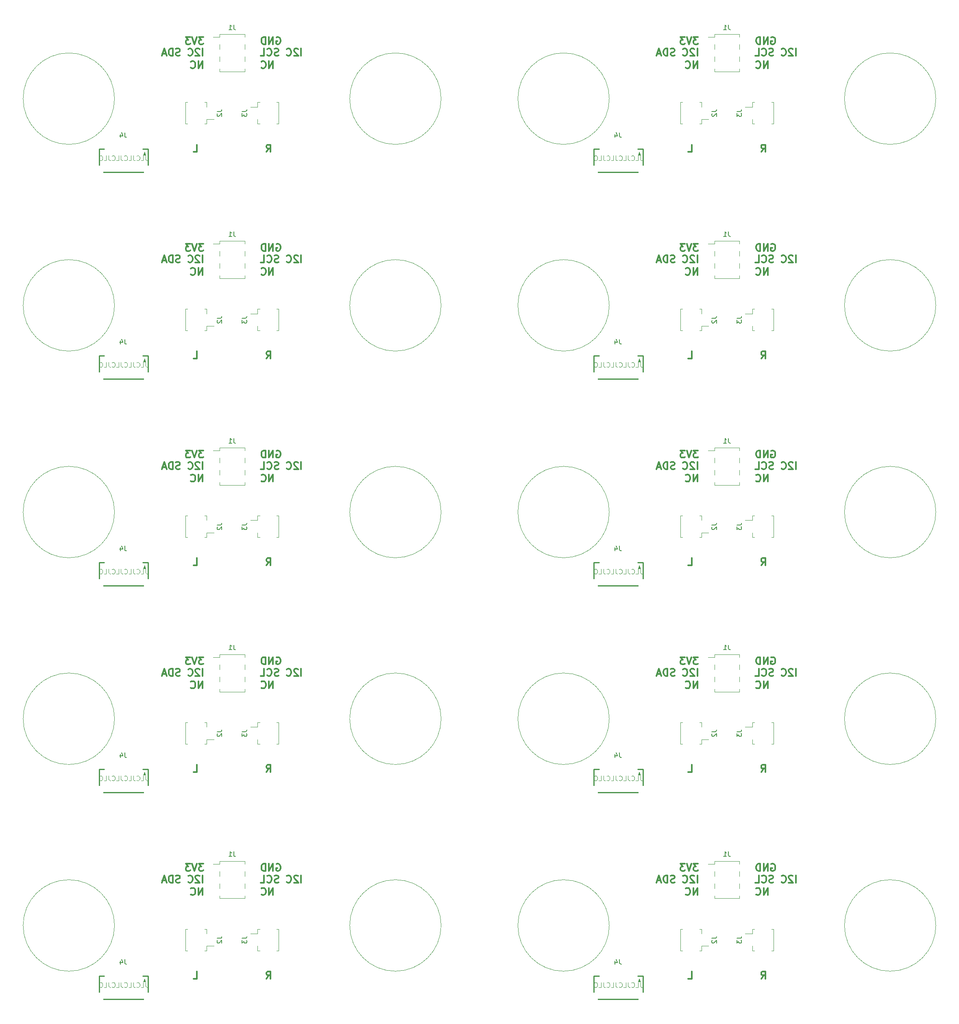
<source format=gbr>
%TF.GenerationSoftware,KiCad,Pcbnew,(5.1.5)-3*%
%TF.CreationDate,2020-06-01T13:14:26+02:00*%
%TF.ProjectId,panel,70616e65-6c2e-46b6-9963-61645f706362,rev?*%
%TF.SameCoordinates,PX29f6300PYff95b00*%
%TF.FileFunction,Legend,Bot*%
%TF.FilePolarity,Positive*%
%FSLAX46Y46*%
G04 Gerber Fmt 4.6, Leading zero omitted, Abs format (unit mm)*
G04 Created by KiCad (PCBNEW (5.1.5)-3) date 2020-06-01 13:14:26*
%MOMM*%
%LPD*%
G04 APERTURE LIST*
%ADD10C,0.120000*%
%ADD11C,0.300000*%
%ADD12C,0.100000*%
%ADD13C,0.254000*%
%ADD14C,0.150000*%
%ADD15C,0.400000*%
%ADD16R,3.100000X1.100000*%
%ADD17R,0.700000X2.600000*%
%ADD18R,1.500000X1.900000*%
%ADD19C,2.000000*%
G04 APERTURE END LIST*
D10*
X134513158Y29999951D02*
G75*
G03X134513158Y29999951I-9513149J0D01*
G01*
X202500010Y29999951D02*
G75*
G03X202500010Y29999951I-9513149J0D01*
G01*
D11*
X168223580Y42749951D02*
X168366437Y42821380D01*
X168580723Y42821380D01*
X168795009Y42749951D01*
X168937866Y42607094D01*
X169009294Y42464237D01*
X169080723Y42178523D01*
X169080723Y41964237D01*
X169009294Y41678523D01*
X168937866Y41535666D01*
X168795009Y41392809D01*
X168580723Y41321380D01*
X168437866Y41321380D01*
X168223580Y41392809D01*
X168152151Y41464237D01*
X168152151Y41964237D01*
X168437866Y41964237D01*
X167509294Y41321380D02*
X167509294Y42821380D01*
X166652151Y41321380D01*
X166652151Y42821380D01*
X165937866Y41321380D02*
X165937866Y42821380D01*
X165580723Y42821380D01*
X165366437Y42749951D01*
X165223580Y42607094D01*
X165152151Y42464237D01*
X165080723Y42178523D01*
X165080723Y41964237D01*
X165152151Y41678523D01*
X165223580Y41535666D01*
X165366437Y41392809D01*
X165580723Y41321380D01*
X165937866Y41321380D01*
X173366437Y38921380D02*
X173366437Y40421380D01*
X172723580Y40278523D02*
X172652151Y40349951D01*
X172509294Y40421380D01*
X172152151Y40421380D01*
X172009294Y40349951D01*
X171937866Y40278523D01*
X171866437Y40135666D01*
X171866437Y39992809D01*
X171937866Y39778523D01*
X172795009Y38921380D01*
X171866437Y38921380D01*
X170366437Y39064237D02*
X170437866Y38992809D01*
X170652151Y38921380D01*
X170795009Y38921380D01*
X171009294Y38992809D01*
X171152151Y39135666D01*
X171223580Y39278523D01*
X171295009Y39564237D01*
X171295009Y39778523D01*
X171223580Y40064237D01*
X171152151Y40207094D01*
X171009294Y40349951D01*
X170795009Y40421380D01*
X170652151Y40421380D01*
X170437866Y40349951D01*
X170366437Y40278523D01*
X168652151Y38992809D02*
X168437866Y38921380D01*
X168080723Y38921380D01*
X167937866Y38992809D01*
X167866437Y39064237D01*
X167795009Y39207094D01*
X167795009Y39349951D01*
X167866437Y39492809D01*
X167937866Y39564237D01*
X168080723Y39635666D01*
X168366437Y39707094D01*
X168509294Y39778523D01*
X168580723Y39849951D01*
X168652151Y39992809D01*
X168652151Y40135666D01*
X168580723Y40278523D01*
X168509294Y40349951D01*
X168366437Y40421380D01*
X168009294Y40421380D01*
X167795009Y40349951D01*
X166295009Y39064237D02*
X166366437Y38992809D01*
X166580723Y38921380D01*
X166723580Y38921380D01*
X166937866Y38992809D01*
X167080723Y39135666D01*
X167152151Y39278523D01*
X167223580Y39564237D01*
X167223580Y39778523D01*
X167152151Y40064237D01*
X167080723Y40207094D01*
X166937866Y40349951D01*
X166723580Y40421380D01*
X166580723Y40421380D01*
X166366437Y40349951D01*
X166295009Y40278523D01*
X164937866Y38921380D02*
X165652151Y38921380D01*
X165652151Y40421380D01*
X167509294Y36321380D02*
X167509294Y37821380D01*
X166652151Y36321380D01*
X166652151Y37821380D01*
X165080723Y36464237D02*
X165152151Y36392809D01*
X165366437Y36321380D01*
X165509294Y36321380D01*
X165723580Y36392809D01*
X165866437Y36535666D01*
X165937866Y36678523D01*
X166009294Y36964237D01*
X166009294Y37178523D01*
X165937866Y37464237D01*
X165866437Y37607094D01*
X165723580Y37749951D01*
X165509294Y37821380D01*
X165366437Y37821380D01*
X165152151Y37749951D01*
X165080723Y37678523D01*
X152990723Y42821380D02*
X152062151Y42821380D01*
X152562151Y42249951D01*
X152347866Y42249951D01*
X152205009Y42178523D01*
X152133580Y42107094D01*
X152062151Y41964237D01*
X152062151Y41607094D01*
X152133580Y41464237D01*
X152205009Y41392809D01*
X152347866Y41321380D01*
X152776437Y41321380D01*
X152919294Y41392809D01*
X152990723Y41464237D01*
X151633580Y42821380D02*
X151133580Y41321380D01*
X150633580Y42821380D01*
X150276437Y42821380D02*
X149347866Y42821380D01*
X149847866Y42249951D01*
X149633580Y42249951D01*
X149490723Y42178523D01*
X149419294Y42107094D01*
X149347866Y41964237D01*
X149347866Y41607094D01*
X149419294Y41464237D01*
X149490723Y41392809D01*
X149633580Y41321380D01*
X150062151Y41321380D01*
X150205009Y41392809D01*
X150276437Y41464237D01*
X152847866Y38921380D02*
X152847866Y40421380D01*
X152205009Y40278523D02*
X152133580Y40349951D01*
X151990723Y40421380D01*
X151633580Y40421380D01*
X151490723Y40349951D01*
X151419294Y40278523D01*
X151347866Y40135666D01*
X151347866Y39992809D01*
X151419294Y39778523D01*
X152276437Y38921380D01*
X151347866Y38921380D01*
X149847866Y39064237D02*
X149919294Y38992809D01*
X150133580Y38921380D01*
X150276437Y38921380D01*
X150490723Y38992809D01*
X150633580Y39135666D01*
X150705009Y39278523D01*
X150776437Y39564237D01*
X150776437Y39778523D01*
X150705009Y40064237D01*
X150633580Y40207094D01*
X150490723Y40349951D01*
X150276437Y40421380D01*
X150133580Y40421380D01*
X149919294Y40349951D01*
X149847866Y40278523D01*
X148133580Y38992809D02*
X147919294Y38921380D01*
X147562151Y38921380D01*
X147419294Y38992809D01*
X147347866Y39064237D01*
X147276437Y39207094D01*
X147276437Y39349951D01*
X147347866Y39492809D01*
X147419294Y39564237D01*
X147562151Y39635666D01*
X147847866Y39707094D01*
X147990723Y39778523D01*
X148062151Y39849951D01*
X148133580Y39992809D01*
X148133580Y40135666D01*
X148062151Y40278523D01*
X147990723Y40349951D01*
X147847866Y40421380D01*
X147490723Y40421380D01*
X147276437Y40349951D01*
X146633580Y38921380D02*
X146633580Y40421380D01*
X146276437Y40421380D01*
X146062151Y40349951D01*
X145919294Y40207094D01*
X145847866Y40064237D01*
X145776437Y39778523D01*
X145776437Y39564237D01*
X145847866Y39278523D01*
X145919294Y39135666D01*
X146062151Y38992809D01*
X146276437Y38921380D01*
X146633580Y38921380D01*
X145205009Y39349951D02*
X144490723Y39349951D01*
X145347866Y38921380D02*
X144847866Y40421380D01*
X144347866Y38921380D01*
X152847866Y36321380D02*
X152847866Y37821380D01*
X151990723Y36321380D01*
X151990723Y37821380D01*
X150419294Y36464237D02*
X150490723Y36392809D01*
X150705009Y36321380D01*
X150847866Y36321380D01*
X151062151Y36392809D01*
X151205009Y36535666D01*
X151276437Y36678523D01*
X151347866Y36964237D01*
X151347866Y37178523D01*
X151276437Y37464237D01*
X151205009Y37607094D01*
X151062151Y37749951D01*
X150847866Y37821380D01*
X150705009Y37821380D01*
X150490723Y37749951D01*
X150419294Y37678523D01*
X166135723Y18921380D02*
X166635723Y19635666D01*
X166992866Y18921380D02*
X166992866Y20421380D01*
X166421437Y20421380D01*
X166278580Y20349951D01*
X166207151Y20278523D01*
X166135723Y20135666D01*
X166135723Y19921380D01*
X166207151Y19778523D01*
X166278580Y19707094D01*
X166421437Y19635666D01*
X166992866Y19635666D01*
X150935723Y18921380D02*
X151650009Y18921380D01*
X151650009Y20421380D01*
D12*
X140994056Y18147571D02*
X140994056Y17433285D01*
X141041675Y17290428D01*
X141136913Y17195190D01*
X141279770Y17147571D01*
X141375009Y17147571D01*
X140041675Y17147571D02*
X140517866Y17147571D01*
X140517866Y18147571D01*
X139136913Y17242809D02*
X139184532Y17195190D01*
X139327389Y17147571D01*
X139422628Y17147571D01*
X139565485Y17195190D01*
X139660723Y17290428D01*
X139708342Y17385666D01*
X139755961Y17576142D01*
X139755961Y17718999D01*
X139708342Y17909475D01*
X139660723Y18004713D01*
X139565485Y18099951D01*
X139422628Y18147571D01*
X139327389Y18147571D01*
X139184532Y18099951D01*
X139136913Y18052332D01*
X138422628Y18147571D02*
X138422628Y17433285D01*
X138470247Y17290428D01*
X138565485Y17195190D01*
X138708342Y17147571D01*
X138803580Y17147571D01*
X137470247Y17147571D02*
X137946437Y17147571D01*
X137946437Y18147571D01*
X136565485Y17242809D02*
X136613104Y17195190D01*
X136755961Y17147571D01*
X136851199Y17147571D01*
X136994056Y17195190D01*
X137089294Y17290428D01*
X137136913Y17385666D01*
X137184532Y17576142D01*
X137184532Y17718999D01*
X137136913Y17909475D01*
X137089294Y18004713D01*
X136994056Y18099951D01*
X136851199Y18147571D01*
X136755961Y18147571D01*
X136613104Y18099951D01*
X136565485Y18052332D01*
X135851199Y18147571D02*
X135851199Y17433285D01*
X135898818Y17290428D01*
X135994056Y17195190D01*
X136136913Y17147571D01*
X136232151Y17147571D01*
X134898818Y17147571D02*
X135375009Y17147571D01*
X135375009Y18147571D01*
X133994056Y17242809D02*
X134041675Y17195190D01*
X134184532Y17147571D01*
X134279770Y17147571D01*
X134422628Y17195190D01*
X134517866Y17290428D01*
X134565485Y17385666D01*
X134613104Y17576142D01*
X134613104Y17718999D01*
X134565485Y17909475D01*
X134517866Y18004713D01*
X134422628Y18099951D01*
X134279770Y18147571D01*
X134184532Y18147571D01*
X134041675Y18099951D01*
X133994056Y18052332D01*
X133279770Y18147571D02*
X133279770Y17433285D01*
X133327389Y17290428D01*
X133422628Y17195190D01*
X133565485Y17147571D01*
X133660723Y17147571D01*
X132327389Y17147571D02*
X132803580Y17147571D01*
X132803580Y18147571D01*
X131422628Y17242809D02*
X131470247Y17195190D01*
X131613104Y17147571D01*
X131708342Y17147571D01*
X131851199Y17195190D01*
X131946437Y17290428D01*
X131994056Y17385666D01*
X132041675Y17576142D01*
X132041675Y17718999D01*
X131994056Y17909475D01*
X131946437Y18004713D01*
X131851199Y18099951D01*
X131708342Y18147571D01*
X131613104Y18147571D01*
X131470247Y18099951D01*
X131422628Y18052332D01*
D10*
X31513150Y29999951D02*
G75*
G03X31513150Y29999951I-9513149J0D01*
G01*
X99500002Y29999951D02*
G75*
G03X99500002Y29999951I-9513149J0D01*
G01*
D11*
X65223572Y42749951D02*
X65366429Y42821380D01*
X65580715Y42821380D01*
X65795001Y42749951D01*
X65937858Y42607094D01*
X66009286Y42464237D01*
X66080715Y42178523D01*
X66080715Y41964237D01*
X66009286Y41678523D01*
X65937858Y41535666D01*
X65795001Y41392809D01*
X65580715Y41321380D01*
X65437858Y41321380D01*
X65223572Y41392809D01*
X65152143Y41464237D01*
X65152143Y41964237D01*
X65437858Y41964237D01*
X64509286Y41321380D02*
X64509286Y42821380D01*
X63652143Y41321380D01*
X63652143Y42821380D01*
X62937858Y41321380D02*
X62937858Y42821380D01*
X62580715Y42821380D01*
X62366429Y42749951D01*
X62223572Y42607094D01*
X62152143Y42464237D01*
X62080715Y42178523D01*
X62080715Y41964237D01*
X62152143Y41678523D01*
X62223572Y41535666D01*
X62366429Y41392809D01*
X62580715Y41321380D01*
X62937858Y41321380D01*
X70366429Y38921380D02*
X70366429Y40421380D01*
X69723572Y40278523D02*
X69652143Y40349951D01*
X69509286Y40421380D01*
X69152143Y40421380D01*
X69009286Y40349951D01*
X68937858Y40278523D01*
X68866429Y40135666D01*
X68866429Y39992809D01*
X68937858Y39778523D01*
X69795001Y38921380D01*
X68866429Y38921380D01*
X67366429Y39064237D02*
X67437858Y38992809D01*
X67652143Y38921380D01*
X67795001Y38921380D01*
X68009286Y38992809D01*
X68152143Y39135666D01*
X68223572Y39278523D01*
X68295001Y39564237D01*
X68295001Y39778523D01*
X68223572Y40064237D01*
X68152143Y40207094D01*
X68009286Y40349951D01*
X67795001Y40421380D01*
X67652143Y40421380D01*
X67437858Y40349951D01*
X67366429Y40278523D01*
X65652143Y38992809D02*
X65437858Y38921380D01*
X65080715Y38921380D01*
X64937858Y38992809D01*
X64866429Y39064237D01*
X64795001Y39207094D01*
X64795001Y39349951D01*
X64866429Y39492809D01*
X64937858Y39564237D01*
X65080715Y39635666D01*
X65366429Y39707094D01*
X65509286Y39778523D01*
X65580715Y39849951D01*
X65652143Y39992809D01*
X65652143Y40135666D01*
X65580715Y40278523D01*
X65509286Y40349951D01*
X65366429Y40421380D01*
X65009286Y40421380D01*
X64795001Y40349951D01*
X63295001Y39064237D02*
X63366429Y38992809D01*
X63580715Y38921380D01*
X63723572Y38921380D01*
X63937858Y38992809D01*
X64080715Y39135666D01*
X64152143Y39278523D01*
X64223572Y39564237D01*
X64223572Y39778523D01*
X64152143Y40064237D01*
X64080715Y40207094D01*
X63937858Y40349951D01*
X63723572Y40421380D01*
X63580715Y40421380D01*
X63366429Y40349951D01*
X63295001Y40278523D01*
X61937858Y38921380D02*
X62652143Y38921380D01*
X62652143Y40421380D01*
X64509286Y36321380D02*
X64509286Y37821380D01*
X63652143Y36321380D01*
X63652143Y37821380D01*
X62080715Y36464237D02*
X62152143Y36392809D01*
X62366429Y36321380D01*
X62509286Y36321380D01*
X62723572Y36392809D01*
X62866429Y36535666D01*
X62937858Y36678523D01*
X63009286Y36964237D01*
X63009286Y37178523D01*
X62937858Y37464237D01*
X62866429Y37607094D01*
X62723572Y37749951D01*
X62509286Y37821380D01*
X62366429Y37821380D01*
X62152143Y37749951D01*
X62080715Y37678523D01*
X49990715Y42821380D02*
X49062143Y42821380D01*
X49562143Y42249951D01*
X49347858Y42249951D01*
X49205001Y42178523D01*
X49133572Y42107094D01*
X49062143Y41964237D01*
X49062143Y41607094D01*
X49133572Y41464237D01*
X49205001Y41392809D01*
X49347858Y41321380D01*
X49776429Y41321380D01*
X49919286Y41392809D01*
X49990715Y41464237D01*
X48633572Y42821380D02*
X48133572Y41321380D01*
X47633572Y42821380D01*
X47276429Y42821380D02*
X46347858Y42821380D01*
X46847858Y42249951D01*
X46633572Y42249951D01*
X46490715Y42178523D01*
X46419286Y42107094D01*
X46347858Y41964237D01*
X46347858Y41607094D01*
X46419286Y41464237D01*
X46490715Y41392809D01*
X46633572Y41321380D01*
X47062143Y41321380D01*
X47205001Y41392809D01*
X47276429Y41464237D01*
X49847858Y38921380D02*
X49847858Y40421380D01*
X49205001Y40278523D02*
X49133572Y40349951D01*
X48990715Y40421380D01*
X48633572Y40421380D01*
X48490715Y40349951D01*
X48419286Y40278523D01*
X48347858Y40135666D01*
X48347858Y39992809D01*
X48419286Y39778523D01*
X49276429Y38921380D01*
X48347858Y38921380D01*
X46847858Y39064237D02*
X46919286Y38992809D01*
X47133572Y38921380D01*
X47276429Y38921380D01*
X47490715Y38992809D01*
X47633572Y39135666D01*
X47705001Y39278523D01*
X47776429Y39564237D01*
X47776429Y39778523D01*
X47705001Y40064237D01*
X47633572Y40207094D01*
X47490715Y40349951D01*
X47276429Y40421380D01*
X47133572Y40421380D01*
X46919286Y40349951D01*
X46847858Y40278523D01*
X45133572Y38992809D02*
X44919286Y38921380D01*
X44562143Y38921380D01*
X44419286Y38992809D01*
X44347858Y39064237D01*
X44276429Y39207094D01*
X44276429Y39349951D01*
X44347858Y39492809D01*
X44419286Y39564237D01*
X44562143Y39635666D01*
X44847858Y39707094D01*
X44990715Y39778523D01*
X45062143Y39849951D01*
X45133572Y39992809D01*
X45133572Y40135666D01*
X45062143Y40278523D01*
X44990715Y40349951D01*
X44847858Y40421380D01*
X44490715Y40421380D01*
X44276429Y40349951D01*
X43633572Y38921380D02*
X43633572Y40421380D01*
X43276429Y40421380D01*
X43062143Y40349951D01*
X42919286Y40207094D01*
X42847858Y40064237D01*
X42776429Y39778523D01*
X42776429Y39564237D01*
X42847858Y39278523D01*
X42919286Y39135666D01*
X43062143Y38992809D01*
X43276429Y38921380D01*
X43633572Y38921380D01*
X42205001Y39349951D02*
X41490715Y39349951D01*
X42347858Y38921380D02*
X41847858Y40421380D01*
X41347858Y38921380D01*
X49847858Y36321380D02*
X49847858Y37821380D01*
X48990715Y36321380D01*
X48990715Y37821380D01*
X47419286Y36464237D02*
X47490715Y36392809D01*
X47705001Y36321380D01*
X47847858Y36321380D01*
X48062143Y36392809D01*
X48205001Y36535666D01*
X48276429Y36678523D01*
X48347858Y36964237D01*
X48347858Y37178523D01*
X48276429Y37464237D01*
X48205001Y37607094D01*
X48062143Y37749951D01*
X47847858Y37821380D01*
X47705001Y37821380D01*
X47490715Y37749951D01*
X47419286Y37678523D01*
X63135715Y18921380D02*
X63635715Y19635666D01*
X63992858Y18921380D02*
X63992858Y20421380D01*
X63421429Y20421380D01*
X63278572Y20349951D01*
X63207143Y20278523D01*
X63135715Y20135666D01*
X63135715Y19921380D01*
X63207143Y19778523D01*
X63278572Y19707094D01*
X63421429Y19635666D01*
X63992858Y19635666D01*
X47935715Y18921380D02*
X48650001Y18921380D01*
X48650001Y20421380D01*
D12*
X37994048Y18147571D02*
X37994048Y17433285D01*
X38041667Y17290428D01*
X38136905Y17195190D01*
X38279762Y17147571D01*
X38375001Y17147571D01*
X37041667Y17147571D02*
X37517858Y17147571D01*
X37517858Y18147571D01*
X36136905Y17242809D02*
X36184524Y17195190D01*
X36327381Y17147571D01*
X36422620Y17147571D01*
X36565477Y17195190D01*
X36660715Y17290428D01*
X36708334Y17385666D01*
X36755953Y17576142D01*
X36755953Y17718999D01*
X36708334Y17909475D01*
X36660715Y18004713D01*
X36565477Y18099951D01*
X36422620Y18147571D01*
X36327381Y18147571D01*
X36184524Y18099951D01*
X36136905Y18052332D01*
X35422620Y18147571D02*
X35422620Y17433285D01*
X35470239Y17290428D01*
X35565477Y17195190D01*
X35708334Y17147571D01*
X35803572Y17147571D01*
X34470239Y17147571D02*
X34946429Y17147571D01*
X34946429Y18147571D01*
X33565477Y17242809D02*
X33613096Y17195190D01*
X33755953Y17147571D01*
X33851191Y17147571D01*
X33994048Y17195190D01*
X34089286Y17290428D01*
X34136905Y17385666D01*
X34184524Y17576142D01*
X34184524Y17718999D01*
X34136905Y17909475D01*
X34089286Y18004713D01*
X33994048Y18099951D01*
X33851191Y18147571D01*
X33755953Y18147571D01*
X33613096Y18099951D01*
X33565477Y18052332D01*
X32851191Y18147571D02*
X32851191Y17433285D01*
X32898810Y17290428D01*
X32994048Y17195190D01*
X33136905Y17147571D01*
X33232143Y17147571D01*
X31898810Y17147571D02*
X32375001Y17147571D01*
X32375001Y18147571D01*
X30994048Y17242809D02*
X31041667Y17195190D01*
X31184524Y17147571D01*
X31279762Y17147571D01*
X31422620Y17195190D01*
X31517858Y17290428D01*
X31565477Y17385666D01*
X31613096Y17576142D01*
X31613096Y17718999D01*
X31565477Y17909475D01*
X31517858Y18004713D01*
X31422620Y18099951D01*
X31279762Y18147571D01*
X31184524Y18147571D01*
X31041667Y18099951D01*
X30994048Y18052332D01*
X30279762Y18147571D02*
X30279762Y17433285D01*
X30327381Y17290428D01*
X30422620Y17195190D01*
X30565477Y17147571D01*
X30660715Y17147571D01*
X29327381Y17147571D02*
X29803572Y17147571D01*
X29803572Y18147571D01*
X28422620Y17242809D02*
X28470239Y17195190D01*
X28613096Y17147571D01*
X28708334Y17147571D01*
X28851191Y17195190D01*
X28946429Y17290428D01*
X28994048Y17385666D01*
X29041667Y17576142D01*
X29041667Y17718999D01*
X28994048Y17909475D01*
X28946429Y18004713D01*
X28851191Y18099951D01*
X28708334Y18147571D01*
X28613096Y18147571D01*
X28470239Y18099951D01*
X28422620Y18052332D01*
D10*
X134513158Y72999963D02*
G75*
G03X134513158Y72999963I-9513149J0D01*
G01*
X202500010Y72999963D02*
G75*
G03X202500010Y72999963I-9513149J0D01*
G01*
D11*
X168223580Y85749963D02*
X168366437Y85821392D01*
X168580723Y85821392D01*
X168795009Y85749963D01*
X168937866Y85607106D01*
X169009294Y85464249D01*
X169080723Y85178535D01*
X169080723Y84964249D01*
X169009294Y84678535D01*
X168937866Y84535678D01*
X168795009Y84392821D01*
X168580723Y84321392D01*
X168437866Y84321392D01*
X168223580Y84392821D01*
X168152151Y84464249D01*
X168152151Y84964249D01*
X168437866Y84964249D01*
X167509294Y84321392D02*
X167509294Y85821392D01*
X166652151Y84321392D01*
X166652151Y85821392D01*
X165937866Y84321392D02*
X165937866Y85821392D01*
X165580723Y85821392D01*
X165366437Y85749963D01*
X165223580Y85607106D01*
X165152151Y85464249D01*
X165080723Y85178535D01*
X165080723Y84964249D01*
X165152151Y84678535D01*
X165223580Y84535678D01*
X165366437Y84392821D01*
X165580723Y84321392D01*
X165937866Y84321392D01*
X173366437Y81921392D02*
X173366437Y83421392D01*
X172723580Y83278535D02*
X172652151Y83349963D01*
X172509294Y83421392D01*
X172152151Y83421392D01*
X172009294Y83349963D01*
X171937866Y83278535D01*
X171866437Y83135678D01*
X171866437Y82992821D01*
X171937866Y82778535D01*
X172795009Y81921392D01*
X171866437Y81921392D01*
X170366437Y82064249D02*
X170437866Y81992821D01*
X170652151Y81921392D01*
X170795009Y81921392D01*
X171009294Y81992821D01*
X171152151Y82135678D01*
X171223580Y82278535D01*
X171295009Y82564249D01*
X171295009Y82778535D01*
X171223580Y83064249D01*
X171152151Y83207106D01*
X171009294Y83349963D01*
X170795009Y83421392D01*
X170652151Y83421392D01*
X170437866Y83349963D01*
X170366437Y83278535D01*
X168652151Y81992821D02*
X168437866Y81921392D01*
X168080723Y81921392D01*
X167937866Y81992821D01*
X167866437Y82064249D01*
X167795009Y82207106D01*
X167795009Y82349963D01*
X167866437Y82492821D01*
X167937866Y82564249D01*
X168080723Y82635678D01*
X168366437Y82707106D01*
X168509294Y82778535D01*
X168580723Y82849963D01*
X168652151Y82992821D01*
X168652151Y83135678D01*
X168580723Y83278535D01*
X168509294Y83349963D01*
X168366437Y83421392D01*
X168009294Y83421392D01*
X167795009Y83349963D01*
X166295009Y82064249D02*
X166366437Y81992821D01*
X166580723Y81921392D01*
X166723580Y81921392D01*
X166937866Y81992821D01*
X167080723Y82135678D01*
X167152151Y82278535D01*
X167223580Y82564249D01*
X167223580Y82778535D01*
X167152151Y83064249D01*
X167080723Y83207106D01*
X166937866Y83349963D01*
X166723580Y83421392D01*
X166580723Y83421392D01*
X166366437Y83349963D01*
X166295009Y83278535D01*
X164937866Y81921392D02*
X165652151Y81921392D01*
X165652151Y83421392D01*
X167509294Y79321392D02*
X167509294Y80821392D01*
X166652151Y79321392D01*
X166652151Y80821392D01*
X165080723Y79464249D02*
X165152151Y79392821D01*
X165366437Y79321392D01*
X165509294Y79321392D01*
X165723580Y79392821D01*
X165866437Y79535678D01*
X165937866Y79678535D01*
X166009294Y79964249D01*
X166009294Y80178535D01*
X165937866Y80464249D01*
X165866437Y80607106D01*
X165723580Y80749963D01*
X165509294Y80821392D01*
X165366437Y80821392D01*
X165152151Y80749963D01*
X165080723Y80678535D01*
X152990723Y85821392D02*
X152062151Y85821392D01*
X152562151Y85249963D01*
X152347866Y85249963D01*
X152205009Y85178535D01*
X152133580Y85107106D01*
X152062151Y84964249D01*
X152062151Y84607106D01*
X152133580Y84464249D01*
X152205009Y84392821D01*
X152347866Y84321392D01*
X152776437Y84321392D01*
X152919294Y84392821D01*
X152990723Y84464249D01*
X151633580Y85821392D02*
X151133580Y84321392D01*
X150633580Y85821392D01*
X150276437Y85821392D02*
X149347866Y85821392D01*
X149847866Y85249963D01*
X149633580Y85249963D01*
X149490723Y85178535D01*
X149419294Y85107106D01*
X149347866Y84964249D01*
X149347866Y84607106D01*
X149419294Y84464249D01*
X149490723Y84392821D01*
X149633580Y84321392D01*
X150062151Y84321392D01*
X150205009Y84392821D01*
X150276437Y84464249D01*
X152847866Y81921392D02*
X152847866Y83421392D01*
X152205009Y83278535D02*
X152133580Y83349963D01*
X151990723Y83421392D01*
X151633580Y83421392D01*
X151490723Y83349963D01*
X151419294Y83278535D01*
X151347866Y83135678D01*
X151347866Y82992821D01*
X151419294Y82778535D01*
X152276437Y81921392D01*
X151347866Y81921392D01*
X149847866Y82064249D02*
X149919294Y81992821D01*
X150133580Y81921392D01*
X150276437Y81921392D01*
X150490723Y81992821D01*
X150633580Y82135678D01*
X150705009Y82278535D01*
X150776437Y82564249D01*
X150776437Y82778535D01*
X150705009Y83064249D01*
X150633580Y83207106D01*
X150490723Y83349963D01*
X150276437Y83421392D01*
X150133580Y83421392D01*
X149919294Y83349963D01*
X149847866Y83278535D01*
X148133580Y81992821D02*
X147919294Y81921392D01*
X147562151Y81921392D01*
X147419294Y81992821D01*
X147347866Y82064249D01*
X147276437Y82207106D01*
X147276437Y82349963D01*
X147347866Y82492821D01*
X147419294Y82564249D01*
X147562151Y82635678D01*
X147847866Y82707106D01*
X147990723Y82778535D01*
X148062151Y82849963D01*
X148133580Y82992821D01*
X148133580Y83135678D01*
X148062151Y83278535D01*
X147990723Y83349963D01*
X147847866Y83421392D01*
X147490723Y83421392D01*
X147276437Y83349963D01*
X146633580Y81921392D02*
X146633580Y83421392D01*
X146276437Y83421392D01*
X146062151Y83349963D01*
X145919294Y83207106D01*
X145847866Y83064249D01*
X145776437Y82778535D01*
X145776437Y82564249D01*
X145847866Y82278535D01*
X145919294Y82135678D01*
X146062151Y81992821D01*
X146276437Y81921392D01*
X146633580Y81921392D01*
X145205009Y82349963D02*
X144490723Y82349963D01*
X145347866Y81921392D02*
X144847866Y83421392D01*
X144347866Y81921392D01*
X152847866Y79321392D02*
X152847866Y80821392D01*
X151990723Y79321392D01*
X151990723Y80821392D01*
X150419294Y79464249D02*
X150490723Y79392821D01*
X150705009Y79321392D01*
X150847866Y79321392D01*
X151062151Y79392821D01*
X151205009Y79535678D01*
X151276437Y79678535D01*
X151347866Y79964249D01*
X151347866Y80178535D01*
X151276437Y80464249D01*
X151205009Y80607106D01*
X151062151Y80749963D01*
X150847866Y80821392D01*
X150705009Y80821392D01*
X150490723Y80749963D01*
X150419294Y80678535D01*
X166135723Y61921392D02*
X166635723Y62635678D01*
X166992866Y61921392D02*
X166992866Y63421392D01*
X166421437Y63421392D01*
X166278580Y63349963D01*
X166207151Y63278535D01*
X166135723Y63135678D01*
X166135723Y62921392D01*
X166207151Y62778535D01*
X166278580Y62707106D01*
X166421437Y62635678D01*
X166992866Y62635678D01*
X150935723Y61921392D02*
X151650009Y61921392D01*
X151650009Y63421392D01*
D12*
X140994056Y61147583D02*
X140994056Y60433297D01*
X141041675Y60290440D01*
X141136913Y60195202D01*
X141279770Y60147583D01*
X141375009Y60147583D01*
X140041675Y60147583D02*
X140517866Y60147583D01*
X140517866Y61147583D01*
X139136913Y60242821D02*
X139184532Y60195202D01*
X139327389Y60147583D01*
X139422628Y60147583D01*
X139565485Y60195202D01*
X139660723Y60290440D01*
X139708342Y60385678D01*
X139755961Y60576154D01*
X139755961Y60719011D01*
X139708342Y60909487D01*
X139660723Y61004725D01*
X139565485Y61099963D01*
X139422628Y61147583D01*
X139327389Y61147583D01*
X139184532Y61099963D01*
X139136913Y61052344D01*
X138422628Y61147583D02*
X138422628Y60433297D01*
X138470247Y60290440D01*
X138565485Y60195202D01*
X138708342Y60147583D01*
X138803580Y60147583D01*
X137470247Y60147583D02*
X137946437Y60147583D01*
X137946437Y61147583D01*
X136565485Y60242821D02*
X136613104Y60195202D01*
X136755961Y60147583D01*
X136851199Y60147583D01*
X136994056Y60195202D01*
X137089294Y60290440D01*
X137136913Y60385678D01*
X137184532Y60576154D01*
X137184532Y60719011D01*
X137136913Y60909487D01*
X137089294Y61004725D01*
X136994056Y61099963D01*
X136851199Y61147583D01*
X136755961Y61147583D01*
X136613104Y61099963D01*
X136565485Y61052344D01*
X135851199Y61147583D02*
X135851199Y60433297D01*
X135898818Y60290440D01*
X135994056Y60195202D01*
X136136913Y60147583D01*
X136232151Y60147583D01*
X134898818Y60147583D02*
X135375009Y60147583D01*
X135375009Y61147583D01*
X133994056Y60242821D02*
X134041675Y60195202D01*
X134184532Y60147583D01*
X134279770Y60147583D01*
X134422628Y60195202D01*
X134517866Y60290440D01*
X134565485Y60385678D01*
X134613104Y60576154D01*
X134613104Y60719011D01*
X134565485Y60909487D01*
X134517866Y61004725D01*
X134422628Y61099963D01*
X134279770Y61147583D01*
X134184532Y61147583D01*
X134041675Y61099963D01*
X133994056Y61052344D01*
X133279770Y61147583D02*
X133279770Y60433297D01*
X133327389Y60290440D01*
X133422628Y60195202D01*
X133565485Y60147583D01*
X133660723Y60147583D01*
X132327389Y60147583D02*
X132803580Y60147583D01*
X132803580Y61147583D01*
X131422628Y60242821D02*
X131470247Y60195202D01*
X131613104Y60147583D01*
X131708342Y60147583D01*
X131851199Y60195202D01*
X131946437Y60290440D01*
X131994056Y60385678D01*
X132041675Y60576154D01*
X132041675Y60719011D01*
X131994056Y60909487D01*
X131946437Y61004725D01*
X131851199Y61099963D01*
X131708342Y61147583D01*
X131613104Y61147583D01*
X131470247Y61099963D01*
X131422628Y61052344D01*
D10*
X31513150Y72999963D02*
G75*
G03X31513150Y72999963I-9513149J0D01*
G01*
X99500002Y72999963D02*
G75*
G03X99500002Y72999963I-9513149J0D01*
G01*
D11*
X65223572Y85749963D02*
X65366429Y85821392D01*
X65580715Y85821392D01*
X65795001Y85749963D01*
X65937858Y85607106D01*
X66009286Y85464249D01*
X66080715Y85178535D01*
X66080715Y84964249D01*
X66009286Y84678535D01*
X65937858Y84535678D01*
X65795001Y84392821D01*
X65580715Y84321392D01*
X65437858Y84321392D01*
X65223572Y84392821D01*
X65152143Y84464249D01*
X65152143Y84964249D01*
X65437858Y84964249D01*
X64509286Y84321392D02*
X64509286Y85821392D01*
X63652143Y84321392D01*
X63652143Y85821392D01*
X62937858Y84321392D02*
X62937858Y85821392D01*
X62580715Y85821392D01*
X62366429Y85749963D01*
X62223572Y85607106D01*
X62152143Y85464249D01*
X62080715Y85178535D01*
X62080715Y84964249D01*
X62152143Y84678535D01*
X62223572Y84535678D01*
X62366429Y84392821D01*
X62580715Y84321392D01*
X62937858Y84321392D01*
X70366429Y81921392D02*
X70366429Y83421392D01*
X69723572Y83278535D02*
X69652143Y83349963D01*
X69509286Y83421392D01*
X69152143Y83421392D01*
X69009286Y83349963D01*
X68937858Y83278535D01*
X68866429Y83135678D01*
X68866429Y82992821D01*
X68937858Y82778535D01*
X69795001Y81921392D01*
X68866429Y81921392D01*
X67366429Y82064249D02*
X67437858Y81992821D01*
X67652143Y81921392D01*
X67795001Y81921392D01*
X68009286Y81992821D01*
X68152143Y82135678D01*
X68223572Y82278535D01*
X68295001Y82564249D01*
X68295001Y82778535D01*
X68223572Y83064249D01*
X68152143Y83207106D01*
X68009286Y83349963D01*
X67795001Y83421392D01*
X67652143Y83421392D01*
X67437858Y83349963D01*
X67366429Y83278535D01*
X65652143Y81992821D02*
X65437858Y81921392D01*
X65080715Y81921392D01*
X64937858Y81992821D01*
X64866429Y82064249D01*
X64795001Y82207106D01*
X64795001Y82349963D01*
X64866429Y82492821D01*
X64937858Y82564249D01*
X65080715Y82635678D01*
X65366429Y82707106D01*
X65509286Y82778535D01*
X65580715Y82849963D01*
X65652143Y82992821D01*
X65652143Y83135678D01*
X65580715Y83278535D01*
X65509286Y83349963D01*
X65366429Y83421392D01*
X65009286Y83421392D01*
X64795001Y83349963D01*
X63295001Y82064249D02*
X63366429Y81992821D01*
X63580715Y81921392D01*
X63723572Y81921392D01*
X63937858Y81992821D01*
X64080715Y82135678D01*
X64152143Y82278535D01*
X64223572Y82564249D01*
X64223572Y82778535D01*
X64152143Y83064249D01*
X64080715Y83207106D01*
X63937858Y83349963D01*
X63723572Y83421392D01*
X63580715Y83421392D01*
X63366429Y83349963D01*
X63295001Y83278535D01*
X61937858Y81921392D02*
X62652143Y81921392D01*
X62652143Y83421392D01*
X64509286Y79321392D02*
X64509286Y80821392D01*
X63652143Y79321392D01*
X63652143Y80821392D01*
X62080715Y79464249D02*
X62152143Y79392821D01*
X62366429Y79321392D01*
X62509286Y79321392D01*
X62723572Y79392821D01*
X62866429Y79535678D01*
X62937858Y79678535D01*
X63009286Y79964249D01*
X63009286Y80178535D01*
X62937858Y80464249D01*
X62866429Y80607106D01*
X62723572Y80749963D01*
X62509286Y80821392D01*
X62366429Y80821392D01*
X62152143Y80749963D01*
X62080715Y80678535D01*
X49990715Y85821392D02*
X49062143Y85821392D01*
X49562143Y85249963D01*
X49347858Y85249963D01*
X49205001Y85178535D01*
X49133572Y85107106D01*
X49062143Y84964249D01*
X49062143Y84607106D01*
X49133572Y84464249D01*
X49205001Y84392821D01*
X49347858Y84321392D01*
X49776429Y84321392D01*
X49919286Y84392821D01*
X49990715Y84464249D01*
X48633572Y85821392D02*
X48133572Y84321392D01*
X47633572Y85821392D01*
X47276429Y85821392D02*
X46347858Y85821392D01*
X46847858Y85249963D01*
X46633572Y85249963D01*
X46490715Y85178535D01*
X46419286Y85107106D01*
X46347858Y84964249D01*
X46347858Y84607106D01*
X46419286Y84464249D01*
X46490715Y84392821D01*
X46633572Y84321392D01*
X47062143Y84321392D01*
X47205001Y84392821D01*
X47276429Y84464249D01*
X49847858Y81921392D02*
X49847858Y83421392D01*
X49205001Y83278535D02*
X49133572Y83349963D01*
X48990715Y83421392D01*
X48633572Y83421392D01*
X48490715Y83349963D01*
X48419286Y83278535D01*
X48347858Y83135678D01*
X48347858Y82992821D01*
X48419286Y82778535D01*
X49276429Y81921392D01*
X48347858Y81921392D01*
X46847858Y82064249D02*
X46919286Y81992821D01*
X47133572Y81921392D01*
X47276429Y81921392D01*
X47490715Y81992821D01*
X47633572Y82135678D01*
X47705001Y82278535D01*
X47776429Y82564249D01*
X47776429Y82778535D01*
X47705001Y83064249D01*
X47633572Y83207106D01*
X47490715Y83349963D01*
X47276429Y83421392D01*
X47133572Y83421392D01*
X46919286Y83349963D01*
X46847858Y83278535D01*
X45133572Y81992821D02*
X44919286Y81921392D01*
X44562143Y81921392D01*
X44419286Y81992821D01*
X44347858Y82064249D01*
X44276429Y82207106D01*
X44276429Y82349963D01*
X44347858Y82492821D01*
X44419286Y82564249D01*
X44562143Y82635678D01*
X44847858Y82707106D01*
X44990715Y82778535D01*
X45062143Y82849963D01*
X45133572Y82992821D01*
X45133572Y83135678D01*
X45062143Y83278535D01*
X44990715Y83349963D01*
X44847858Y83421392D01*
X44490715Y83421392D01*
X44276429Y83349963D01*
X43633572Y81921392D02*
X43633572Y83421392D01*
X43276429Y83421392D01*
X43062143Y83349963D01*
X42919286Y83207106D01*
X42847858Y83064249D01*
X42776429Y82778535D01*
X42776429Y82564249D01*
X42847858Y82278535D01*
X42919286Y82135678D01*
X43062143Y81992821D01*
X43276429Y81921392D01*
X43633572Y81921392D01*
X42205001Y82349963D02*
X41490715Y82349963D01*
X42347858Y81921392D02*
X41847858Y83421392D01*
X41347858Y81921392D01*
X49847858Y79321392D02*
X49847858Y80821392D01*
X48990715Y79321392D01*
X48990715Y80821392D01*
X47419286Y79464249D02*
X47490715Y79392821D01*
X47705001Y79321392D01*
X47847858Y79321392D01*
X48062143Y79392821D01*
X48205001Y79535678D01*
X48276429Y79678535D01*
X48347858Y79964249D01*
X48347858Y80178535D01*
X48276429Y80464249D01*
X48205001Y80607106D01*
X48062143Y80749963D01*
X47847858Y80821392D01*
X47705001Y80821392D01*
X47490715Y80749963D01*
X47419286Y80678535D01*
X63135715Y61921392D02*
X63635715Y62635678D01*
X63992858Y61921392D02*
X63992858Y63421392D01*
X63421429Y63421392D01*
X63278572Y63349963D01*
X63207143Y63278535D01*
X63135715Y63135678D01*
X63135715Y62921392D01*
X63207143Y62778535D01*
X63278572Y62707106D01*
X63421429Y62635678D01*
X63992858Y62635678D01*
X47935715Y61921392D02*
X48650001Y61921392D01*
X48650001Y63421392D01*
D12*
X37994048Y61147583D02*
X37994048Y60433297D01*
X38041667Y60290440D01*
X38136905Y60195202D01*
X38279762Y60147583D01*
X38375001Y60147583D01*
X37041667Y60147583D02*
X37517858Y60147583D01*
X37517858Y61147583D01*
X36136905Y60242821D02*
X36184524Y60195202D01*
X36327381Y60147583D01*
X36422620Y60147583D01*
X36565477Y60195202D01*
X36660715Y60290440D01*
X36708334Y60385678D01*
X36755953Y60576154D01*
X36755953Y60719011D01*
X36708334Y60909487D01*
X36660715Y61004725D01*
X36565477Y61099963D01*
X36422620Y61147583D01*
X36327381Y61147583D01*
X36184524Y61099963D01*
X36136905Y61052344D01*
X35422620Y61147583D02*
X35422620Y60433297D01*
X35470239Y60290440D01*
X35565477Y60195202D01*
X35708334Y60147583D01*
X35803572Y60147583D01*
X34470239Y60147583D02*
X34946429Y60147583D01*
X34946429Y61147583D01*
X33565477Y60242821D02*
X33613096Y60195202D01*
X33755953Y60147583D01*
X33851191Y60147583D01*
X33994048Y60195202D01*
X34089286Y60290440D01*
X34136905Y60385678D01*
X34184524Y60576154D01*
X34184524Y60719011D01*
X34136905Y60909487D01*
X34089286Y61004725D01*
X33994048Y61099963D01*
X33851191Y61147583D01*
X33755953Y61147583D01*
X33613096Y61099963D01*
X33565477Y61052344D01*
X32851191Y61147583D02*
X32851191Y60433297D01*
X32898810Y60290440D01*
X32994048Y60195202D01*
X33136905Y60147583D01*
X33232143Y60147583D01*
X31898810Y60147583D02*
X32375001Y60147583D01*
X32375001Y61147583D01*
X30994048Y60242821D02*
X31041667Y60195202D01*
X31184524Y60147583D01*
X31279762Y60147583D01*
X31422620Y60195202D01*
X31517858Y60290440D01*
X31565477Y60385678D01*
X31613096Y60576154D01*
X31613096Y60719011D01*
X31565477Y60909487D01*
X31517858Y61004725D01*
X31422620Y61099963D01*
X31279762Y61147583D01*
X31184524Y61147583D01*
X31041667Y61099963D01*
X30994048Y61052344D01*
X30279762Y61147583D02*
X30279762Y60433297D01*
X30327381Y60290440D01*
X30422620Y60195202D01*
X30565477Y60147583D01*
X30660715Y60147583D01*
X29327381Y60147583D02*
X29803572Y60147583D01*
X29803572Y61147583D01*
X28422620Y60242821D02*
X28470239Y60195202D01*
X28613096Y60147583D01*
X28708334Y60147583D01*
X28851191Y60195202D01*
X28946429Y60290440D01*
X28994048Y60385678D01*
X29041667Y60576154D01*
X29041667Y60719011D01*
X28994048Y60909487D01*
X28946429Y61004725D01*
X28851191Y61099963D01*
X28708334Y61147583D01*
X28613096Y61147583D01*
X28470239Y61099963D01*
X28422620Y61052344D01*
D10*
X134513158Y115999975D02*
G75*
G03X134513158Y115999975I-9513149J0D01*
G01*
X202500010Y115999975D02*
G75*
G03X202500010Y115999975I-9513149J0D01*
G01*
D11*
X168223580Y128749975D02*
X168366437Y128821404D01*
X168580723Y128821404D01*
X168795009Y128749975D01*
X168937866Y128607118D01*
X169009294Y128464261D01*
X169080723Y128178547D01*
X169080723Y127964261D01*
X169009294Y127678547D01*
X168937866Y127535690D01*
X168795009Y127392833D01*
X168580723Y127321404D01*
X168437866Y127321404D01*
X168223580Y127392833D01*
X168152151Y127464261D01*
X168152151Y127964261D01*
X168437866Y127964261D01*
X167509294Y127321404D02*
X167509294Y128821404D01*
X166652151Y127321404D01*
X166652151Y128821404D01*
X165937866Y127321404D02*
X165937866Y128821404D01*
X165580723Y128821404D01*
X165366437Y128749975D01*
X165223580Y128607118D01*
X165152151Y128464261D01*
X165080723Y128178547D01*
X165080723Y127964261D01*
X165152151Y127678547D01*
X165223580Y127535690D01*
X165366437Y127392833D01*
X165580723Y127321404D01*
X165937866Y127321404D01*
X173366437Y124921404D02*
X173366437Y126421404D01*
X172723580Y126278547D02*
X172652151Y126349975D01*
X172509294Y126421404D01*
X172152151Y126421404D01*
X172009294Y126349975D01*
X171937866Y126278547D01*
X171866437Y126135690D01*
X171866437Y125992833D01*
X171937866Y125778547D01*
X172795009Y124921404D01*
X171866437Y124921404D01*
X170366437Y125064261D02*
X170437866Y124992833D01*
X170652151Y124921404D01*
X170795009Y124921404D01*
X171009294Y124992833D01*
X171152151Y125135690D01*
X171223580Y125278547D01*
X171295009Y125564261D01*
X171295009Y125778547D01*
X171223580Y126064261D01*
X171152151Y126207118D01*
X171009294Y126349975D01*
X170795009Y126421404D01*
X170652151Y126421404D01*
X170437866Y126349975D01*
X170366437Y126278547D01*
X168652151Y124992833D02*
X168437866Y124921404D01*
X168080723Y124921404D01*
X167937866Y124992833D01*
X167866437Y125064261D01*
X167795009Y125207118D01*
X167795009Y125349975D01*
X167866437Y125492833D01*
X167937866Y125564261D01*
X168080723Y125635690D01*
X168366437Y125707118D01*
X168509294Y125778547D01*
X168580723Y125849975D01*
X168652151Y125992833D01*
X168652151Y126135690D01*
X168580723Y126278547D01*
X168509294Y126349975D01*
X168366437Y126421404D01*
X168009294Y126421404D01*
X167795009Y126349975D01*
X166295009Y125064261D02*
X166366437Y124992833D01*
X166580723Y124921404D01*
X166723580Y124921404D01*
X166937866Y124992833D01*
X167080723Y125135690D01*
X167152151Y125278547D01*
X167223580Y125564261D01*
X167223580Y125778547D01*
X167152151Y126064261D01*
X167080723Y126207118D01*
X166937866Y126349975D01*
X166723580Y126421404D01*
X166580723Y126421404D01*
X166366437Y126349975D01*
X166295009Y126278547D01*
X164937866Y124921404D02*
X165652151Y124921404D01*
X165652151Y126421404D01*
X167509294Y122321404D02*
X167509294Y123821404D01*
X166652151Y122321404D01*
X166652151Y123821404D01*
X165080723Y122464261D02*
X165152151Y122392833D01*
X165366437Y122321404D01*
X165509294Y122321404D01*
X165723580Y122392833D01*
X165866437Y122535690D01*
X165937866Y122678547D01*
X166009294Y122964261D01*
X166009294Y123178547D01*
X165937866Y123464261D01*
X165866437Y123607118D01*
X165723580Y123749975D01*
X165509294Y123821404D01*
X165366437Y123821404D01*
X165152151Y123749975D01*
X165080723Y123678547D01*
X152990723Y128821404D02*
X152062151Y128821404D01*
X152562151Y128249975D01*
X152347866Y128249975D01*
X152205009Y128178547D01*
X152133580Y128107118D01*
X152062151Y127964261D01*
X152062151Y127607118D01*
X152133580Y127464261D01*
X152205009Y127392833D01*
X152347866Y127321404D01*
X152776437Y127321404D01*
X152919294Y127392833D01*
X152990723Y127464261D01*
X151633580Y128821404D02*
X151133580Y127321404D01*
X150633580Y128821404D01*
X150276437Y128821404D02*
X149347866Y128821404D01*
X149847866Y128249975D01*
X149633580Y128249975D01*
X149490723Y128178547D01*
X149419294Y128107118D01*
X149347866Y127964261D01*
X149347866Y127607118D01*
X149419294Y127464261D01*
X149490723Y127392833D01*
X149633580Y127321404D01*
X150062151Y127321404D01*
X150205009Y127392833D01*
X150276437Y127464261D01*
X152847866Y124921404D02*
X152847866Y126421404D01*
X152205009Y126278547D02*
X152133580Y126349975D01*
X151990723Y126421404D01*
X151633580Y126421404D01*
X151490723Y126349975D01*
X151419294Y126278547D01*
X151347866Y126135690D01*
X151347866Y125992833D01*
X151419294Y125778547D01*
X152276437Y124921404D01*
X151347866Y124921404D01*
X149847866Y125064261D02*
X149919294Y124992833D01*
X150133580Y124921404D01*
X150276437Y124921404D01*
X150490723Y124992833D01*
X150633580Y125135690D01*
X150705009Y125278547D01*
X150776437Y125564261D01*
X150776437Y125778547D01*
X150705009Y126064261D01*
X150633580Y126207118D01*
X150490723Y126349975D01*
X150276437Y126421404D01*
X150133580Y126421404D01*
X149919294Y126349975D01*
X149847866Y126278547D01*
X148133580Y124992833D02*
X147919294Y124921404D01*
X147562151Y124921404D01*
X147419294Y124992833D01*
X147347866Y125064261D01*
X147276437Y125207118D01*
X147276437Y125349975D01*
X147347866Y125492833D01*
X147419294Y125564261D01*
X147562151Y125635690D01*
X147847866Y125707118D01*
X147990723Y125778547D01*
X148062151Y125849975D01*
X148133580Y125992833D01*
X148133580Y126135690D01*
X148062151Y126278547D01*
X147990723Y126349975D01*
X147847866Y126421404D01*
X147490723Y126421404D01*
X147276437Y126349975D01*
X146633580Y124921404D02*
X146633580Y126421404D01*
X146276437Y126421404D01*
X146062151Y126349975D01*
X145919294Y126207118D01*
X145847866Y126064261D01*
X145776437Y125778547D01*
X145776437Y125564261D01*
X145847866Y125278547D01*
X145919294Y125135690D01*
X146062151Y124992833D01*
X146276437Y124921404D01*
X146633580Y124921404D01*
X145205009Y125349975D02*
X144490723Y125349975D01*
X145347866Y124921404D02*
X144847866Y126421404D01*
X144347866Y124921404D01*
X152847866Y122321404D02*
X152847866Y123821404D01*
X151990723Y122321404D01*
X151990723Y123821404D01*
X150419294Y122464261D02*
X150490723Y122392833D01*
X150705009Y122321404D01*
X150847866Y122321404D01*
X151062151Y122392833D01*
X151205009Y122535690D01*
X151276437Y122678547D01*
X151347866Y122964261D01*
X151347866Y123178547D01*
X151276437Y123464261D01*
X151205009Y123607118D01*
X151062151Y123749975D01*
X150847866Y123821404D01*
X150705009Y123821404D01*
X150490723Y123749975D01*
X150419294Y123678547D01*
X166135723Y104921404D02*
X166635723Y105635690D01*
X166992866Y104921404D02*
X166992866Y106421404D01*
X166421437Y106421404D01*
X166278580Y106349975D01*
X166207151Y106278547D01*
X166135723Y106135690D01*
X166135723Y105921404D01*
X166207151Y105778547D01*
X166278580Y105707118D01*
X166421437Y105635690D01*
X166992866Y105635690D01*
X150935723Y104921404D02*
X151650009Y104921404D01*
X151650009Y106421404D01*
D12*
X140994056Y104147595D02*
X140994056Y103433309D01*
X141041675Y103290452D01*
X141136913Y103195214D01*
X141279770Y103147595D01*
X141375009Y103147595D01*
X140041675Y103147595D02*
X140517866Y103147595D01*
X140517866Y104147595D01*
X139136913Y103242833D02*
X139184532Y103195214D01*
X139327389Y103147595D01*
X139422628Y103147595D01*
X139565485Y103195214D01*
X139660723Y103290452D01*
X139708342Y103385690D01*
X139755961Y103576166D01*
X139755961Y103719023D01*
X139708342Y103909499D01*
X139660723Y104004737D01*
X139565485Y104099975D01*
X139422628Y104147595D01*
X139327389Y104147595D01*
X139184532Y104099975D01*
X139136913Y104052356D01*
X138422628Y104147595D02*
X138422628Y103433309D01*
X138470247Y103290452D01*
X138565485Y103195214D01*
X138708342Y103147595D01*
X138803580Y103147595D01*
X137470247Y103147595D02*
X137946437Y103147595D01*
X137946437Y104147595D01*
X136565485Y103242833D02*
X136613104Y103195214D01*
X136755961Y103147595D01*
X136851199Y103147595D01*
X136994056Y103195214D01*
X137089294Y103290452D01*
X137136913Y103385690D01*
X137184532Y103576166D01*
X137184532Y103719023D01*
X137136913Y103909499D01*
X137089294Y104004737D01*
X136994056Y104099975D01*
X136851199Y104147595D01*
X136755961Y104147595D01*
X136613104Y104099975D01*
X136565485Y104052356D01*
X135851199Y104147595D02*
X135851199Y103433309D01*
X135898818Y103290452D01*
X135994056Y103195214D01*
X136136913Y103147595D01*
X136232151Y103147595D01*
X134898818Y103147595D02*
X135375009Y103147595D01*
X135375009Y104147595D01*
X133994056Y103242833D02*
X134041675Y103195214D01*
X134184532Y103147595D01*
X134279770Y103147595D01*
X134422628Y103195214D01*
X134517866Y103290452D01*
X134565485Y103385690D01*
X134613104Y103576166D01*
X134613104Y103719023D01*
X134565485Y103909499D01*
X134517866Y104004737D01*
X134422628Y104099975D01*
X134279770Y104147595D01*
X134184532Y104147595D01*
X134041675Y104099975D01*
X133994056Y104052356D01*
X133279770Y104147595D02*
X133279770Y103433309D01*
X133327389Y103290452D01*
X133422628Y103195214D01*
X133565485Y103147595D01*
X133660723Y103147595D01*
X132327389Y103147595D02*
X132803580Y103147595D01*
X132803580Y104147595D01*
X131422628Y103242833D02*
X131470247Y103195214D01*
X131613104Y103147595D01*
X131708342Y103147595D01*
X131851199Y103195214D01*
X131946437Y103290452D01*
X131994056Y103385690D01*
X132041675Y103576166D01*
X132041675Y103719023D01*
X131994056Y103909499D01*
X131946437Y104004737D01*
X131851199Y104099975D01*
X131708342Y104147595D01*
X131613104Y104147595D01*
X131470247Y104099975D01*
X131422628Y104052356D01*
D10*
X31513150Y115999975D02*
G75*
G03X31513150Y115999975I-9513149J0D01*
G01*
X99500002Y115999975D02*
G75*
G03X99500002Y115999975I-9513149J0D01*
G01*
D11*
X65223572Y128749975D02*
X65366429Y128821404D01*
X65580715Y128821404D01*
X65795001Y128749975D01*
X65937858Y128607118D01*
X66009286Y128464261D01*
X66080715Y128178547D01*
X66080715Y127964261D01*
X66009286Y127678547D01*
X65937858Y127535690D01*
X65795001Y127392833D01*
X65580715Y127321404D01*
X65437858Y127321404D01*
X65223572Y127392833D01*
X65152143Y127464261D01*
X65152143Y127964261D01*
X65437858Y127964261D01*
X64509286Y127321404D02*
X64509286Y128821404D01*
X63652143Y127321404D01*
X63652143Y128821404D01*
X62937858Y127321404D02*
X62937858Y128821404D01*
X62580715Y128821404D01*
X62366429Y128749975D01*
X62223572Y128607118D01*
X62152143Y128464261D01*
X62080715Y128178547D01*
X62080715Y127964261D01*
X62152143Y127678547D01*
X62223572Y127535690D01*
X62366429Y127392833D01*
X62580715Y127321404D01*
X62937858Y127321404D01*
X70366429Y124921404D02*
X70366429Y126421404D01*
X69723572Y126278547D02*
X69652143Y126349975D01*
X69509286Y126421404D01*
X69152143Y126421404D01*
X69009286Y126349975D01*
X68937858Y126278547D01*
X68866429Y126135690D01*
X68866429Y125992833D01*
X68937858Y125778547D01*
X69795001Y124921404D01*
X68866429Y124921404D01*
X67366429Y125064261D02*
X67437858Y124992833D01*
X67652143Y124921404D01*
X67795001Y124921404D01*
X68009286Y124992833D01*
X68152143Y125135690D01*
X68223572Y125278547D01*
X68295001Y125564261D01*
X68295001Y125778547D01*
X68223572Y126064261D01*
X68152143Y126207118D01*
X68009286Y126349975D01*
X67795001Y126421404D01*
X67652143Y126421404D01*
X67437858Y126349975D01*
X67366429Y126278547D01*
X65652143Y124992833D02*
X65437858Y124921404D01*
X65080715Y124921404D01*
X64937858Y124992833D01*
X64866429Y125064261D01*
X64795001Y125207118D01*
X64795001Y125349975D01*
X64866429Y125492833D01*
X64937858Y125564261D01*
X65080715Y125635690D01*
X65366429Y125707118D01*
X65509286Y125778547D01*
X65580715Y125849975D01*
X65652143Y125992833D01*
X65652143Y126135690D01*
X65580715Y126278547D01*
X65509286Y126349975D01*
X65366429Y126421404D01*
X65009286Y126421404D01*
X64795001Y126349975D01*
X63295001Y125064261D02*
X63366429Y124992833D01*
X63580715Y124921404D01*
X63723572Y124921404D01*
X63937858Y124992833D01*
X64080715Y125135690D01*
X64152143Y125278547D01*
X64223572Y125564261D01*
X64223572Y125778547D01*
X64152143Y126064261D01*
X64080715Y126207118D01*
X63937858Y126349975D01*
X63723572Y126421404D01*
X63580715Y126421404D01*
X63366429Y126349975D01*
X63295001Y126278547D01*
X61937858Y124921404D02*
X62652143Y124921404D01*
X62652143Y126421404D01*
X64509286Y122321404D02*
X64509286Y123821404D01*
X63652143Y122321404D01*
X63652143Y123821404D01*
X62080715Y122464261D02*
X62152143Y122392833D01*
X62366429Y122321404D01*
X62509286Y122321404D01*
X62723572Y122392833D01*
X62866429Y122535690D01*
X62937858Y122678547D01*
X63009286Y122964261D01*
X63009286Y123178547D01*
X62937858Y123464261D01*
X62866429Y123607118D01*
X62723572Y123749975D01*
X62509286Y123821404D01*
X62366429Y123821404D01*
X62152143Y123749975D01*
X62080715Y123678547D01*
X49990715Y128821404D02*
X49062143Y128821404D01*
X49562143Y128249975D01*
X49347858Y128249975D01*
X49205001Y128178547D01*
X49133572Y128107118D01*
X49062143Y127964261D01*
X49062143Y127607118D01*
X49133572Y127464261D01*
X49205001Y127392833D01*
X49347858Y127321404D01*
X49776429Y127321404D01*
X49919286Y127392833D01*
X49990715Y127464261D01*
X48633572Y128821404D02*
X48133572Y127321404D01*
X47633572Y128821404D01*
X47276429Y128821404D02*
X46347858Y128821404D01*
X46847858Y128249975D01*
X46633572Y128249975D01*
X46490715Y128178547D01*
X46419286Y128107118D01*
X46347858Y127964261D01*
X46347858Y127607118D01*
X46419286Y127464261D01*
X46490715Y127392833D01*
X46633572Y127321404D01*
X47062143Y127321404D01*
X47205001Y127392833D01*
X47276429Y127464261D01*
X49847858Y124921404D02*
X49847858Y126421404D01*
X49205001Y126278547D02*
X49133572Y126349975D01*
X48990715Y126421404D01*
X48633572Y126421404D01*
X48490715Y126349975D01*
X48419286Y126278547D01*
X48347858Y126135690D01*
X48347858Y125992833D01*
X48419286Y125778547D01*
X49276429Y124921404D01*
X48347858Y124921404D01*
X46847858Y125064261D02*
X46919286Y124992833D01*
X47133572Y124921404D01*
X47276429Y124921404D01*
X47490715Y124992833D01*
X47633572Y125135690D01*
X47705001Y125278547D01*
X47776429Y125564261D01*
X47776429Y125778547D01*
X47705001Y126064261D01*
X47633572Y126207118D01*
X47490715Y126349975D01*
X47276429Y126421404D01*
X47133572Y126421404D01*
X46919286Y126349975D01*
X46847858Y126278547D01*
X45133572Y124992833D02*
X44919286Y124921404D01*
X44562143Y124921404D01*
X44419286Y124992833D01*
X44347858Y125064261D01*
X44276429Y125207118D01*
X44276429Y125349975D01*
X44347858Y125492833D01*
X44419286Y125564261D01*
X44562143Y125635690D01*
X44847858Y125707118D01*
X44990715Y125778547D01*
X45062143Y125849975D01*
X45133572Y125992833D01*
X45133572Y126135690D01*
X45062143Y126278547D01*
X44990715Y126349975D01*
X44847858Y126421404D01*
X44490715Y126421404D01*
X44276429Y126349975D01*
X43633572Y124921404D02*
X43633572Y126421404D01*
X43276429Y126421404D01*
X43062143Y126349975D01*
X42919286Y126207118D01*
X42847858Y126064261D01*
X42776429Y125778547D01*
X42776429Y125564261D01*
X42847858Y125278547D01*
X42919286Y125135690D01*
X43062143Y124992833D01*
X43276429Y124921404D01*
X43633572Y124921404D01*
X42205001Y125349975D02*
X41490715Y125349975D01*
X42347858Y124921404D02*
X41847858Y126421404D01*
X41347858Y124921404D01*
X49847858Y122321404D02*
X49847858Y123821404D01*
X48990715Y122321404D01*
X48990715Y123821404D01*
X47419286Y122464261D02*
X47490715Y122392833D01*
X47705001Y122321404D01*
X47847858Y122321404D01*
X48062143Y122392833D01*
X48205001Y122535690D01*
X48276429Y122678547D01*
X48347858Y122964261D01*
X48347858Y123178547D01*
X48276429Y123464261D01*
X48205001Y123607118D01*
X48062143Y123749975D01*
X47847858Y123821404D01*
X47705001Y123821404D01*
X47490715Y123749975D01*
X47419286Y123678547D01*
X63135715Y104921404D02*
X63635715Y105635690D01*
X63992858Y104921404D02*
X63992858Y106421404D01*
X63421429Y106421404D01*
X63278572Y106349975D01*
X63207143Y106278547D01*
X63135715Y106135690D01*
X63135715Y105921404D01*
X63207143Y105778547D01*
X63278572Y105707118D01*
X63421429Y105635690D01*
X63992858Y105635690D01*
X47935715Y104921404D02*
X48650001Y104921404D01*
X48650001Y106421404D01*
D12*
X37994048Y104147595D02*
X37994048Y103433309D01*
X38041667Y103290452D01*
X38136905Y103195214D01*
X38279762Y103147595D01*
X38375001Y103147595D01*
X37041667Y103147595D02*
X37517858Y103147595D01*
X37517858Y104147595D01*
X36136905Y103242833D02*
X36184524Y103195214D01*
X36327381Y103147595D01*
X36422620Y103147595D01*
X36565477Y103195214D01*
X36660715Y103290452D01*
X36708334Y103385690D01*
X36755953Y103576166D01*
X36755953Y103719023D01*
X36708334Y103909499D01*
X36660715Y104004737D01*
X36565477Y104099975D01*
X36422620Y104147595D01*
X36327381Y104147595D01*
X36184524Y104099975D01*
X36136905Y104052356D01*
X35422620Y104147595D02*
X35422620Y103433309D01*
X35470239Y103290452D01*
X35565477Y103195214D01*
X35708334Y103147595D01*
X35803572Y103147595D01*
X34470239Y103147595D02*
X34946429Y103147595D01*
X34946429Y104147595D01*
X33565477Y103242833D02*
X33613096Y103195214D01*
X33755953Y103147595D01*
X33851191Y103147595D01*
X33994048Y103195214D01*
X34089286Y103290452D01*
X34136905Y103385690D01*
X34184524Y103576166D01*
X34184524Y103719023D01*
X34136905Y103909499D01*
X34089286Y104004737D01*
X33994048Y104099975D01*
X33851191Y104147595D01*
X33755953Y104147595D01*
X33613096Y104099975D01*
X33565477Y104052356D01*
X32851191Y104147595D02*
X32851191Y103433309D01*
X32898810Y103290452D01*
X32994048Y103195214D01*
X33136905Y103147595D01*
X33232143Y103147595D01*
X31898810Y103147595D02*
X32375001Y103147595D01*
X32375001Y104147595D01*
X30994048Y103242833D02*
X31041667Y103195214D01*
X31184524Y103147595D01*
X31279762Y103147595D01*
X31422620Y103195214D01*
X31517858Y103290452D01*
X31565477Y103385690D01*
X31613096Y103576166D01*
X31613096Y103719023D01*
X31565477Y103909499D01*
X31517858Y104004737D01*
X31422620Y104099975D01*
X31279762Y104147595D01*
X31184524Y104147595D01*
X31041667Y104099975D01*
X30994048Y104052356D01*
X30279762Y104147595D02*
X30279762Y103433309D01*
X30327381Y103290452D01*
X30422620Y103195214D01*
X30565477Y103147595D01*
X30660715Y103147595D01*
X29327381Y103147595D02*
X29803572Y103147595D01*
X29803572Y104147595D01*
X28422620Y103242833D02*
X28470239Y103195214D01*
X28613096Y103147595D01*
X28708334Y103147595D01*
X28851191Y103195214D01*
X28946429Y103290452D01*
X28994048Y103385690D01*
X29041667Y103576166D01*
X29041667Y103719023D01*
X28994048Y103909499D01*
X28946429Y104004737D01*
X28851191Y104099975D01*
X28708334Y104147595D01*
X28613096Y104147595D01*
X28470239Y104099975D01*
X28422620Y104052356D01*
D10*
X134513158Y158999987D02*
G75*
G03X134513158Y158999987I-9513149J0D01*
G01*
X202500010Y158999987D02*
G75*
G03X202500010Y158999987I-9513149J0D01*
G01*
D11*
X168223580Y171749987D02*
X168366437Y171821416D01*
X168580723Y171821416D01*
X168795009Y171749987D01*
X168937866Y171607130D01*
X169009294Y171464273D01*
X169080723Y171178559D01*
X169080723Y170964273D01*
X169009294Y170678559D01*
X168937866Y170535702D01*
X168795009Y170392845D01*
X168580723Y170321416D01*
X168437866Y170321416D01*
X168223580Y170392845D01*
X168152151Y170464273D01*
X168152151Y170964273D01*
X168437866Y170964273D01*
X167509294Y170321416D02*
X167509294Y171821416D01*
X166652151Y170321416D01*
X166652151Y171821416D01*
X165937866Y170321416D02*
X165937866Y171821416D01*
X165580723Y171821416D01*
X165366437Y171749987D01*
X165223580Y171607130D01*
X165152151Y171464273D01*
X165080723Y171178559D01*
X165080723Y170964273D01*
X165152151Y170678559D01*
X165223580Y170535702D01*
X165366437Y170392845D01*
X165580723Y170321416D01*
X165937866Y170321416D01*
X173366437Y167921416D02*
X173366437Y169421416D01*
X172723580Y169278559D02*
X172652151Y169349987D01*
X172509294Y169421416D01*
X172152151Y169421416D01*
X172009294Y169349987D01*
X171937866Y169278559D01*
X171866437Y169135702D01*
X171866437Y168992845D01*
X171937866Y168778559D01*
X172795009Y167921416D01*
X171866437Y167921416D01*
X170366437Y168064273D02*
X170437866Y167992845D01*
X170652151Y167921416D01*
X170795009Y167921416D01*
X171009294Y167992845D01*
X171152151Y168135702D01*
X171223580Y168278559D01*
X171295009Y168564273D01*
X171295009Y168778559D01*
X171223580Y169064273D01*
X171152151Y169207130D01*
X171009294Y169349987D01*
X170795009Y169421416D01*
X170652151Y169421416D01*
X170437866Y169349987D01*
X170366437Y169278559D01*
X168652151Y167992845D02*
X168437866Y167921416D01*
X168080723Y167921416D01*
X167937866Y167992845D01*
X167866437Y168064273D01*
X167795009Y168207130D01*
X167795009Y168349987D01*
X167866437Y168492845D01*
X167937866Y168564273D01*
X168080723Y168635702D01*
X168366437Y168707130D01*
X168509294Y168778559D01*
X168580723Y168849987D01*
X168652151Y168992845D01*
X168652151Y169135702D01*
X168580723Y169278559D01*
X168509294Y169349987D01*
X168366437Y169421416D01*
X168009294Y169421416D01*
X167795009Y169349987D01*
X166295009Y168064273D02*
X166366437Y167992845D01*
X166580723Y167921416D01*
X166723580Y167921416D01*
X166937866Y167992845D01*
X167080723Y168135702D01*
X167152151Y168278559D01*
X167223580Y168564273D01*
X167223580Y168778559D01*
X167152151Y169064273D01*
X167080723Y169207130D01*
X166937866Y169349987D01*
X166723580Y169421416D01*
X166580723Y169421416D01*
X166366437Y169349987D01*
X166295009Y169278559D01*
X164937866Y167921416D02*
X165652151Y167921416D01*
X165652151Y169421416D01*
X167509294Y165321416D02*
X167509294Y166821416D01*
X166652151Y165321416D01*
X166652151Y166821416D01*
X165080723Y165464273D02*
X165152151Y165392845D01*
X165366437Y165321416D01*
X165509294Y165321416D01*
X165723580Y165392845D01*
X165866437Y165535702D01*
X165937866Y165678559D01*
X166009294Y165964273D01*
X166009294Y166178559D01*
X165937866Y166464273D01*
X165866437Y166607130D01*
X165723580Y166749987D01*
X165509294Y166821416D01*
X165366437Y166821416D01*
X165152151Y166749987D01*
X165080723Y166678559D01*
X152990723Y171821416D02*
X152062151Y171821416D01*
X152562151Y171249987D01*
X152347866Y171249987D01*
X152205009Y171178559D01*
X152133580Y171107130D01*
X152062151Y170964273D01*
X152062151Y170607130D01*
X152133580Y170464273D01*
X152205009Y170392845D01*
X152347866Y170321416D01*
X152776437Y170321416D01*
X152919294Y170392845D01*
X152990723Y170464273D01*
X151633580Y171821416D02*
X151133580Y170321416D01*
X150633580Y171821416D01*
X150276437Y171821416D02*
X149347866Y171821416D01*
X149847866Y171249987D01*
X149633580Y171249987D01*
X149490723Y171178559D01*
X149419294Y171107130D01*
X149347866Y170964273D01*
X149347866Y170607130D01*
X149419294Y170464273D01*
X149490723Y170392845D01*
X149633580Y170321416D01*
X150062151Y170321416D01*
X150205009Y170392845D01*
X150276437Y170464273D01*
X152847866Y167921416D02*
X152847866Y169421416D01*
X152205009Y169278559D02*
X152133580Y169349987D01*
X151990723Y169421416D01*
X151633580Y169421416D01*
X151490723Y169349987D01*
X151419294Y169278559D01*
X151347866Y169135702D01*
X151347866Y168992845D01*
X151419294Y168778559D01*
X152276437Y167921416D01*
X151347866Y167921416D01*
X149847866Y168064273D02*
X149919294Y167992845D01*
X150133580Y167921416D01*
X150276437Y167921416D01*
X150490723Y167992845D01*
X150633580Y168135702D01*
X150705009Y168278559D01*
X150776437Y168564273D01*
X150776437Y168778559D01*
X150705009Y169064273D01*
X150633580Y169207130D01*
X150490723Y169349987D01*
X150276437Y169421416D01*
X150133580Y169421416D01*
X149919294Y169349987D01*
X149847866Y169278559D01*
X148133580Y167992845D02*
X147919294Y167921416D01*
X147562151Y167921416D01*
X147419294Y167992845D01*
X147347866Y168064273D01*
X147276437Y168207130D01*
X147276437Y168349987D01*
X147347866Y168492845D01*
X147419294Y168564273D01*
X147562151Y168635702D01*
X147847866Y168707130D01*
X147990723Y168778559D01*
X148062151Y168849987D01*
X148133580Y168992845D01*
X148133580Y169135702D01*
X148062151Y169278559D01*
X147990723Y169349987D01*
X147847866Y169421416D01*
X147490723Y169421416D01*
X147276437Y169349987D01*
X146633580Y167921416D02*
X146633580Y169421416D01*
X146276437Y169421416D01*
X146062151Y169349987D01*
X145919294Y169207130D01*
X145847866Y169064273D01*
X145776437Y168778559D01*
X145776437Y168564273D01*
X145847866Y168278559D01*
X145919294Y168135702D01*
X146062151Y167992845D01*
X146276437Y167921416D01*
X146633580Y167921416D01*
X145205009Y168349987D02*
X144490723Y168349987D01*
X145347866Y167921416D02*
X144847866Y169421416D01*
X144347866Y167921416D01*
X152847866Y165321416D02*
X152847866Y166821416D01*
X151990723Y165321416D01*
X151990723Y166821416D01*
X150419294Y165464273D02*
X150490723Y165392845D01*
X150705009Y165321416D01*
X150847866Y165321416D01*
X151062151Y165392845D01*
X151205009Y165535702D01*
X151276437Y165678559D01*
X151347866Y165964273D01*
X151347866Y166178559D01*
X151276437Y166464273D01*
X151205009Y166607130D01*
X151062151Y166749987D01*
X150847866Y166821416D01*
X150705009Y166821416D01*
X150490723Y166749987D01*
X150419294Y166678559D01*
X166135723Y147921416D02*
X166635723Y148635702D01*
X166992866Y147921416D02*
X166992866Y149421416D01*
X166421437Y149421416D01*
X166278580Y149349987D01*
X166207151Y149278559D01*
X166135723Y149135702D01*
X166135723Y148921416D01*
X166207151Y148778559D01*
X166278580Y148707130D01*
X166421437Y148635702D01*
X166992866Y148635702D01*
X150935723Y147921416D02*
X151650009Y147921416D01*
X151650009Y149421416D01*
D12*
X140994056Y147147607D02*
X140994056Y146433321D01*
X141041675Y146290464D01*
X141136913Y146195226D01*
X141279770Y146147607D01*
X141375009Y146147607D01*
X140041675Y146147607D02*
X140517866Y146147607D01*
X140517866Y147147607D01*
X139136913Y146242845D02*
X139184532Y146195226D01*
X139327389Y146147607D01*
X139422628Y146147607D01*
X139565485Y146195226D01*
X139660723Y146290464D01*
X139708342Y146385702D01*
X139755961Y146576178D01*
X139755961Y146719035D01*
X139708342Y146909511D01*
X139660723Y147004749D01*
X139565485Y147099987D01*
X139422628Y147147607D01*
X139327389Y147147607D01*
X139184532Y147099987D01*
X139136913Y147052368D01*
X138422628Y147147607D02*
X138422628Y146433321D01*
X138470247Y146290464D01*
X138565485Y146195226D01*
X138708342Y146147607D01*
X138803580Y146147607D01*
X137470247Y146147607D02*
X137946437Y146147607D01*
X137946437Y147147607D01*
X136565485Y146242845D02*
X136613104Y146195226D01*
X136755961Y146147607D01*
X136851199Y146147607D01*
X136994056Y146195226D01*
X137089294Y146290464D01*
X137136913Y146385702D01*
X137184532Y146576178D01*
X137184532Y146719035D01*
X137136913Y146909511D01*
X137089294Y147004749D01*
X136994056Y147099987D01*
X136851199Y147147607D01*
X136755961Y147147607D01*
X136613104Y147099987D01*
X136565485Y147052368D01*
X135851199Y147147607D02*
X135851199Y146433321D01*
X135898818Y146290464D01*
X135994056Y146195226D01*
X136136913Y146147607D01*
X136232151Y146147607D01*
X134898818Y146147607D02*
X135375009Y146147607D01*
X135375009Y147147607D01*
X133994056Y146242845D02*
X134041675Y146195226D01*
X134184532Y146147607D01*
X134279770Y146147607D01*
X134422628Y146195226D01*
X134517866Y146290464D01*
X134565485Y146385702D01*
X134613104Y146576178D01*
X134613104Y146719035D01*
X134565485Y146909511D01*
X134517866Y147004749D01*
X134422628Y147099987D01*
X134279770Y147147607D01*
X134184532Y147147607D01*
X134041675Y147099987D01*
X133994056Y147052368D01*
X133279770Y147147607D02*
X133279770Y146433321D01*
X133327389Y146290464D01*
X133422628Y146195226D01*
X133565485Y146147607D01*
X133660723Y146147607D01*
X132327389Y146147607D02*
X132803580Y146147607D01*
X132803580Y147147607D01*
X131422628Y146242845D02*
X131470247Y146195226D01*
X131613104Y146147607D01*
X131708342Y146147607D01*
X131851199Y146195226D01*
X131946437Y146290464D01*
X131994056Y146385702D01*
X132041675Y146576178D01*
X132041675Y146719035D01*
X131994056Y146909511D01*
X131946437Y147004749D01*
X131851199Y147099987D01*
X131708342Y147147607D01*
X131613104Y147147607D01*
X131470247Y147099987D01*
X131422628Y147052368D01*
D10*
X31513150Y158999987D02*
G75*
G03X31513150Y158999987I-9513149J0D01*
G01*
X99500002Y158999987D02*
G75*
G03X99500002Y158999987I-9513149J0D01*
G01*
D11*
X65223572Y171749987D02*
X65366429Y171821416D01*
X65580715Y171821416D01*
X65795001Y171749987D01*
X65937858Y171607130D01*
X66009286Y171464273D01*
X66080715Y171178559D01*
X66080715Y170964273D01*
X66009286Y170678559D01*
X65937858Y170535702D01*
X65795001Y170392845D01*
X65580715Y170321416D01*
X65437858Y170321416D01*
X65223572Y170392845D01*
X65152143Y170464273D01*
X65152143Y170964273D01*
X65437858Y170964273D01*
X64509286Y170321416D02*
X64509286Y171821416D01*
X63652143Y170321416D01*
X63652143Y171821416D01*
X62937858Y170321416D02*
X62937858Y171821416D01*
X62580715Y171821416D01*
X62366429Y171749987D01*
X62223572Y171607130D01*
X62152143Y171464273D01*
X62080715Y171178559D01*
X62080715Y170964273D01*
X62152143Y170678559D01*
X62223572Y170535702D01*
X62366429Y170392845D01*
X62580715Y170321416D01*
X62937858Y170321416D01*
X70366429Y167921416D02*
X70366429Y169421416D01*
X69723572Y169278559D02*
X69652143Y169349987D01*
X69509286Y169421416D01*
X69152143Y169421416D01*
X69009286Y169349987D01*
X68937858Y169278559D01*
X68866429Y169135702D01*
X68866429Y168992845D01*
X68937858Y168778559D01*
X69795001Y167921416D01*
X68866429Y167921416D01*
X67366429Y168064273D02*
X67437858Y167992845D01*
X67652143Y167921416D01*
X67795001Y167921416D01*
X68009286Y167992845D01*
X68152143Y168135702D01*
X68223572Y168278559D01*
X68295001Y168564273D01*
X68295001Y168778559D01*
X68223572Y169064273D01*
X68152143Y169207130D01*
X68009286Y169349987D01*
X67795001Y169421416D01*
X67652143Y169421416D01*
X67437858Y169349987D01*
X67366429Y169278559D01*
X65652143Y167992845D02*
X65437858Y167921416D01*
X65080715Y167921416D01*
X64937858Y167992845D01*
X64866429Y168064273D01*
X64795001Y168207130D01*
X64795001Y168349987D01*
X64866429Y168492845D01*
X64937858Y168564273D01*
X65080715Y168635702D01*
X65366429Y168707130D01*
X65509286Y168778559D01*
X65580715Y168849987D01*
X65652143Y168992845D01*
X65652143Y169135702D01*
X65580715Y169278559D01*
X65509286Y169349987D01*
X65366429Y169421416D01*
X65009286Y169421416D01*
X64795001Y169349987D01*
X63295001Y168064273D02*
X63366429Y167992845D01*
X63580715Y167921416D01*
X63723572Y167921416D01*
X63937858Y167992845D01*
X64080715Y168135702D01*
X64152143Y168278559D01*
X64223572Y168564273D01*
X64223572Y168778559D01*
X64152143Y169064273D01*
X64080715Y169207130D01*
X63937858Y169349987D01*
X63723572Y169421416D01*
X63580715Y169421416D01*
X63366429Y169349987D01*
X63295001Y169278559D01*
X61937858Y167921416D02*
X62652143Y167921416D01*
X62652143Y169421416D01*
X64509286Y165321416D02*
X64509286Y166821416D01*
X63652143Y165321416D01*
X63652143Y166821416D01*
X62080715Y165464273D02*
X62152143Y165392845D01*
X62366429Y165321416D01*
X62509286Y165321416D01*
X62723572Y165392845D01*
X62866429Y165535702D01*
X62937858Y165678559D01*
X63009286Y165964273D01*
X63009286Y166178559D01*
X62937858Y166464273D01*
X62866429Y166607130D01*
X62723572Y166749987D01*
X62509286Y166821416D01*
X62366429Y166821416D01*
X62152143Y166749987D01*
X62080715Y166678559D01*
X49990715Y171821416D02*
X49062143Y171821416D01*
X49562143Y171249987D01*
X49347858Y171249987D01*
X49205001Y171178559D01*
X49133572Y171107130D01*
X49062143Y170964273D01*
X49062143Y170607130D01*
X49133572Y170464273D01*
X49205001Y170392845D01*
X49347858Y170321416D01*
X49776429Y170321416D01*
X49919286Y170392845D01*
X49990715Y170464273D01*
X48633572Y171821416D02*
X48133572Y170321416D01*
X47633572Y171821416D01*
X47276429Y171821416D02*
X46347858Y171821416D01*
X46847858Y171249987D01*
X46633572Y171249987D01*
X46490715Y171178559D01*
X46419286Y171107130D01*
X46347858Y170964273D01*
X46347858Y170607130D01*
X46419286Y170464273D01*
X46490715Y170392845D01*
X46633572Y170321416D01*
X47062143Y170321416D01*
X47205001Y170392845D01*
X47276429Y170464273D01*
X49847858Y167921416D02*
X49847858Y169421416D01*
X49205001Y169278559D02*
X49133572Y169349987D01*
X48990715Y169421416D01*
X48633572Y169421416D01*
X48490715Y169349987D01*
X48419286Y169278559D01*
X48347858Y169135702D01*
X48347858Y168992845D01*
X48419286Y168778559D01*
X49276429Y167921416D01*
X48347858Y167921416D01*
X46847858Y168064273D02*
X46919286Y167992845D01*
X47133572Y167921416D01*
X47276429Y167921416D01*
X47490715Y167992845D01*
X47633572Y168135702D01*
X47705001Y168278559D01*
X47776429Y168564273D01*
X47776429Y168778559D01*
X47705001Y169064273D01*
X47633572Y169207130D01*
X47490715Y169349987D01*
X47276429Y169421416D01*
X47133572Y169421416D01*
X46919286Y169349987D01*
X46847858Y169278559D01*
X45133572Y167992845D02*
X44919286Y167921416D01*
X44562143Y167921416D01*
X44419286Y167992845D01*
X44347858Y168064273D01*
X44276429Y168207130D01*
X44276429Y168349987D01*
X44347858Y168492845D01*
X44419286Y168564273D01*
X44562143Y168635702D01*
X44847858Y168707130D01*
X44990715Y168778559D01*
X45062143Y168849987D01*
X45133572Y168992845D01*
X45133572Y169135702D01*
X45062143Y169278559D01*
X44990715Y169349987D01*
X44847858Y169421416D01*
X44490715Y169421416D01*
X44276429Y169349987D01*
X43633572Y167921416D02*
X43633572Y169421416D01*
X43276429Y169421416D01*
X43062143Y169349987D01*
X42919286Y169207130D01*
X42847858Y169064273D01*
X42776429Y168778559D01*
X42776429Y168564273D01*
X42847858Y168278559D01*
X42919286Y168135702D01*
X43062143Y167992845D01*
X43276429Y167921416D01*
X43633572Y167921416D01*
X42205001Y168349987D02*
X41490715Y168349987D01*
X42347858Y167921416D02*
X41847858Y169421416D01*
X41347858Y167921416D01*
X49847858Y165321416D02*
X49847858Y166821416D01*
X48990715Y165321416D01*
X48990715Y166821416D01*
X47419286Y165464273D02*
X47490715Y165392845D01*
X47705001Y165321416D01*
X47847858Y165321416D01*
X48062143Y165392845D01*
X48205001Y165535702D01*
X48276429Y165678559D01*
X48347858Y165964273D01*
X48347858Y166178559D01*
X48276429Y166464273D01*
X48205001Y166607130D01*
X48062143Y166749987D01*
X47847858Y166821416D01*
X47705001Y166821416D01*
X47490715Y166749987D01*
X47419286Y166678559D01*
X63135715Y147921416D02*
X63635715Y148635702D01*
X63992858Y147921416D02*
X63992858Y149421416D01*
X63421429Y149421416D01*
X63278572Y149349987D01*
X63207143Y149278559D01*
X63135715Y149135702D01*
X63135715Y148921416D01*
X63207143Y148778559D01*
X63278572Y148707130D01*
X63421429Y148635702D01*
X63992858Y148635702D01*
X47935715Y147921416D02*
X48650001Y147921416D01*
X48650001Y149421416D01*
D12*
X37994048Y147147607D02*
X37994048Y146433321D01*
X38041667Y146290464D01*
X38136905Y146195226D01*
X38279762Y146147607D01*
X38375001Y146147607D01*
X37041667Y146147607D02*
X37517858Y146147607D01*
X37517858Y147147607D01*
X36136905Y146242845D02*
X36184524Y146195226D01*
X36327381Y146147607D01*
X36422620Y146147607D01*
X36565477Y146195226D01*
X36660715Y146290464D01*
X36708334Y146385702D01*
X36755953Y146576178D01*
X36755953Y146719035D01*
X36708334Y146909511D01*
X36660715Y147004749D01*
X36565477Y147099987D01*
X36422620Y147147607D01*
X36327381Y147147607D01*
X36184524Y147099987D01*
X36136905Y147052368D01*
X35422620Y147147607D02*
X35422620Y146433321D01*
X35470239Y146290464D01*
X35565477Y146195226D01*
X35708334Y146147607D01*
X35803572Y146147607D01*
X34470239Y146147607D02*
X34946429Y146147607D01*
X34946429Y147147607D01*
X33565477Y146242845D02*
X33613096Y146195226D01*
X33755953Y146147607D01*
X33851191Y146147607D01*
X33994048Y146195226D01*
X34089286Y146290464D01*
X34136905Y146385702D01*
X34184524Y146576178D01*
X34184524Y146719035D01*
X34136905Y146909511D01*
X34089286Y147004749D01*
X33994048Y147099987D01*
X33851191Y147147607D01*
X33755953Y147147607D01*
X33613096Y147099987D01*
X33565477Y147052368D01*
X32851191Y147147607D02*
X32851191Y146433321D01*
X32898810Y146290464D01*
X32994048Y146195226D01*
X33136905Y146147607D01*
X33232143Y146147607D01*
X31898810Y146147607D02*
X32375001Y146147607D01*
X32375001Y147147607D01*
X30994048Y146242845D02*
X31041667Y146195226D01*
X31184524Y146147607D01*
X31279762Y146147607D01*
X31422620Y146195226D01*
X31517858Y146290464D01*
X31565477Y146385702D01*
X31613096Y146576178D01*
X31613096Y146719035D01*
X31565477Y146909511D01*
X31517858Y147004749D01*
X31422620Y147099987D01*
X31279762Y147147607D01*
X31184524Y147147607D01*
X31041667Y147099987D01*
X30994048Y147052368D01*
X30279762Y147147607D02*
X30279762Y146433321D01*
X30327381Y146290464D01*
X30422620Y146195226D01*
X30565477Y146147607D01*
X30660715Y146147607D01*
X29327381Y146147607D02*
X29803572Y146147607D01*
X29803572Y147147607D01*
X28422620Y146242845D02*
X28470239Y146195226D01*
X28613096Y146147607D01*
X28708334Y146147607D01*
X28851191Y146195226D01*
X28946429Y146290464D01*
X28994048Y146385702D01*
X29041667Y146576178D01*
X29041667Y146719035D01*
X28994048Y146909511D01*
X28946429Y147004749D01*
X28851191Y147099987D01*
X28708334Y147147607D01*
X28613096Y147147607D01*
X28470239Y147099987D01*
X28422620Y147052368D01*
D10*
X134513158Y201999999D02*
G75*
G03X134513158Y201999999I-9513149J0D01*
G01*
X202500010Y201999999D02*
G75*
G03X202500010Y201999999I-9513149J0D01*
G01*
D11*
X168223580Y214749999D02*
X168366437Y214821428D01*
X168580723Y214821428D01*
X168795009Y214749999D01*
X168937866Y214607142D01*
X169009294Y214464285D01*
X169080723Y214178571D01*
X169080723Y213964285D01*
X169009294Y213678571D01*
X168937866Y213535714D01*
X168795009Y213392857D01*
X168580723Y213321428D01*
X168437866Y213321428D01*
X168223580Y213392857D01*
X168152151Y213464285D01*
X168152151Y213964285D01*
X168437866Y213964285D01*
X167509294Y213321428D02*
X167509294Y214821428D01*
X166652151Y213321428D01*
X166652151Y214821428D01*
X165937866Y213321428D02*
X165937866Y214821428D01*
X165580723Y214821428D01*
X165366437Y214749999D01*
X165223580Y214607142D01*
X165152151Y214464285D01*
X165080723Y214178571D01*
X165080723Y213964285D01*
X165152151Y213678571D01*
X165223580Y213535714D01*
X165366437Y213392857D01*
X165580723Y213321428D01*
X165937866Y213321428D01*
X173366437Y210921428D02*
X173366437Y212421428D01*
X172723580Y212278571D02*
X172652151Y212349999D01*
X172509294Y212421428D01*
X172152151Y212421428D01*
X172009294Y212349999D01*
X171937866Y212278571D01*
X171866437Y212135714D01*
X171866437Y211992857D01*
X171937866Y211778571D01*
X172795009Y210921428D01*
X171866437Y210921428D01*
X170366437Y211064285D02*
X170437866Y210992857D01*
X170652151Y210921428D01*
X170795009Y210921428D01*
X171009294Y210992857D01*
X171152151Y211135714D01*
X171223580Y211278571D01*
X171295009Y211564285D01*
X171295009Y211778571D01*
X171223580Y212064285D01*
X171152151Y212207142D01*
X171009294Y212349999D01*
X170795009Y212421428D01*
X170652151Y212421428D01*
X170437866Y212349999D01*
X170366437Y212278571D01*
X168652151Y210992857D02*
X168437866Y210921428D01*
X168080723Y210921428D01*
X167937866Y210992857D01*
X167866437Y211064285D01*
X167795009Y211207142D01*
X167795009Y211349999D01*
X167866437Y211492857D01*
X167937866Y211564285D01*
X168080723Y211635714D01*
X168366437Y211707142D01*
X168509294Y211778571D01*
X168580723Y211849999D01*
X168652151Y211992857D01*
X168652151Y212135714D01*
X168580723Y212278571D01*
X168509294Y212349999D01*
X168366437Y212421428D01*
X168009294Y212421428D01*
X167795009Y212349999D01*
X166295009Y211064285D02*
X166366437Y210992857D01*
X166580723Y210921428D01*
X166723580Y210921428D01*
X166937866Y210992857D01*
X167080723Y211135714D01*
X167152151Y211278571D01*
X167223580Y211564285D01*
X167223580Y211778571D01*
X167152151Y212064285D01*
X167080723Y212207142D01*
X166937866Y212349999D01*
X166723580Y212421428D01*
X166580723Y212421428D01*
X166366437Y212349999D01*
X166295009Y212278571D01*
X164937866Y210921428D02*
X165652151Y210921428D01*
X165652151Y212421428D01*
X167509294Y208321428D02*
X167509294Y209821428D01*
X166652151Y208321428D01*
X166652151Y209821428D01*
X165080723Y208464285D02*
X165152151Y208392857D01*
X165366437Y208321428D01*
X165509294Y208321428D01*
X165723580Y208392857D01*
X165866437Y208535714D01*
X165937866Y208678571D01*
X166009294Y208964285D01*
X166009294Y209178571D01*
X165937866Y209464285D01*
X165866437Y209607142D01*
X165723580Y209749999D01*
X165509294Y209821428D01*
X165366437Y209821428D01*
X165152151Y209749999D01*
X165080723Y209678571D01*
X152990723Y214821428D02*
X152062151Y214821428D01*
X152562151Y214249999D01*
X152347866Y214249999D01*
X152205009Y214178571D01*
X152133580Y214107142D01*
X152062151Y213964285D01*
X152062151Y213607142D01*
X152133580Y213464285D01*
X152205009Y213392857D01*
X152347866Y213321428D01*
X152776437Y213321428D01*
X152919294Y213392857D01*
X152990723Y213464285D01*
X151633580Y214821428D02*
X151133580Y213321428D01*
X150633580Y214821428D01*
X150276437Y214821428D02*
X149347866Y214821428D01*
X149847866Y214249999D01*
X149633580Y214249999D01*
X149490723Y214178571D01*
X149419294Y214107142D01*
X149347866Y213964285D01*
X149347866Y213607142D01*
X149419294Y213464285D01*
X149490723Y213392857D01*
X149633580Y213321428D01*
X150062151Y213321428D01*
X150205009Y213392857D01*
X150276437Y213464285D01*
X152847866Y210921428D02*
X152847866Y212421428D01*
X152205009Y212278571D02*
X152133580Y212349999D01*
X151990723Y212421428D01*
X151633580Y212421428D01*
X151490723Y212349999D01*
X151419294Y212278571D01*
X151347866Y212135714D01*
X151347866Y211992857D01*
X151419294Y211778571D01*
X152276437Y210921428D01*
X151347866Y210921428D01*
X149847866Y211064285D02*
X149919294Y210992857D01*
X150133580Y210921428D01*
X150276437Y210921428D01*
X150490723Y210992857D01*
X150633580Y211135714D01*
X150705009Y211278571D01*
X150776437Y211564285D01*
X150776437Y211778571D01*
X150705009Y212064285D01*
X150633580Y212207142D01*
X150490723Y212349999D01*
X150276437Y212421428D01*
X150133580Y212421428D01*
X149919294Y212349999D01*
X149847866Y212278571D01*
X148133580Y210992857D02*
X147919294Y210921428D01*
X147562151Y210921428D01*
X147419294Y210992857D01*
X147347866Y211064285D01*
X147276437Y211207142D01*
X147276437Y211349999D01*
X147347866Y211492857D01*
X147419294Y211564285D01*
X147562151Y211635714D01*
X147847866Y211707142D01*
X147990723Y211778571D01*
X148062151Y211849999D01*
X148133580Y211992857D01*
X148133580Y212135714D01*
X148062151Y212278571D01*
X147990723Y212349999D01*
X147847866Y212421428D01*
X147490723Y212421428D01*
X147276437Y212349999D01*
X146633580Y210921428D02*
X146633580Y212421428D01*
X146276437Y212421428D01*
X146062151Y212349999D01*
X145919294Y212207142D01*
X145847866Y212064285D01*
X145776437Y211778571D01*
X145776437Y211564285D01*
X145847866Y211278571D01*
X145919294Y211135714D01*
X146062151Y210992857D01*
X146276437Y210921428D01*
X146633580Y210921428D01*
X145205009Y211349999D02*
X144490723Y211349999D01*
X145347866Y210921428D02*
X144847866Y212421428D01*
X144347866Y210921428D01*
X152847866Y208321428D02*
X152847866Y209821428D01*
X151990723Y208321428D01*
X151990723Y209821428D01*
X150419294Y208464285D02*
X150490723Y208392857D01*
X150705009Y208321428D01*
X150847866Y208321428D01*
X151062151Y208392857D01*
X151205009Y208535714D01*
X151276437Y208678571D01*
X151347866Y208964285D01*
X151347866Y209178571D01*
X151276437Y209464285D01*
X151205009Y209607142D01*
X151062151Y209749999D01*
X150847866Y209821428D01*
X150705009Y209821428D01*
X150490723Y209749999D01*
X150419294Y209678571D01*
X166135723Y190921428D02*
X166635723Y191635714D01*
X166992866Y190921428D02*
X166992866Y192421428D01*
X166421437Y192421428D01*
X166278580Y192349999D01*
X166207151Y192278571D01*
X166135723Y192135714D01*
X166135723Y191921428D01*
X166207151Y191778571D01*
X166278580Y191707142D01*
X166421437Y191635714D01*
X166992866Y191635714D01*
X150935723Y190921428D02*
X151650009Y190921428D01*
X151650009Y192421428D01*
D12*
X140994056Y190147619D02*
X140994056Y189433333D01*
X141041675Y189290476D01*
X141136913Y189195238D01*
X141279770Y189147619D01*
X141375009Y189147619D01*
X140041675Y189147619D02*
X140517866Y189147619D01*
X140517866Y190147619D01*
X139136913Y189242857D02*
X139184532Y189195238D01*
X139327389Y189147619D01*
X139422628Y189147619D01*
X139565485Y189195238D01*
X139660723Y189290476D01*
X139708342Y189385714D01*
X139755961Y189576190D01*
X139755961Y189719047D01*
X139708342Y189909523D01*
X139660723Y190004761D01*
X139565485Y190099999D01*
X139422628Y190147619D01*
X139327389Y190147619D01*
X139184532Y190099999D01*
X139136913Y190052380D01*
X138422628Y190147619D02*
X138422628Y189433333D01*
X138470247Y189290476D01*
X138565485Y189195238D01*
X138708342Y189147619D01*
X138803580Y189147619D01*
X137470247Y189147619D02*
X137946437Y189147619D01*
X137946437Y190147619D01*
X136565485Y189242857D02*
X136613104Y189195238D01*
X136755961Y189147619D01*
X136851199Y189147619D01*
X136994056Y189195238D01*
X137089294Y189290476D01*
X137136913Y189385714D01*
X137184532Y189576190D01*
X137184532Y189719047D01*
X137136913Y189909523D01*
X137089294Y190004761D01*
X136994056Y190099999D01*
X136851199Y190147619D01*
X136755961Y190147619D01*
X136613104Y190099999D01*
X136565485Y190052380D01*
X135851199Y190147619D02*
X135851199Y189433333D01*
X135898818Y189290476D01*
X135994056Y189195238D01*
X136136913Y189147619D01*
X136232151Y189147619D01*
X134898818Y189147619D02*
X135375009Y189147619D01*
X135375009Y190147619D01*
X133994056Y189242857D02*
X134041675Y189195238D01*
X134184532Y189147619D01*
X134279770Y189147619D01*
X134422628Y189195238D01*
X134517866Y189290476D01*
X134565485Y189385714D01*
X134613104Y189576190D01*
X134613104Y189719047D01*
X134565485Y189909523D01*
X134517866Y190004761D01*
X134422628Y190099999D01*
X134279770Y190147619D01*
X134184532Y190147619D01*
X134041675Y190099999D01*
X133994056Y190052380D01*
X133279770Y190147619D02*
X133279770Y189433333D01*
X133327389Y189290476D01*
X133422628Y189195238D01*
X133565485Y189147619D01*
X133660723Y189147619D01*
X132327389Y189147619D02*
X132803580Y189147619D01*
X132803580Y190147619D01*
X131422628Y189242857D02*
X131470247Y189195238D01*
X131613104Y189147619D01*
X131708342Y189147619D01*
X131851199Y189195238D01*
X131946437Y189290476D01*
X131994056Y189385714D01*
X132041675Y189576190D01*
X132041675Y189719047D01*
X131994056Y189909523D01*
X131946437Y190004761D01*
X131851199Y190099999D01*
X131708342Y190147619D01*
X131613104Y190147619D01*
X131470247Y190099999D01*
X131422628Y190052380D01*
D10*
X31513150Y201999999D02*
G75*
G03X31513150Y201999999I-9513149J0D01*
G01*
X99500002Y201999999D02*
G75*
G03X99500002Y201999999I-9513149J0D01*
G01*
D11*
X65223572Y214749999D02*
X65366429Y214821428D01*
X65580715Y214821428D01*
X65795001Y214749999D01*
X65937858Y214607142D01*
X66009286Y214464285D01*
X66080715Y214178571D01*
X66080715Y213964285D01*
X66009286Y213678571D01*
X65937858Y213535714D01*
X65795001Y213392857D01*
X65580715Y213321428D01*
X65437858Y213321428D01*
X65223572Y213392857D01*
X65152143Y213464285D01*
X65152143Y213964285D01*
X65437858Y213964285D01*
X64509286Y213321428D02*
X64509286Y214821428D01*
X63652143Y213321428D01*
X63652143Y214821428D01*
X62937858Y213321428D02*
X62937858Y214821428D01*
X62580715Y214821428D01*
X62366429Y214749999D01*
X62223572Y214607142D01*
X62152143Y214464285D01*
X62080715Y214178571D01*
X62080715Y213964285D01*
X62152143Y213678571D01*
X62223572Y213535714D01*
X62366429Y213392857D01*
X62580715Y213321428D01*
X62937858Y213321428D01*
X70366429Y210921428D02*
X70366429Y212421428D01*
X69723572Y212278571D02*
X69652143Y212349999D01*
X69509286Y212421428D01*
X69152143Y212421428D01*
X69009286Y212349999D01*
X68937858Y212278571D01*
X68866429Y212135714D01*
X68866429Y211992857D01*
X68937858Y211778571D01*
X69795001Y210921428D01*
X68866429Y210921428D01*
X67366429Y211064285D02*
X67437858Y210992857D01*
X67652143Y210921428D01*
X67795001Y210921428D01*
X68009286Y210992857D01*
X68152143Y211135714D01*
X68223572Y211278571D01*
X68295001Y211564285D01*
X68295001Y211778571D01*
X68223572Y212064285D01*
X68152143Y212207142D01*
X68009286Y212349999D01*
X67795001Y212421428D01*
X67652143Y212421428D01*
X67437858Y212349999D01*
X67366429Y212278571D01*
X65652143Y210992857D02*
X65437858Y210921428D01*
X65080715Y210921428D01*
X64937858Y210992857D01*
X64866429Y211064285D01*
X64795001Y211207142D01*
X64795001Y211349999D01*
X64866429Y211492857D01*
X64937858Y211564285D01*
X65080715Y211635714D01*
X65366429Y211707142D01*
X65509286Y211778571D01*
X65580715Y211849999D01*
X65652143Y211992857D01*
X65652143Y212135714D01*
X65580715Y212278571D01*
X65509286Y212349999D01*
X65366429Y212421428D01*
X65009286Y212421428D01*
X64795001Y212349999D01*
X63295001Y211064285D02*
X63366429Y210992857D01*
X63580715Y210921428D01*
X63723572Y210921428D01*
X63937858Y210992857D01*
X64080715Y211135714D01*
X64152143Y211278571D01*
X64223572Y211564285D01*
X64223572Y211778571D01*
X64152143Y212064285D01*
X64080715Y212207142D01*
X63937858Y212349999D01*
X63723572Y212421428D01*
X63580715Y212421428D01*
X63366429Y212349999D01*
X63295001Y212278571D01*
X61937858Y210921428D02*
X62652143Y210921428D01*
X62652143Y212421428D01*
X64509286Y208321428D02*
X64509286Y209821428D01*
X63652143Y208321428D01*
X63652143Y209821428D01*
X62080715Y208464285D02*
X62152143Y208392857D01*
X62366429Y208321428D01*
X62509286Y208321428D01*
X62723572Y208392857D01*
X62866429Y208535714D01*
X62937858Y208678571D01*
X63009286Y208964285D01*
X63009286Y209178571D01*
X62937858Y209464285D01*
X62866429Y209607142D01*
X62723572Y209749999D01*
X62509286Y209821428D01*
X62366429Y209821428D01*
X62152143Y209749999D01*
X62080715Y209678571D01*
X49990715Y214821428D02*
X49062143Y214821428D01*
X49562143Y214249999D01*
X49347858Y214249999D01*
X49205001Y214178571D01*
X49133572Y214107142D01*
X49062143Y213964285D01*
X49062143Y213607142D01*
X49133572Y213464285D01*
X49205001Y213392857D01*
X49347858Y213321428D01*
X49776429Y213321428D01*
X49919286Y213392857D01*
X49990715Y213464285D01*
X48633572Y214821428D02*
X48133572Y213321428D01*
X47633572Y214821428D01*
X47276429Y214821428D02*
X46347858Y214821428D01*
X46847858Y214249999D01*
X46633572Y214249999D01*
X46490715Y214178571D01*
X46419286Y214107142D01*
X46347858Y213964285D01*
X46347858Y213607142D01*
X46419286Y213464285D01*
X46490715Y213392857D01*
X46633572Y213321428D01*
X47062143Y213321428D01*
X47205001Y213392857D01*
X47276429Y213464285D01*
X49847858Y210921428D02*
X49847858Y212421428D01*
X49205001Y212278571D02*
X49133572Y212349999D01*
X48990715Y212421428D01*
X48633572Y212421428D01*
X48490715Y212349999D01*
X48419286Y212278571D01*
X48347858Y212135714D01*
X48347858Y211992857D01*
X48419286Y211778571D01*
X49276429Y210921428D01*
X48347858Y210921428D01*
X46847858Y211064285D02*
X46919286Y210992857D01*
X47133572Y210921428D01*
X47276429Y210921428D01*
X47490715Y210992857D01*
X47633572Y211135714D01*
X47705001Y211278571D01*
X47776429Y211564285D01*
X47776429Y211778571D01*
X47705001Y212064285D01*
X47633572Y212207142D01*
X47490715Y212349999D01*
X47276429Y212421428D01*
X47133572Y212421428D01*
X46919286Y212349999D01*
X46847858Y212278571D01*
X45133572Y210992857D02*
X44919286Y210921428D01*
X44562143Y210921428D01*
X44419286Y210992857D01*
X44347858Y211064285D01*
X44276429Y211207142D01*
X44276429Y211349999D01*
X44347858Y211492857D01*
X44419286Y211564285D01*
X44562143Y211635714D01*
X44847858Y211707142D01*
X44990715Y211778571D01*
X45062143Y211849999D01*
X45133572Y211992857D01*
X45133572Y212135714D01*
X45062143Y212278571D01*
X44990715Y212349999D01*
X44847858Y212421428D01*
X44490715Y212421428D01*
X44276429Y212349999D01*
X43633572Y210921428D02*
X43633572Y212421428D01*
X43276429Y212421428D01*
X43062143Y212349999D01*
X42919286Y212207142D01*
X42847858Y212064285D01*
X42776429Y211778571D01*
X42776429Y211564285D01*
X42847858Y211278571D01*
X42919286Y211135714D01*
X43062143Y210992857D01*
X43276429Y210921428D01*
X43633572Y210921428D01*
X42205001Y211349999D02*
X41490715Y211349999D01*
X42347858Y210921428D02*
X41847858Y212421428D01*
X41347858Y210921428D01*
X49847858Y208321428D02*
X49847858Y209821428D01*
X48990715Y208321428D01*
X48990715Y209821428D01*
X47419286Y208464285D02*
X47490715Y208392857D01*
X47705001Y208321428D01*
X47847858Y208321428D01*
X48062143Y208392857D01*
X48205001Y208535714D01*
X48276429Y208678571D01*
X48347858Y208964285D01*
X48347858Y209178571D01*
X48276429Y209464285D01*
X48205001Y209607142D01*
X48062143Y209749999D01*
X47847858Y209821428D01*
X47705001Y209821428D01*
X47490715Y209749999D01*
X47419286Y209678571D01*
X63135715Y190921428D02*
X63635715Y191635714D01*
X63992858Y190921428D02*
X63992858Y192421428D01*
X63421429Y192421428D01*
X63278572Y192349999D01*
X63207143Y192278571D01*
X63135715Y192135714D01*
X63135715Y191921428D01*
X63207143Y191778571D01*
X63278572Y191707142D01*
X63421429Y191635714D01*
X63992858Y191635714D01*
X47935715Y190921428D02*
X48650001Y190921428D01*
X48650001Y192421428D01*
D12*
X37994048Y190147619D02*
X37994048Y189433333D01*
X38041667Y189290476D01*
X38136905Y189195238D01*
X38279762Y189147619D01*
X38375001Y189147619D01*
X37041667Y189147619D02*
X37517858Y189147619D01*
X37517858Y190147619D01*
X36136905Y189242857D02*
X36184524Y189195238D01*
X36327381Y189147619D01*
X36422620Y189147619D01*
X36565477Y189195238D01*
X36660715Y189290476D01*
X36708334Y189385714D01*
X36755953Y189576190D01*
X36755953Y189719047D01*
X36708334Y189909523D01*
X36660715Y190004761D01*
X36565477Y190099999D01*
X36422620Y190147619D01*
X36327381Y190147619D01*
X36184524Y190099999D01*
X36136905Y190052380D01*
X35422620Y190147619D02*
X35422620Y189433333D01*
X35470239Y189290476D01*
X35565477Y189195238D01*
X35708334Y189147619D01*
X35803572Y189147619D01*
X34470239Y189147619D02*
X34946429Y189147619D01*
X34946429Y190147619D01*
X33565477Y189242857D02*
X33613096Y189195238D01*
X33755953Y189147619D01*
X33851191Y189147619D01*
X33994048Y189195238D01*
X34089286Y189290476D01*
X34136905Y189385714D01*
X34184524Y189576190D01*
X34184524Y189719047D01*
X34136905Y189909523D01*
X34089286Y190004761D01*
X33994048Y190099999D01*
X33851191Y190147619D01*
X33755953Y190147619D01*
X33613096Y190099999D01*
X33565477Y190052380D01*
X32851191Y190147619D02*
X32851191Y189433333D01*
X32898810Y189290476D01*
X32994048Y189195238D01*
X33136905Y189147619D01*
X33232143Y189147619D01*
X31898810Y189147619D02*
X32375001Y189147619D01*
X32375001Y190147619D01*
X30994048Y189242857D02*
X31041667Y189195238D01*
X31184524Y189147619D01*
X31279762Y189147619D01*
X31422620Y189195238D01*
X31517858Y189290476D01*
X31565477Y189385714D01*
X31613096Y189576190D01*
X31613096Y189719047D01*
X31565477Y189909523D01*
X31517858Y190004761D01*
X31422620Y190099999D01*
X31279762Y190147619D01*
X31184524Y190147619D01*
X31041667Y190099999D01*
X30994048Y190052380D01*
X30279762Y190147619D02*
X30279762Y189433333D01*
X30327381Y189290476D01*
X30422620Y189195238D01*
X30565477Y189147619D01*
X30660715Y189147619D01*
X29327381Y189147619D02*
X29803572Y189147619D01*
X29803572Y190147619D01*
X28422620Y189242857D02*
X28470239Y189195238D01*
X28613096Y189147619D01*
X28708334Y189147619D01*
X28851191Y189195238D01*
X28946429Y189290476D01*
X28994048Y189385714D01*
X29041667Y189576190D01*
X29041667Y189719047D01*
X28994048Y189909523D01*
X28946429Y190004761D01*
X28851191Y190099999D01*
X28708334Y190147619D01*
X28613096Y190147619D01*
X28470239Y190099999D01*
X28422620Y190052380D01*
D10*
%TO.C,J1*%
X156400009Y42799951D02*
X155040009Y42799951D01*
X161600009Y36199951D02*
X161600009Y35629951D01*
X161600009Y38739951D02*
X161600009Y37719951D01*
X161600009Y41279951D02*
X161600009Y40259951D01*
X161600009Y43369951D02*
X161600009Y42799951D01*
X161600009Y35629951D02*
X156400009Y35629951D01*
X156400009Y36199951D02*
X156400009Y35629951D01*
X156400009Y38739951D02*
X156400009Y37719951D01*
X156400009Y41279951D02*
X156400009Y40259951D01*
X156400009Y43369951D02*
X156400009Y42799951D01*
X161600009Y43369951D02*
X156400009Y43369951D01*
%TO.C,J2*%
X149290009Y29234951D02*
X149740009Y29234951D01*
X149290009Y24764951D02*
X149290009Y29234951D01*
X149740009Y24764951D02*
X149290009Y24764951D01*
X153710009Y29234951D02*
X153710009Y28284951D01*
X153260009Y29234951D02*
X153710009Y29234951D01*
X153710009Y25714951D02*
X155200009Y25714951D01*
X153710009Y24764951D02*
X153710009Y25714951D01*
X153260009Y24764951D02*
X153710009Y24764951D01*
%TO.C,J3*%
X168710009Y24764951D02*
X168260009Y24764951D01*
X168710009Y29234951D02*
X168710009Y24764951D01*
X168260009Y29234951D02*
X168710009Y29234951D01*
X164290009Y24764951D02*
X164290009Y25714951D01*
X164740009Y24764951D02*
X164290009Y24764951D01*
X164290009Y28284951D02*
X162800009Y28284951D01*
X164290009Y29234951D02*
X164290009Y28284951D01*
X164740009Y29234951D02*
X164290009Y29234951D01*
D13*
%TO.C,J4*%
X141500009Y14699951D02*
X141500009Y19499951D01*
X131300009Y14699951D02*
X131300009Y19499951D01*
X141500009Y14699951D02*
X131300009Y14699951D01*
X141500009Y19499951D02*
X140431009Y19499951D01*
X132369009Y19499951D02*
X131300009Y19499951D01*
D14*
G36*
X141100009Y18199951D02*
G01*
X140600009Y18199951D01*
X140500009Y18199951D01*
X140800009Y18999951D01*
X141100009Y18199951D01*
G37*
D10*
%TO.C,J1*%
X53400001Y42799951D02*
X52040001Y42799951D01*
X58600001Y36199951D02*
X58600001Y35629951D01*
X58600001Y38739951D02*
X58600001Y37719951D01*
X58600001Y41279951D02*
X58600001Y40259951D01*
X58600001Y43369951D02*
X58600001Y42799951D01*
X58600001Y35629951D02*
X53400001Y35629951D01*
X53400001Y36199951D02*
X53400001Y35629951D01*
X53400001Y38739951D02*
X53400001Y37719951D01*
X53400001Y41279951D02*
X53400001Y40259951D01*
X53400001Y43369951D02*
X53400001Y42799951D01*
X58600001Y43369951D02*
X53400001Y43369951D01*
%TO.C,J2*%
X46290001Y29234951D02*
X46740001Y29234951D01*
X46290001Y24764951D02*
X46290001Y29234951D01*
X46740001Y24764951D02*
X46290001Y24764951D01*
X50710001Y29234951D02*
X50710001Y28284951D01*
X50260001Y29234951D02*
X50710001Y29234951D01*
X50710001Y25714951D02*
X52200001Y25714951D01*
X50710001Y24764951D02*
X50710001Y25714951D01*
X50260001Y24764951D02*
X50710001Y24764951D01*
%TO.C,J3*%
X65710001Y24764951D02*
X65260001Y24764951D01*
X65710001Y29234951D02*
X65710001Y24764951D01*
X65260001Y29234951D02*
X65710001Y29234951D01*
X61290001Y24764951D02*
X61290001Y25714951D01*
X61740001Y24764951D02*
X61290001Y24764951D01*
X61290001Y28284951D02*
X59800001Y28284951D01*
X61290001Y29234951D02*
X61290001Y28284951D01*
X61740001Y29234951D02*
X61290001Y29234951D01*
D13*
%TO.C,J4*%
X38500001Y14699951D02*
X38500001Y19499951D01*
X28300001Y14699951D02*
X28300001Y19499951D01*
X38500001Y14699951D02*
X28300001Y14699951D01*
X38500001Y19499951D02*
X37431001Y19499951D01*
X29369001Y19499951D02*
X28300001Y19499951D01*
D14*
G36*
X38100001Y18199951D02*
G01*
X37600001Y18199951D01*
X37500001Y18199951D01*
X37800001Y18999951D01*
X38100001Y18199951D01*
G37*
D10*
%TO.C,J1*%
X156400009Y85799963D02*
X155040009Y85799963D01*
X161600009Y79199963D02*
X161600009Y78629963D01*
X161600009Y81739963D02*
X161600009Y80719963D01*
X161600009Y84279963D02*
X161600009Y83259963D01*
X161600009Y86369963D02*
X161600009Y85799963D01*
X161600009Y78629963D02*
X156400009Y78629963D01*
X156400009Y79199963D02*
X156400009Y78629963D01*
X156400009Y81739963D02*
X156400009Y80719963D01*
X156400009Y84279963D02*
X156400009Y83259963D01*
X156400009Y86369963D02*
X156400009Y85799963D01*
X161600009Y86369963D02*
X156400009Y86369963D01*
%TO.C,J2*%
X149290009Y72234963D02*
X149740009Y72234963D01*
X149290009Y67764963D02*
X149290009Y72234963D01*
X149740009Y67764963D02*
X149290009Y67764963D01*
X153710009Y72234963D02*
X153710009Y71284963D01*
X153260009Y72234963D02*
X153710009Y72234963D01*
X153710009Y68714963D02*
X155200009Y68714963D01*
X153710009Y67764963D02*
X153710009Y68714963D01*
X153260009Y67764963D02*
X153710009Y67764963D01*
%TO.C,J3*%
X168710009Y67764963D02*
X168260009Y67764963D01*
X168710009Y72234963D02*
X168710009Y67764963D01*
X168260009Y72234963D02*
X168710009Y72234963D01*
X164290009Y67764963D02*
X164290009Y68714963D01*
X164740009Y67764963D02*
X164290009Y67764963D01*
X164290009Y71284963D02*
X162800009Y71284963D01*
X164290009Y72234963D02*
X164290009Y71284963D01*
X164740009Y72234963D02*
X164290009Y72234963D01*
D13*
%TO.C,J4*%
X141500009Y57699963D02*
X141500009Y62499963D01*
X131300009Y57699963D02*
X131300009Y62499963D01*
X141500009Y57699963D02*
X131300009Y57699963D01*
X141500009Y62499963D02*
X140431009Y62499963D01*
X132369009Y62499963D02*
X131300009Y62499963D01*
D14*
G36*
X141100009Y61199963D02*
G01*
X140600009Y61199963D01*
X140500009Y61199963D01*
X140800009Y61999963D01*
X141100009Y61199963D01*
G37*
D10*
%TO.C,J1*%
X53400001Y85799963D02*
X52040001Y85799963D01*
X58600001Y79199963D02*
X58600001Y78629963D01*
X58600001Y81739963D02*
X58600001Y80719963D01*
X58600001Y84279963D02*
X58600001Y83259963D01*
X58600001Y86369963D02*
X58600001Y85799963D01*
X58600001Y78629963D02*
X53400001Y78629963D01*
X53400001Y79199963D02*
X53400001Y78629963D01*
X53400001Y81739963D02*
X53400001Y80719963D01*
X53400001Y84279963D02*
X53400001Y83259963D01*
X53400001Y86369963D02*
X53400001Y85799963D01*
X58600001Y86369963D02*
X53400001Y86369963D01*
%TO.C,J2*%
X46290001Y72234963D02*
X46740001Y72234963D01*
X46290001Y67764963D02*
X46290001Y72234963D01*
X46740001Y67764963D02*
X46290001Y67764963D01*
X50710001Y72234963D02*
X50710001Y71284963D01*
X50260001Y72234963D02*
X50710001Y72234963D01*
X50710001Y68714963D02*
X52200001Y68714963D01*
X50710001Y67764963D02*
X50710001Y68714963D01*
X50260001Y67764963D02*
X50710001Y67764963D01*
%TO.C,J3*%
X65710001Y67764963D02*
X65260001Y67764963D01*
X65710001Y72234963D02*
X65710001Y67764963D01*
X65260001Y72234963D02*
X65710001Y72234963D01*
X61290001Y67764963D02*
X61290001Y68714963D01*
X61740001Y67764963D02*
X61290001Y67764963D01*
X61290001Y71284963D02*
X59800001Y71284963D01*
X61290001Y72234963D02*
X61290001Y71284963D01*
X61740001Y72234963D02*
X61290001Y72234963D01*
D13*
%TO.C,J4*%
X38500001Y57699963D02*
X38500001Y62499963D01*
X28300001Y57699963D02*
X28300001Y62499963D01*
X38500001Y57699963D02*
X28300001Y57699963D01*
X38500001Y62499963D02*
X37431001Y62499963D01*
X29369001Y62499963D02*
X28300001Y62499963D01*
D14*
G36*
X38100001Y61199963D02*
G01*
X37600001Y61199963D01*
X37500001Y61199963D01*
X37800001Y61999963D01*
X38100001Y61199963D01*
G37*
D10*
%TO.C,J1*%
X156400009Y128799975D02*
X155040009Y128799975D01*
X161600009Y122199975D02*
X161600009Y121629975D01*
X161600009Y124739975D02*
X161600009Y123719975D01*
X161600009Y127279975D02*
X161600009Y126259975D01*
X161600009Y129369975D02*
X161600009Y128799975D01*
X161600009Y121629975D02*
X156400009Y121629975D01*
X156400009Y122199975D02*
X156400009Y121629975D01*
X156400009Y124739975D02*
X156400009Y123719975D01*
X156400009Y127279975D02*
X156400009Y126259975D01*
X156400009Y129369975D02*
X156400009Y128799975D01*
X161600009Y129369975D02*
X156400009Y129369975D01*
%TO.C,J2*%
X149290009Y115234975D02*
X149740009Y115234975D01*
X149290009Y110764975D02*
X149290009Y115234975D01*
X149740009Y110764975D02*
X149290009Y110764975D01*
X153710009Y115234975D02*
X153710009Y114284975D01*
X153260009Y115234975D02*
X153710009Y115234975D01*
X153710009Y111714975D02*
X155200009Y111714975D01*
X153710009Y110764975D02*
X153710009Y111714975D01*
X153260009Y110764975D02*
X153710009Y110764975D01*
%TO.C,J3*%
X168710009Y110764975D02*
X168260009Y110764975D01*
X168710009Y115234975D02*
X168710009Y110764975D01*
X168260009Y115234975D02*
X168710009Y115234975D01*
X164290009Y110764975D02*
X164290009Y111714975D01*
X164740009Y110764975D02*
X164290009Y110764975D01*
X164290009Y114284975D02*
X162800009Y114284975D01*
X164290009Y115234975D02*
X164290009Y114284975D01*
X164740009Y115234975D02*
X164290009Y115234975D01*
D13*
%TO.C,J4*%
X141500009Y100699975D02*
X141500009Y105499975D01*
X131300009Y100699975D02*
X131300009Y105499975D01*
X141500009Y100699975D02*
X131300009Y100699975D01*
X141500009Y105499975D02*
X140431009Y105499975D01*
X132369009Y105499975D02*
X131300009Y105499975D01*
D14*
G36*
X141100009Y104199975D02*
G01*
X140600009Y104199975D01*
X140500009Y104199975D01*
X140800009Y104999975D01*
X141100009Y104199975D01*
G37*
D10*
%TO.C,J1*%
X53400001Y128799975D02*
X52040001Y128799975D01*
X58600001Y122199975D02*
X58600001Y121629975D01*
X58600001Y124739975D02*
X58600001Y123719975D01*
X58600001Y127279975D02*
X58600001Y126259975D01*
X58600001Y129369975D02*
X58600001Y128799975D01*
X58600001Y121629975D02*
X53400001Y121629975D01*
X53400001Y122199975D02*
X53400001Y121629975D01*
X53400001Y124739975D02*
X53400001Y123719975D01*
X53400001Y127279975D02*
X53400001Y126259975D01*
X53400001Y129369975D02*
X53400001Y128799975D01*
X58600001Y129369975D02*
X53400001Y129369975D01*
%TO.C,J2*%
X46290001Y115234975D02*
X46740001Y115234975D01*
X46290001Y110764975D02*
X46290001Y115234975D01*
X46740001Y110764975D02*
X46290001Y110764975D01*
X50710001Y115234975D02*
X50710001Y114284975D01*
X50260001Y115234975D02*
X50710001Y115234975D01*
X50710001Y111714975D02*
X52200001Y111714975D01*
X50710001Y110764975D02*
X50710001Y111714975D01*
X50260001Y110764975D02*
X50710001Y110764975D01*
%TO.C,J3*%
X65710001Y110764975D02*
X65260001Y110764975D01*
X65710001Y115234975D02*
X65710001Y110764975D01*
X65260001Y115234975D02*
X65710001Y115234975D01*
X61290001Y110764975D02*
X61290001Y111714975D01*
X61740001Y110764975D02*
X61290001Y110764975D01*
X61290001Y114284975D02*
X59800001Y114284975D01*
X61290001Y115234975D02*
X61290001Y114284975D01*
X61740001Y115234975D02*
X61290001Y115234975D01*
D13*
%TO.C,J4*%
X38500001Y100699975D02*
X38500001Y105499975D01*
X28300001Y100699975D02*
X28300001Y105499975D01*
X38500001Y100699975D02*
X28300001Y100699975D01*
X38500001Y105499975D02*
X37431001Y105499975D01*
X29369001Y105499975D02*
X28300001Y105499975D01*
D14*
G36*
X38100001Y104199975D02*
G01*
X37600001Y104199975D01*
X37500001Y104199975D01*
X37800001Y104999975D01*
X38100001Y104199975D01*
G37*
D10*
%TO.C,J1*%
X156400009Y171799987D02*
X155040009Y171799987D01*
X161600009Y165199987D02*
X161600009Y164629987D01*
X161600009Y167739987D02*
X161600009Y166719987D01*
X161600009Y170279987D02*
X161600009Y169259987D01*
X161600009Y172369987D02*
X161600009Y171799987D01*
X161600009Y164629987D02*
X156400009Y164629987D01*
X156400009Y165199987D02*
X156400009Y164629987D01*
X156400009Y167739987D02*
X156400009Y166719987D01*
X156400009Y170279987D02*
X156400009Y169259987D01*
X156400009Y172369987D02*
X156400009Y171799987D01*
X161600009Y172369987D02*
X156400009Y172369987D01*
%TO.C,J2*%
X149290009Y158234987D02*
X149740009Y158234987D01*
X149290009Y153764987D02*
X149290009Y158234987D01*
X149740009Y153764987D02*
X149290009Y153764987D01*
X153710009Y158234987D02*
X153710009Y157284987D01*
X153260009Y158234987D02*
X153710009Y158234987D01*
X153710009Y154714987D02*
X155200009Y154714987D01*
X153710009Y153764987D02*
X153710009Y154714987D01*
X153260009Y153764987D02*
X153710009Y153764987D01*
%TO.C,J3*%
X168710009Y153764987D02*
X168260009Y153764987D01*
X168710009Y158234987D02*
X168710009Y153764987D01*
X168260009Y158234987D02*
X168710009Y158234987D01*
X164290009Y153764987D02*
X164290009Y154714987D01*
X164740009Y153764987D02*
X164290009Y153764987D01*
X164290009Y157284987D02*
X162800009Y157284987D01*
X164290009Y158234987D02*
X164290009Y157284987D01*
X164740009Y158234987D02*
X164290009Y158234987D01*
D13*
%TO.C,J4*%
X141500009Y143699987D02*
X141500009Y148499987D01*
X131300009Y143699987D02*
X131300009Y148499987D01*
X141500009Y143699987D02*
X131300009Y143699987D01*
X141500009Y148499987D02*
X140431009Y148499987D01*
X132369009Y148499987D02*
X131300009Y148499987D01*
D14*
G36*
X141100009Y147199987D02*
G01*
X140600009Y147199987D01*
X140500009Y147199987D01*
X140800009Y147999987D01*
X141100009Y147199987D01*
G37*
D10*
%TO.C,J1*%
X53400001Y171799987D02*
X52040001Y171799987D01*
X58600001Y165199987D02*
X58600001Y164629987D01*
X58600001Y167739987D02*
X58600001Y166719987D01*
X58600001Y170279987D02*
X58600001Y169259987D01*
X58600001Y172369987D02*
X58600001Y171799987D01*
X58600001Y164629987D02*
X53400001Y164629987D01*
X53400001Y165199987D02*
X53400001Y164629987D01*
X53400001Y167739987D02*
X53400001Y166719987D01*
X53400001Y170279987D02*
X53400001Y169259987D01*
X53400001Y172369987D02*
X53400001Y171799987D01*
X58600001Y172369987D02*
X53400001Y172369987D01*
%TO.C,J2*%
X46290001Y158234987D02*
X46740001Y158234987D01*
X46290001Y153764987D02*
X46290001Y158234987D01*
X46740001Y153764987D02*
X46290001Y153764987D01*
X50710001Y158234987D02*
X50710001Y157284987D01*
X50260001Y158234987D02*
X50710001Y158234987D01*
X50710001Y154714987D02*
X52200001Y154714987D01*
X50710001Y153764987D02*
X50710001Y154714987D01*
X50260001Y153764987D02*
X50710001Y153764987D01*
%TO.C,J3*%
X65710001Y153764987D02*
X65260001Y153764987D01*
X65710001Y158234987D02*
X65710001Y153764987D01*
X65260001Y158234987D02*
X65710001Y158234987D01*
X61290001Y153764987D02*
X61290001Y154714987D01*
X61740001Y153764987D02*
X61290001Y153764987D01*
X61290001Y157284987D02*
X59800001Y157284987D01*
X61290001Y158234987D02*
X61290001Y157284987D01*
X61740001Y158234987D02*
X61290001Y158234987D01*
D13*
%TO.C,J4*%
X38500001Y143699987D02*
X38500001Y148499987D01*
X28300001Y143699987D02*
X28300001Y148499987D01*
X38500001Y143699987D02*
X28300001Y143699987D01*
X38500001Y148499987D02*
X37431001Y148499987D01*
X29369001Y148499987D02*
X28300001Y148499987D01*
D14*
G36*
X38100001Y147199987D02*
G01*
X37600001Y147199987D01*
X37500001Y147199987D01*
X37800001Y147999987D01*
X38100001Y147199987D01*
G37*
D10*
%TO.C,J1*%
X156400009Y214799999D02*
X155040009Y214799999D01*
X161600009Y208199999D02*
X161600009Y207629999D01*
X161600009Y210739999D02*
X161600009Y209719999D01*
X161600009Y213279999D02*
X161600009Y212259999D01*
X161600009Y215369999D02*
X161600009Y214799999D01*
X161600009Y207629999D02*
X156400009Y207629999D01*
X156400009Y208199999D02*
X156400009Y207629999D01*
X156400009Y210739999D02*
X156400009Y209719999D01*
X156400009Y213279999D02*
X156400009Y212259999D01*
X156400009Y215369999D02*
X156400009Y214799999D01*
X161600009Y215369999D02*
X156400009Y215369999D01*
%TO.C,J2*%
X149290009Y201234999D02*
X149740009Y201234999D01*
X149290009Y196764999D02*
X149290009Y201234999D01*
X149740009Y196764999D02*
X149290009Y196764999D01*
X153710009Y201234999D02*
X153710009Y200284999D01*
X153260009Y201234999D02*
X153710009Y201234999D01*
X153710009Y197714999D02*
X155200009Y197714999D01*
X153710009Y196764999D02*
X153710009Y197714999D01*
X153260009Y196764999D02*
X153710009Y196764999D01*
%TO.C,J3*%
X168710009Y196764999D02*
X168260009Y196764999D01*
X168710009Y201234999D02*
X168710009Y196764999D01*
X168260009Y201234999D02*
X168710009Y201234999D01*
X164290009Y196764999D02*
X164290009Y197714999D01*
X164740009Y196764999D02*
X164290009Y196764999D01*
X164290009Y200284999D02*
X162800009Y200284999D01*
X164290009Y201234999D02*
X164290009Y200284999D01*
X164740009Y201234999D02*
X164290009Y201234999D01*
D13*
%TO.C,J4*%
X141500009Y186699999D02*
X141500009Y191499999D01*
X131300009Y186699999D02*
X131300009Y191499999D01*
X141500009Y186699999D02*
X131300009Y186699999D01*
X141500009Y191499999D02*
X140431009Y191499999D01*
X132369009Y191499999D02*
X131300009Y191499999D01*
D14*
G36*
X141100009Y190199999D02*
G01*
X140600009Y190199999D01*
X140500009Y190199999D01*
X140800009Y190999999D01*
X141100009Y190199999D01*
G37*
D10*
%TO.C,J1*%
X53400001Y214799999D02*
X52040001Y214799999D01*
X58600001Y208199999D02*
X58600001Y207629999D01*
X58600001Y210739999D02*
X58600001Y209719999D01*
X58600001Y213279999D02*
X58600001Y212259999D01*
X58600001Y215369999D02*
X58600001Y214799999D01*
X58600001Y207629999D02*
X53400001Y207629999D01*
X53400001Y208199999D02*
X53400001Y207629999D01*
X53400001Y210739999D02*
X53400001Y209719999D01*
X53400001Y213279999D02*
X53400001Y212259999D01*
X53400001Y215369999D02*
X53400001Y214799999D01*
X58600001Y215369999D02*
X53400001Y215369999D01*
%TO.C,J2*%
X46290001Y201234999D02*
X46740001Y201234999D01*
X46290001Y196764999D02*
X46290001Y201234999D01*
X46740001Y196764999D02*
X46290001Y196764999D01*
X50710001Y201234999D02*
X50710001Y200284999D01*
X50260001Y201234999D02*
X50710001Y201234999D01*
X50710001Y197714999D02*
X52200001Y197714999D01*
X50710001Y196764999D02*
X50710001Y197714999D01*
X50260001Y196764999D02*
X50710001Y196764999D01*
%TO.C,J3*%
X65710001Y196764999D02*
X65260001Y196764999D01*
X65710001Y201234999D02*
X65710001Y196764999D01*
X65260001Y201234999D02*
X65710001Y201234999D01*
X61290001Y196764999D02*
X61290001Y197714999D01*
X61740001Y196764999D02*
X61290001Y196764999D01*
X61290001Y200284999D02*
X59800001Y200284999D01*
X61290001Y201234999D02*
X61290001Y200284999D01*
X61740001Y201234999D02*
X61290001Y201234999D01*
D13*
%TO.C,J4*%
X38500001Y186699999D02*
X38500001Y191499999D01*
X28300001Y186699999D02*
X28300001Y191499999D01*
X38500001Y186699999D02*
X28300001Y186699999D01*
X38500001Y191499999D02*
X37431001Y191499999D01*
X29369001Y191499999D02*
X28300001Y191499999D01*
D14*
G36*
X38100001Y190199999D02*
G01*
X37600001Y190199999D01*
X37500001Y190199999D01*
X37800001Y190999999D01*
X38100001Y190199999D01*
G37*
%TO.C,J1*%
X159333342Y45357571D02*
X159333342Y44643285D01*
X159380961Y44500428D01*
X159476199Y44405190D01*
X159619056Y44357571D01*
X159714294Y44357571D01*
X158333342Y44357571D02*
X158904770Y44357571D01*
X158619056Y44357571D02*
X158619056Y45357571D01*
X158714294Y45214713D01*
X158809532Y45119475D01*
X158904770Y45071856D01*
%TO.C,J2*%
X155852389Y27333285D02*
X156566675Y27333285D01*
X156709532Y27380904D01*
X156804770Y27476142D01*
X156852389Y27618999D01*
X156852389Y27714237D01*
X155947628Y26904713D02*
X155900009Y26857094D01*
X155852389Y26761856D01*
X155852389Y26523761D01*
X155900009Y26428523D01*
X155947628Y26380904D01*
X156042866Y26333285D01*
X156138104Y26333285D01*
X156280961Y26380904D01*
X156852389Y26952332D01*
X156852389Y26333285D01*
%TO.C,J3*%
X161052389Y27333285D02*
X161766675Y27333285D01*
X161909532Y27380904D01*
X162004770Y27476142D01*
X162052389Y27618999D01*
X162052389Y27714237D01*
X161052389Y26952332D02*
X161052389Y26333285D01*
X161433342Y26666618D01*
X161433342Y26523761D01*
X161480961Y26428523D01*
X161528580Y26380904D01*
X161623818Y26333285D01*
X161861913Y26333285D01*
X161957151Y26380904D01*
X162004770Y26428523D01*
X162052389Y26523761D01*
X162052389Y26809475D01*
X162004770Y26904713D01*
X161957151Y26952332D01*
%TO.C,J4*%
X136633342Y22947571D02*
X136633342Y22233285D01*
X136680961Y22090428D01*
X136776199Y21995190D01*
X136919056Y21947571D01*
X137014294Y21947571D01*
X135728580Y22614237D02*
X135728580Y21947571D01*
X135966675Y22995190D02*
X136204770Y22280904D01*
X135585723Y22280904D01*
%TO.C,J1*%
X56333334Y45357571D02*
X56333334Y44643285D01*
X56380953Y44500428D01*
X56476191Y44405190D01*
X56619048Y44357571D01*
X56714286Y44357571D01*
X55333334Y44357571D02*
X55904762Y44357571D01*
X55619048Y44357571D02*
X55619048Y45357571D01*
X55714286Y45214713D01*
X55809524Y45119475D01*
X55904762Y45071856D01*
%TO.C,J2*%
X52852381Y27333285D02*
X53566667Y27333285D01*
X53709524Y27380904D01*
X53804762Y27476142D01*
X53852381Y27618999D01*
X53852381Y27714237D01*
X52947620Y26904713D02*
X52900001Y26857094D01*
X52852381Y26761856D01*
X52852381Y26523761D01*
X52900001Y26428523D01*
X52947620Y26380904D01*
X53042858Y26333285D01*
X53138096Y26333285D01*
X53280953Y26380904D01*
X53852381Y26952332D01*
X53852381Y26333285D01*
%TO.C,J3*%
X58052381Y27333285D02*
X58766667Y27333285D01*
X58909524Y27380904D01*
X59004762Y27476142D01*
X59052381Y27618999D01*
X59052381Y27714237D01*
X58052381Y26952332D02*
X58052381Y26333285D01*
X58433334Y26666618D01*
X58433334Y26523761D01*
X58480953Y26428523D01*
X58528572Y26380904D01*
X58623810Y26333285D01*
X58861905Y26333285D01*
X58957143Y26380904D01*
X59004762Y26428523D01*
X59052381Y26523761D01*
X59052381Y26809475D01*
X59004762Y26904713D01*
X58957143Y26952332D01*
%TO.C,J4*%
X33633334Y22947571D02*
X33633334Y22233285D01*
X33680953Y22090428D01*
X33776191Y21995190D01*
X33919048Y21947571D01*
X34014286Y21947571D01*
X32728572Y22614237D02*
X32728572Y21947571D01*
X32966667Y22995190D02*
X33204762Y22280904D01*
X32585715Y22280904D01*
%TO.C,J1*%
X159333342Y88357583D02*
X159333342Y87643297D01*
X159380961Y87500440D01*
X159476199Y87405202D01*
X159619056Y87357583D01*
X159714294Y87357583D01*
X158333342Y87357583D02*
X158904770Y87357583D01*
X158619056Y87357583D02*
X158619056Y88357583D01*
X158714294Y88214725D01*
X158809532Y88119487D01*
X158904770Y88071868D01*
%TO.C,J2*%
X155852389Y70333297D02*
X156566675Y70333297D01*
X156709532Y70380916D01*
X156804770Y70476154D01*
X156852389Y70619011D01*
X156852389Y70714249D01*
X155947628Y69904725D02*
X155900009Y69857106D01*
X155852389Y69761868D01*
X155852389Y69523773D01*
X155900009Y69428535D01*
X155947628Y69380916D01*
X156042866Y69333297D01*
X156138104Y69333297D01*
X156280961Y69380916D01*
X156852389Y69952344D01*
X156852389Y69333297D01*
%TO.C,J3*%
X161052389Y70333297D02*
X161766675Y70333297D01*
X161909532Y70380916D01*
X162004770Y70476154D01*
X162052389Y70619011D01*
X162052389Y70714249D01*
X161052389Y69952344D02*
X161052389Y69333297D01*
X161433342Y69666630D01*
X161433342Y69523773D01*
X161480961Y69428535D01*
X161528580Y69380916D01*
X161623818Y69333297D01*
X161861913Y69333297D01*
X161957151Y69380916D01*
X162004770Y69428535D01*
X162052389Y69523773D01*
X162052389Y69809487D01*
X162004770Y69904725D01*
X161957151Y69952344D01*
%TO.C,J4*%
X136633342Y65947583D02*
X136633342Y65233297D01*
X136680961Y65090440D01*
X136776199Y64995202D01*
X136919056Y64947583D01*
X137014294Y64947583D01*
X135728580Y65614249D02*
X135728580Y64947583D01*
X135966675Y65995202D02*
X136204770Y65280916D01*
X135585723Y65280916D01*
%TO.C,J1*%
X56333334Y88357583D02*
X56333334Y87643297D01*
X56380953Y87500440D01*
X56476191Y87405202D01*
X56619048Y87357583D01*
X56714286Y87357583D01*
X55333334Y87357583D02*
X55904762Y87357583D01*
X55619048Y87357583D02*
X55619048Y88357583D01*
X55714286Y88214725D01*
X55809524Y88119487D01*
X55904762Y88071868D01*
%TO.C,J2*%
X52852381Y70333297D02*
X53566667Y70333297D01*
X53709524Y70380916D01*
X53804762Y70476154D01*
X53852381Y70619011D01*
X53852381Y70714249D01*
X52947620Y69904725D02*
X52900001Y69857106D01*
X52852381Y69761868D01*
X52852381Y69523773D01*
X52900001Y69428535D01*
X52947620Y69380916D01*
X53042858Y69333297D01*
X53138096Y69333297D01*
X53280953Y69380916D01*
X53852381Y69952344D01*
X53852381Y69333297D01*
%TO.C,J3*%
X58052381Y70333297D02*
X58766667Y70333297D01*
X58909524Y70380916D01*
X59004762Y70476154D01*
X59052381Y70619011D01*
X59052381Y70714249D01*
X58052381Y69952344D02*
X58052381Y69333297D01*
X58433334Y69666630D01*
X58433334Y69523773D01*
X58480953Y69428535D01*
X58528572Y69380916D01*
X58623810Y69333297D01*
X58861905Y69333297D01*
X58957143Y69380916D01*
X59004762Y69428535D01*
X59052381Y69523773D01*
X59052381Y69809487D01*
X59004762Y69904725D01*
X58957143Y69952344D01*
%TO.C,J4*%
X33633334Y65947583D02*
X33633334Y65233297D01*
X33680953Y65090440D01*
X33776191Y64995202D01*
X33919048Y64947583D01*
X34014286Y64947583D01*
X32728572Y65614249D02*
X32728572Y64947583D01*
X32966667Y65995202D02*
X33204762Y65280916D01*
X32585715Y65280916D01*
%TO.C,J1*%
X159333342Y131357595D02*
X159333342Y130643309D01*
X159380961Y130500452D01*
X159476199Y130405214D01*
X159619056Y130357595D01*
X159714294Y130357595D01*
X158333342Y130357595D02*
X158904770Y130357595D01*
X158619056Y130357595D02*
X158619056Y131357595D01*
X158714294Y131214737D01*
X158809532Y131119499D01*
X158904770Y131071880D01*
%TO.C,J2*%
X155852389Y113333309D02*
X156566675Y113333309D01*
X156709532Y113380928D01*
X156804770Y113476166D01*
X156852389Y113619023D01*
X156852389Y113714261D01*
X155947628Y112904737D02*
X155900009Y112857118D01*
X155852389Y112761880D01*
X155852389Y112523785D01*
X155900009Y112428547D01*
X155947628Y112380928D01*
X156042866Y112333309D01*
X156138104Y112333309D01*
X156280961Y112380928D01*
X156852389Y112952356D01*
X156852389Y112333309D01*
%TO.C,J3*%
X161052389Y113333309D02*
X161766675Y113333309D01*
X161909532Y113380928D01*
X162004770Y113476166D01*
X162052389Y113619023D01*
X162052389Y113714261D01*
X161052389Y112952356D02*
X161052389Y112333309D01*
X161433342Y112666642D01*
X161433342Y112523785D01*
X161480961Y112428547D01*
X161528580Y112380928D01*
X161623818Y112333309D01*
X161861913Y112333309D01*
X161957151Y112380928D01*
X162004770Y112428547D01*
X162052389Y112523785D01*
X162052389Y112809499D01*
X162004770Y112904737D01*
X161957151Y112952356D01*
%TO.C,J4*%
X136633342Y108947595D02*
X136633342Y108233309D01*
X136680961Y108090452D01*
X136776199Y107995214D01*
X136919056Y107947595D01*
X137014294Y107947595D01*
X135728580Y108614261D02*
X135728580Y107947595D01*
X135966675Y108995214D02*
X136204770Y108280928D01*
X135585723Y108280928D01*
%TO.C,J1*%
X56333334Y131357595D02*
X56333334Y130643309D01*
X56380953Y130500452D01*
X56476191Y130405214D01*
X56619048Y130357595D01*
X56714286Y130357595D01*
X55333334Y130357595D02*
X55904762Y130357595D01*
X55619048Y130357595D02*
X55619048Y131357595D01*
X55714286Y131214737D01*
X55809524Y131119499D01*
X55904762Y131071880D01*
%TO.C,J2*%
X52852381Y113333309D02*
X53566667Y113333309D01*
X53709524Y113380928D01*
X53804762Y113476166D01*
X53852381Y113619023D01*
X53852381Y113714261D01*
X52947620Y112904737D02*
X52900001Y112857118D01*
X52852381Y112761880D01*
X52852381Y112523785D01*
X52900001Y112428547D01*
X52947620Y112380928D01*
X53042858Y112333309D01*
X53138096Y112333309D01*
X53280953Y112380928D01*
X53852381Y112952356D01*
X53852381Y112333309D01*
%TO.C,J3*%
X58052381Y113333309D02*
X58766667Y113333309D01*
X58909524Y113380928D01*
X59004762Y113476166D01*
X59052381Y113619023D01*
X59052381Y113714261D01*
X58052381Y112952356D02*
X58052381Y112333309D01*
X58433334Y112666642D01*
X58433334Y112523785D01*
X58480953Y112428547D01*
X58528572Y112380928D01*
X58623810Y112333309D01*
X58861905Y112333309D01*
X58957143Y112380928D01*
X59004762Y112428547D01*
X59052381Y112523785D01*
X59052381Y112809499D01*
X59004762Y112904737D01*
X58957143Y112952356D01*
%TO.C,J4*%
X33633334Y108947595D02*
X33633334Y108233309D01*
X33680953Y108090452D01*
X33776191Y107995214D01*
X33919048Y107947595D01*
X34014286Y107947595D01*
X32728572Y108614261D02*
X32728572Y107947595D01*
X32966667Y108995214D02*
X33204762Y108280928D01*
X32585715Y108280928D01*
%TO.C,J1*%
X159333342Y174357607D02*
X159333342Y173643321D01*
X159380961Y173500464D01*
X159476199Y173405226D01*
X159619056Y173357607D01*
X159714294Y173357607D01*
X158333342Y173357607D02*
X158904770Y173357607D01*
X158619056Y173357607D02*
X158619056Y174357607D01*
X158714294Y174214749D01*
X158809532Y174119511D01*
X158904770Y174071892D01*
%TO.C,J2*%
X155852389Y156333321D02*
X156566675Y156333321D01*
X156709532Y156380940D01*
X156804770Y156476178D01*
X156852389Y156619035D01*
X156852389Y156714273D01*
X155947628Y155904749D02*
X155900009Y155857130D01*
X155852389Y155761892D01*
X155852389Y155523797D01*
X155900009Y155428559D01*
X155947628Y155380940D01*
X156042866Y155333321D01*
X156138104Y155333321D01*
X156280961Y155380940D01*
X156852389Y155952368D01*
X156852389Y155333321D01*
%TO.C,J3*%
X161052389Y156333321D02*
X161766675Y156333321D01*
X161909532Y156380940D01*
X162004770Y156476178D01*
X162052389Y156619035D01*
X162052389Y156714273D01*
X161052389Y155952368D02*
X161052389Y155333321D01*
X161433342Y155666654D01*
X161433342Y155523797D01*
X161480961Y155428559D01*
X161528580Y155380940D01*
X161623818Y155333321D01*
X161861913Y155333321D01*
X161957151Y155380940D01*
X162004770Y155428559D01*
X162052389Y155523797D01*
X162052389Y155809511D01*
X162004770Y155904749D01*
X161957151Y155952368D01*
%TO.C,J4*%
X136633342Y151947607D02*
X136633342Y151233321D01*
X136680961Y151090464D01*
X136776199Y150995226D01*
X136919056Y150947607D01*
X137014294Y150947607D01*
X135728580Y151614273D02*
X135728580Y150947607D01*
X135966675Y151995226D02*
X136204770Y151280940D01*
X135585723Y151280940D01*
%TO.C,J1*%
X56333334Y174357607D02*
X56333334Y173643321D01*
X56380953Y173500464D01*
X56476191Y173405226D01*
X56619048Y173357607D01*
X56714286Y173357607D01*
X55333334Y173357607D02*
X55904762Y173357607D01*
X55619048Y173357607D02*
X55619048Y174357607D01*
X55714286Y174214749D01*
X55809524Y174119511D01*
X55904762Y174071892D01*
%TO.C,J2*%
X52852381Y156333321D02*
X53566667Y156333321D01*
X53709524Y156380940D01*
X53804762Y156476178D01*
X53852381Y156619035D01*
X53852381Y156714273D01*
X52947620Y155904749D02*
X52900001Y155857130D01*
X52852381Y155761892D01*
X52852381Y155523797D01*
X52900001Y155428559D01*
X52947620Y155380940D01*
X53042858Y155333321D01*
X53138096Y155333321D01*
X53280953Y155380940D01*
X53852381Y155952368D01*
X53852381Y155333321D01*
%TO.C,J3*%
X58052381Y156333321D02*
X58766667Y156333321D01*
X58909524Y156380940D01*
X59004762Y156476178D01*
X59052381Y156619035D01*
X59052381Y156714273D01*
X58052381Y155952368D02*
X58052381Y155333321D01*
X58433334Y155666654D01*
X58433334Y155523797D01*
X58480953Y155428559D01*
X58528572Y155380940D01*
X58623810Y155333321D01*
X58861905Y155333321D01*
X58957143Y155380940D01*
X59004762Y155428559D01*
X59052381Y155523797D01*
X59052381Y155809511D01*
X59004762Y155904749D01*
X58957143Y155952368D01*
%TO.C,J4*%
X33633334Y151947607D02*
X33633334Y151233321D01*
X33680953Y151090464D01*
X33776191Y150995226D01*
X33919048Y150947607D01*
X34014286Y150947607D01*
X32728572Y151614273D02*
X32728572Y150947607D01*
X32966667Y151995226D02*
X33204762Y151280940D01*
X32585715Y151280940D01*
%TO.C,J1*%
X159333342Y217357619D02*
X159333342Y216643333D01*
X159380961Y216500476D01*
X159476199Y216405238D01*
X159619056Y216357619D01*
X159714294Y216357619D01*
X158333342Y216357619D02*
X158904770Y216357619D01*
X158619056Y216357619D02*
X158619056Y217357619D01*
X158714294Y217214761D01*
X158809532Y217119523D01*
X158904770Y217071904D01*
%TO.C,J2*%
X155852389Y199333333D02*
X156566675Y199333333D01*
X156709532Y199380952D01*
X156804770Y199476190D01*
X156852389Y199619047D01*
X156852389Y199714285D01*
X155947628Y198904761D02*
X155900009Y198857142D01*
X155852389Y198761904D01*
X155852389Y198523809D01*
X155900009Y198428571D01*
X155947628Y198380952D01*
X156042866Y198333333D01*
X156138104Y198333333D01*
X156280961Y198380952D01*
X156852389Y198952380D01*
X156852389Y198333333D01*
%TO.C,J3*%
X161052389Y199333333D02*
X161766675Y199333333D01*
X161909532Y199380952D01*
X162004770Y199476190D01*
X162052389Y199619047D01*
X162052389Y199714285D01*
X161052389Y198952380D02*
X161052389Y198333333D01*
X161433342Y198666666D01*
X161433342Y198523809D01*
X161480961Y198428571D01*
X161528580Y198380952D01*
X161623818Y198333333D01*
X161861913Y198333333D01*
X161957151Y198380952D01*
X162004770Y198428571D01*
X162052389Y198523809D01*
X162052389Y198809523D01*
X162004770Y198904761D01*
X161957151Y198952380D01*
%TO.C,J4*%
X136633342Y194947619D02*
X136633342Y194233333D01*
X136680961Y194090476D01*
X136776199Y193995238D01*
X136919056Y193947619D01*
X137014294Y193947619D01*
X135728580Y194614285D02*
X135728580Y193947619D01*
X135966675Y194995238D02*
X136204770Y194280952D01*
X135585723Y194280952D01*
%TO.C,J1*%
X56333334Y217357619D02*
X56333334Y216643333D01*
X56380953Y216500476D01*
X56476191Y216405238D01*
X56619048Y216357619D01*
X56714286Y216357619D01*
X55333334Y216357619D02*
X55904762Y216357619D01*
X55619048Y216357619D02*
X55619048Y217357619D01*
X55714286Y217214761D01*
X55809524Y217119523D01*
X55904762Y217071904D01*
%TO.C,J2*%
X52852381Y199333333D02*
X53566667Y199333333D01*
X53709524Y199380952D01*
X53804762Y199476190D01*
X53852381Y199619047D01*
X53852381Y199714285D01*
X52947620Y198904761D02*
X52900001Y198857142D01*
X52852381Y198761904D01*
X52852381Y198523809D01*
X52900001Y198428571D01*
X52947620Y198380952D01*
X53042858Y198333333D01*
X53138096Y198333333D01*
X53280953Y198380952D01*
X53852381Y198952380D01*
X53852381Y198333333D01*
%TO.C,J3*%
X58052381Y199333333D02*
X58766667Y199333333D01*
X58909524Y199380952D01*
X59004762Y199476190D01*
X59052381Y199619047D01*
X59052381Y199714285D01*
X58052381Y198952380D02*
X58052381Y198333333D01*
X58433334Y198666666D01*
X58433334Y198523809D01*
X58480953Y198428571D01*
X58528572Y198380952D01*
X58623810Y198333333D01*
X58861905Y198333333D01*
X58957143Y198380952D01*
X59004762Y198428571D01*
X59052381Y198523809D01*
X59052381Y198809523D01*
X59004762Y198904761D01*
X58957143Y198952380D01*
%TO.C,J4*%
X33633334Y194947619D02*
X33633334Y194233333D01*
X33680953Y194090476D01*
X33776191Y193995238D01*
X33919048Y193947619D01*
X34014286Y193947619D01*
X32728572Y194614285D02*
X32728572Y193947619D01*
X32966667Y194995238D02*
X33204762Y194280952D01*
X32585715Y194280952D01*
%TD*%
%LPC*%
D15*
X186679817Y18767825D02*
X187773881Y20460610D01*
X187252898Y19654522D02*
X186377419Y20389136D01*
X185804338Y19502439D02*
X186898402Y21195225D01*
X184418162Y20665578D02*
X184991243Y21552276D01*
X185168397Y21652276D01*
X185366408Y21610449D01*
X185658235Y21365577D01*
X185752049Y21162533D01*
X184470260Y20746187D02*
X184564075Y20543143D01*
X184928858Y20237053D01*
X185126870Y20195226D01*
X185304023Y20295226D01*
X185408220Y20456444D01*
X185439460Y20678880D01*
X185345645Y20881924D01*
X184980862Y21188013D01*
X184887047Y21391058D01*
X183084085Y21909327D02*
X183177900Y21706282D01*
X183469726Y21461411D01*
X183667738Y21419584D01*
X183792793Y21438975D01*
X183969946Y21538975D01*
X184282536Y22022628D01*
X184313776Y22245063D01*
X184292917Y22386890D01*
X184199102Y22589935D01*
X183907276Y22834806D01*
X183709264Y22876633D01*
X182375377Y22379679D02*
X183469441Y24072464D01*
X182646250Y23146985D02*
X181791724Y22869422D01*
X182521100Y23997945D02*
X182687967Y22863332D01*
X180916055Y25344739D02*
X180332402Y25834482D01*
X181061873Y26092654D02*
X180124104Y24641695D01*
X179946950Y24541695D01*
X179748939Y24583522D01*
X179603026Y24705958D01*
X179092329Y25134483D02*
X180186393Y26827269D01*
X178435720Y25685444D02*
X179008801Y26572141D01*
X179185954Y26672141D01*
X179383966Y26630314D01*
X179602836Y26446660D01*
X179696651Y26243616D01*
X179717509Y26101789D01*
X177174599Y26867974D02*
X177268414Y26664929D01*
X177560240Y26420058D01*
X177758252Y26378231D01*
X177935405Y26478231D01*
X178352192Y27123102D01*
X178383432Y27345537D01*
X178289617Y27548582D01*
X177997790Y27793453D01*
X177799779Y27835280D01*
X177622625Y27735280D01*
X177518429Y27574063D01*
X178143798Y26800666D01*
X175955005Y29507554D02*
X174860941Y27814768D01*
X175902907Y29426945D02*
X175809092Y29629989D01*
X175517265Y29874861D01*
X175319254Y29916688D01*
X175194199Y29897297D01*
X175017046Y29797297D01*
X174704456Y29313644D01*
X174673216Y29091208D01*
X174694074Y28949382D01*
X174787889Y28746337D01*
X175079716Y28501465D01*
X175277727Y28459639D01*
X173620583Y29725823D02*
X173818595Y29683996D01*
X173995748Y29783996D01*
X174933517Y31234955D01*
X172380321Y30766527D02*
X172953402Y31653224D01*
X173130555Y31753224D01*
X173328567Y31711397D01*
X173620393Y31466525D01*
X173714208Y31263481D01*
X172432419Y30847135D02*
X172526234Y30644091D01*
X172891017Y30338001D01*
X173089029Y30296175D01*
X173266182Y30396174D01*
X173370379Y30557392D01*
X173401618Y30779828D01*
X173307804Y30982872D01*
X172943020Y31288962D01*
X172849206Y31492006D01*
X172380131Y32507229D02*
X171650755Y31378705D01*
X172275934Y32346011D02*
X172255076Y32487838D01*
X172161261Y32690883D01*
X171942391Y32874536D01*
X171744380Y32916363D01*
X171567226Y32816363D01*
X170994145Y31929666D01*
X169733025Y33112197D02*
X169826839Y32909152D01*
X170118666Y32664280D01*
X170316677Y32622454D01*
X170493831Y32722453D01*
X170910617Y33367324D01*
X170941857Y33589760D01*
X170848042Y33792804D01*
X170556216Y34037676D01*
X170358204Y34079503D01*
X170181051Y33979503D01*
X170076854Y33818285D01*
X170702224Y33044889D01*
X169899606Y34588637D02*
X169315953Y35078380D01*
X170045424Y35336552D02*
X169107655Y33885593D01*
X168930502Y33785593D01*
X168732490Y33827420D01*
X168586577Y33949856D01*
X168180077Y34539598D02*
X168055022Y34520207D01*
X168075881Y34378381D01*
X168200936Y34397772D01*
X168180077Y34539598D01*
X168075881Y34378381D01*
X168492667Y35023252D02*
X169190803Y35929340D01*
X169169945Y36071167D01*
X169044890Y36051776D01*
X168492667Y35023252D01*
X169169945Y36071167D01*
D11*
X204805083Y20475166D02*
X204171156Y21834628D01*
X204170807Y20652274D01*
X203264848Y21412009D01*
X203898776Y20052548D01*
X202668786Y19478994D02*
X202336729Y20191093D01*
X202341091Y20350753D01*
X202440377Y20475863D01*
X202699322Y20596611D01*
X202858982Y20592249D01*
X202638599Y19543731D02*
X202798259Y19539368D01*
X203121940Y19690303D01*
X203221226Y19815414D01*
X203225588Y19975073D01*
X203165214Y20104546D01*
X203040104Y20203831D01*
X202880444Y20208194D01*
X202556763Y20057259D01*
X202397103Y20061621D01*
X201438797Y18905441D02*
X200804870Y20264903D01*
X201408610Y18970177D02*
X201568270Y18965815D01*
X201827215Y19086563D01*
X201926500Y19211673D01*
X201961050Y19306597D01*
X201965412Y19466256D01*
X201784290Y19854674D01*
X201659179Y19953959D01*
X201564256Y19988509D01*
X201404597Y19992871D01*
X201145652Y19872123D01*
X201046366Y19747012D01*
X200243357Y18426811D02*
X200403017Y18422449D01*
X200661962Y18543197D01*
X200761248Y18668307D01*
X200765610Y18827967D01*
X200524114Y19345857D01*
X200399003Y19445142D01*
X200239344Y19449505D01*
X199980399Y19328756D01*
X199881113Y19203646D01*
X199876751Y19043987D01*
X199937125Y18914514D01*
X200644862Y19086912D01*
X198297256Y18543894D02*
X198460929Y17516838D01*
X197900114Y18043453D01*
X197943039Y17275342D01*
X197261475Y18060902D01*
X197166203Y16913098D02*
X196743585Y17819406D01*
X196532276Y18272559D02*
X196627199Y18238010D01*
X196592650Y18143087D01*
X196497727Y18177636D01*
X196532276Y18272559D01*
X196592650Y18143087D01*
X196290431Y17608096D02*
X195772541Y17366600D01*
X195884913Y17970689D02*
X196428280Y16805436D01*
X196423917Y16645777D01*
X196324632Y16520667D01*
X196195159Y16460292D01*
X195742005Y16248983D02*
X195108078Y17608445D01*
X195159379Y15977300D02*
X194827322Y16689399D01*
X194831684Y16849059D01*
X194930970Y16974169D01*
X195125178Y17064730D01*
X195284838Y17060368D01*
X195379761Y17025819D01*
X192017837Y15615753D02*
X193234740Y15710328D01*
X192380082Y14838918D01*
X191288638Y15827411D02*
X190447067Y15434980D01*
X191141717Y15128399D01*
X190947508Y15037838D01*
X190848222Y14912727D01*
X190813673Y14817804D01*
X190809311Y14658144D01*
X190960246Y14334463D01*
X191085356Y14235178D01*
X191180280Y14200628D01*
X191339939Y14196266D01*
X191728357Y14377388D01*
X191827642Y14502498D01*
X191862191Y14597422D01*
X189462587Y13320843D02*
X188828660Y14680304D01*
X189070156Y14162414D02*
X188910496Y14166776D01*
X188651551Y14046028D01*
X188552266Y13920918D01*
X188517717Y13825995D01*
X188513354Y13666335D01*
X188694476Y13277917D01*
X188819587Y13178632D01*
X188914510Y13144083D01*
X189074170Y13139720D01*
X189333115Y13260468D01*
X189432400Y13385579D01*
X187939452Y13713971D02*
X188038389Y12656728D01*
X187292090Y13412101D02*
X188038389Y12656728D01*
X188318797Y12393421D01*
X188413720Y12358872D01*
X188573380Y12354509D01*
X186161037Y11781305D02*
X185527110Y13140766D01*
X185828980Y12493404D02*
X185052145Y12131159D01*
X185384202Y11419060D02*
X184750275Y12778522D01*
X184154213Y10845507D02*
X183822156Y11557606D01*
X183826518Y11717266D01*
X183925804Y11842376D01*
X184184749Y11963124D01*
X184344408Y11958762D01*
X184124026Y10910243D02*
X184283686Y10905881D01*
X184607367Y11056816D01*
X184706652Y11181926D01*
X184711015Y11341586D01*
X184650641Y11471059D01*
X184525530Y11570344D01*
X184365871Y11574706D01*
X184042189Y11423771D01*
X183882530Y11428133D01*
X182894037Y10336690D02*
X183053696Y10332328D01*
X183312642Y10453076D01*
X183411927Y10578186D01*
X183446476Y10673109D01*
X183450839Y10832769D01*
X183269716Y11221187D01*
X183144606Y11320472D01*
X183049683Y11355021D01*
X182890023Y11359384D01*
X182631078Y11238635D01*
X182531793Y11113525D01*
X182341597Y10000270D02*
X181707670Y11359732D01*
X181970629Y10457787D02*
X181823707Y9758774D01*
X181401089Y10665082D02*
X182160475Y10388688D01*
X180736626Y10906927D02*
X179830318Y10484309D01*
X181370553Y9547465D01*
X180464246Y9124847D01*
X179752147Y8792790D02*
X179851432Y8917900D01*
X179885981Y9012823D01*
X179890344Y9172483D01*
X179709222Y9560900D01*
X179584111Y9660186D01*
X179489188Y9694735D01*
X179329528Y9699098D01*
X179135320Y9608536D01*
X179036034Y9483426D01*
X179001485Y9388503D01*
X178997123Y9228843D01*
X179178245Y8840426D01*
X179303355Y8741140D01*
X179398278Y8706591D01*
X179557938Y8702229D01*
X179752147Y8792790D01*
X178293748Y9216105D02*
X178716366Y8309797D01*
X178354122Y9086633D02*
X178259199Y9121182D01*
X178099539Y9125544D01*
X177905330Y9034983D01*
X177806045Y8909873D01*
X177801683Y8750213D01*
X178133740Y8038114D01*
X176938300Y7559484D02*
X177097960Y7555122D01*
X177356905Y7675870D01*
X177456190Y7800980D01*
X177460552Y7960640D01*
X177219056Y8478530D01*
X177093946Y8577816D01*
X176934286Y8582178D01*
X176675341Y8461430D01*
X176576056Y8336319D01*
X176571694Y8176660D01*
X176632068Y8047187D01*
X177339804Y8219585D01*
X137912027Y43745811D02*
X138347871Y44500957D01*
X138765908Y43820516D02*
X138635175Y45314808D01*
X138065921Y45265005D01*
X137929833Y45181397D01*
X137864901Y45104015D01*
X137806195Y44955476D01*
X137824872Y44742006D01*
X137908479Y44605918D01*
X137985861Y44540986D01*
X138134400Y44482280D01*
X138703654Y44532084D01*
X136544050Y44629948D02*
X136631206Y43633754D01*
X137184461Y44685977D02*
X137252940Y43903253D01*
X137194234Y43754714D01*
X137058146Y43671106D01*
X136844676Y43652430D01*
X136696137Y43711136D01*
X136618755Y43776067D01*
X135832482Y44567694D02*
X135919638Y43571500D01*
X135844933Y44425381D02*
X135767551Y44490312D01*
X135619012Y44549018D01*
X135405542Y44530342D01*
X135269453Y44446734D01*
X135210747Y44298195D01*
X135279227Y43515471D01*
X134632591Y43530599D02*
X134496503Y43446991D01*
X134211876Y43422090D01*
X134063337Y43480796D01*
X133979729Y43616884D01*
X133973504Y43688041D01*
X134032210Y43836580D01*
X134168298Y43920187D01*
X134381768Y43938863D01*
X134517856Y44022471D01*
X134576562Y44171010D01*
X134570337Y44242167D01*
X134486729Y44378255D01*
X134338190Y44436961D01*
X134124720Y44418284D01*
X133988632Y44334677D01*
X131579075Y43191750D02*
X131510596Y43974474D01*
X131569302Y44123013D01*
X131705390Y44206621D01*
X131990017Y44231522D01*
X132138556Y44172816D01*
X131572850Y43262906D02*
X131721389Y43204200D01*
X132077173Y43235327D01*
X132213261Y43318935D01*
X132271967Y43467474D01*
X132259516Y43609788D01*
X132175908Y43745876D01*
X132027369Y43804582D01*
X131671586Y43773455D01*
X131523047Y43832160D01*
X130780352Y44125690D02*
X130867508Y43129496D01*
X130792803Y43983377D02*
X130715421Y44048308D01*
X130566882Y44107014D01*
X130353411Y44088338D01*
X130217323Y44004730D01*
X130158617Y43856191D01*
X130227097Y43073467D01*
X128875118Y42955184D02*
X128744385Y44449476D01*
X128868893Y43026341D02*
X129017432Y42967635D01*
X129302059Y42992536D01*
X129438147Y43076144D01*
X129503078Y43153526D01*
X129561784Y43302065D01*
X129524432Y43729006D01*
X129440824Y43865094D01*
X129363442Y43930025D01*
X129214903Y43988731D01*
X128930276Y43963830D01*
X128794188Y43880222D01*
X126378406Y42808451D02*
X126526945Y42749745D01*
X126811572Y42774647D01*
X126947660Y42858255D01*
X127012592Y42935637D01*
X127071297Y43084176D01*
X127033945Y43511116D01*
X126950337Y43647205D01*
X126872955Y43712136D01*
X126724416Y43770842D01*
X126439789Y43745940D01*
X126303701Y43662333D01*
X125530750Y42662590D02*
X125666838Y42746197D01*
X125731770Y42823580D01*
X125790476Y42972118D01*
X125753123Y43399059D01*
X125669516Y43535147D01*
X125592133Y43600079D01*
X125443595Y43658784D01*
X125230124Y43640108D01*
X125094036Y43556501D01*
X125029105Y43479118D01*
X124970399Y43330580D01*
X125007751Y42903639D01*
X125091359Y42767551D01*
X125168741Y42702619D01*
X125317280Y42643914D01*
X125530750Y42662590D01*
X124305086Y43559178D02*
X124392242Y42562983D01*
X124317537Y43416864D02*
X124240155Y43481796D01*
X124091616Y43540502D01*
X123878146Y43521825D01*
X123742058Y43438218D01*
X123683352Y43289679D01*
X123751831Y42506954D01*
X123166578Y43459571D02*
X122597324Y43409768D01*
X122909530Y43938992D02*
X123021587Y42658171D01*
X122962881Y42509632D01*
X122826793Y42426024D01*
X122684480Y42413573D01*
X122186382Y42369995D02*
X122099227Y43366190D01*
X122124128Y43081563D02*
X122040521Y43217651D01*
X121963139Y43282583D01*
X121814600Y43341289D01*
X121672286Y43328838D01*
X121261344Y42289065D02*
X121174189Y43285260D01*
X121130611Y43783357D02*
X121207993Y43718426D01*
X121143062Y43641044D01*
X121065679Y43705975D01*
X121130611Y43783357D01*
X121143062Y43641044D01*
X120549777Y42226811D02*
X120419043Y43721103D01*
X120468846Y43151849D02*
X120320308Y43210555D01*
X120035680Y43185653D01*
X119899592Y43102046D01*
X119834661Y43024664D01*
X119775955Y42876125D01*
X119813308Y42449184D01*
X119896915Y42313096D01*
X119974297Y42248165D01*
X120122836Y42189459D01*
X120407463Y42214360D01*
X120543551Y42297968D01*
X118470232Y43048694D02*
X118557387Y42052500D01*
X119110643Y43104723D02*
X119179122Y42321999D01*
X119120416Y42173460D01*
X118984328Y42089852D01*
X118770858Y42071176D01*
X118622319Y42129882D01*
X118544937Y42194813D01*
X117972134Y43005116D02*
X117402880Y42955313D01*
X117715086Y43484537D02*
X117827144Y42203716D01*
X117768438Y42055177D01*
X117632349Y41971569D01*
X117490036Y41959118D01*
X116416459Y41936894D02*
X116564998Y41878188D01*
X116849625Y41903090D01*
X116985713Y41986697D01*
X117044419Y42135236D01*
X116994616Y42704490D01*
X116911008Y42840578D01*
X116762469Y42899284D01*
X116477842Y42874383D01*
X116341754Y42790775D01*
X116283048Y42642236D01*
X116295499Y42499923D01*
X117019517Y42419863D01*
X115776048Y41880865D02*
X115639960Y41797258D01*
X115355333Y41772356D01*
X115206794Y41831062D01*
X115123187Y41967150D01*
X115116961Y42038307D01*
X115175667Y42186846D01*
X115311755Y42270453D01*
X115525225Y42289130D01*
X115661314Y42372737D01*
X115720020Y42521276D01*
X115713794Y42592433D01*
X115630187Y42728521D01*
X115481648Y42787227D01*
X115268177Y42768551D01*
X115132089Y42684943D01*
X113489258Y42612916D02*
X112920004Y42563112D01*
X113232210Y43092337D02*
X113344267Y41811515D01*
X113285561Y41662976D01*
X113149473Y41579368D01*
X113007160Y41566918D01*
X112295592Y41504663D02*
X112431680Y41588271D01*
X112496612Y41665653D01*
X112555318Y41814192D01*
X112517965Y42241133D01*
X112434358Y42377221D01*
X112356975Y42442152D01*
X112208436Y42500858D01*
X111994966Y42482182D01*
X111858878Y42398574D01*
X111793947Y42321192D01*
X111735241Y42172653D01*
X111772593Y41745713D01*
X111856201Y41609625D01*
X111933583Y41544693D01*
X112082122Y41485987D01*
X112295592Y41504663D01*
X136426512Y41056105D02*
X136295778Y42550397D01*
X136345582Y41981143D02*
X136197043Y42039849D01*
X135912416Y42014948D01*
X135776327Y41931340D01*
X135711396Y41853958D01*
X135652690Y41705419D01*
X135690043Y41278478D01*
X135773650Y41142390D01*
X135851032Y41077459D01*
X135999571Y41018753D01*
X136284198Y41043654D01*
X136420287Y41127262D01*
X134434123Y40881794D02*
X134365643Y41664518D01*
X134424349Y41813057D01*
X134560437Y41896665D01*
X134845064Y41921566D01*
X134993603Y41862860D01*
X134427897Y40952951D02*
X134576436Y40894245D01*
X134932220Y40925372D01*
X135068308Y41008979D01*
X135127014Y41157518D01*
X135114563Y41299832D01*
X135030956Y41435920D01*
X134882417Y41494626D01*
X134526633Y41463499D01*
X134378094Y41522205D01*
X133082144Y40763511D02*
X132951410Y42257803D01*
X133075919Y40834668D02*
X133224458Y40775962D01*
X133509085Y40800863D01*
X133645173Y40884471D01*
X133710104Y40961853D01*
X133768810Y41110392D01*
X133731458Y41537333D01*
X133647850Y41673421D01*
X133570468Y41738352D01*
X133421929Y41797058D01*
X133137302Y41772157D01*
X133001214Y41688549D01*
X131643010Y41641423D02*
X131748842Y40431758D01*
X131832449Y40295670D01*
X131909831Y40230738D01*
X132058370Y40172033D01*
X132271841Y40190709D01*
X132407929Y40274316D01*
X131723940Y40716385D02*
X131872479Y40657679D01*
X132157106Y40682581D01*
X132293194Y40766188D01*
X132358126Y40843570D01*
X132416831Y40992109D01*
X132379479Y41419050D01*
X132295871Y41555138D01*
X132218489Y41620069D01*
X132069950Y41678775D01*
X131785323Y41653874D01*
X131649235Y41570266D01*
X130443118Y40604328D02*
X130591657Y40545622D01*
X130876284Y40570523D01*
X131012372Y40654131D01*
X131071078Y40802670D01*
X131021275Y41371924D01*
X130937668Y41508012D01*
X130789129Y41566718D01*
X130504502Y41541816D01*
X130368413Y41458209D01*
X130309707Y41309670D01*
X130322158Y41167356D01*
X131046177Y41087297D01*
X129725325Y40613230D02*
X129660394Y40535848D01*
X129737776Y40470917D01*
X129802707Y40548299D01*
X129725325Y40613230D01*
X129737776Y40470917D01*
X129152523Y41423534D02*
X128583269Y41373730D01*
X128895475Y41902955D02*
X129007532Y40622133D01*
X128948826Y40473594D01*
X128812738Y40389986D01*
X128670425Y40377536D01*
X127596848Y40355311D02*
X127745387Y40296605D01*
X128030014Y40321507D01*
X128166102Y40405114D01*
X128224808Y40553653D01*
X128175005Y41122908D01*
X128091397Y41258996D01*
X127942858Y41317702D01*
X127658231Y41292800D01*
X127522143Y41209192D01*
X127463437Y41060653D01*
X127475888Y40918340D01*
X128199906Y40838280D01*
X126251095Y40165872D02*
X126182615Y40948596D01*
X126241321Y41097135D01*
X126377409Y41180743D01*
X126662036Y41205644D01*
X126810575Y41146938D01*
X126244869Y40237028D02*
X126393408Y40178322D01*
X126749192Y40209449D01*
X126885280Y40293057D01*
X126943986Y40441596D01*
X126931535Y40583910D01*
X126847928Y40719998D01*
X126699389Y40778704D01*
X126343605Y40747577D01*
X126195066Y40806283D01*
X125539527Y40103618D02*
X125452371Y41099812D01*
X125464822Y40957499D02*
X125387440Y41022430D01*
X125238901Y41081136D01*
X125025431Y41062460D01*
X124889343Y40978852D01*
X124830637Y40830313D01*
X124899116Y40047589D01*
X124830637Y40830313D02*
X124747029Y40966401D01*
X124598490Y41025107D01*
X124385020Y41006431D01*
X124248932Y40922823D01*
X124190226Y40774285D01*
X124258705Y39991560D01*
X122534944Y40844570D02*
X121965690Y40794767D01*
X122408629Y39829699D02*
X122296572Y41110521D01*
X122212964Y41246609D01*
X122064425Y41305315D01*
X121922112Y41292864D01*
X121554748Y39754995D02*
X121467592Y40751189D01*
X121424015Y41249287D02*
X121501397Y41184355D01*
X121436465Y41106973D01*
X121359083Y41171904D01*
X121424015Y41249287D01*
X121436465Y41106973D01*
X120843181Y39692740D02*
X120756025Y40688935D01*
X120780926Y40404308D02*
X120697319Y40540396D01*
X120619937Y40605328D01*
X120471398Y40664034D01*
X120329084Y40651583D01*
X119918143Y39611810D02*
X119830987Y40608005D01*
X119843438Y40465691D02*
X119766056Y40530623D01*
X119617517Y40589329D01*
X119404046Y40570652D01*
X119267958Y40487045D01*
X119209252Y40338506D01*
X119277732Y39555781D01*
X119209252Y40338506D02*
X119125645Y40474594D01*
X118977106Y40533300D01*
X118763635Y40514624D01*
X118627547Y40431016D01*
X118568841Y40282477D01*
X118637321Y39499753D01*
X117980911Y40446144D02*
X117783440Y39425048D01*
X117436559Y40111714D01*
X117214186Y39375245D01*
X116842403Y40346538D01*
X115719894Y39244511D02*
X115651414Y40027235D01*
X115710120Y40175774D01*
X115846208Y40259382D01*
X116130835Y40284283D01*
X116279374Y40225578D01*
X115713668Y39315668D02*
X115862207Y39256962D01*
X116217991Y39288089D01*
X116354079Y39371696D01*
X116412785Y39520235D01*
X116400334Y39662549D01*
X116316727Y39798637D01*
X116168188Y39857343D01*
X115812404Y39826216D01*
X115663865Y39884922D01*
X115008326Y39182257D02*
X114921170Y40178452D01*
X114946072Y39893824D02*
X114862464Y40029913D01*
X114785082Y40094844D01*
X114636543Y40153550D01*
X114494230Y40141099D01*
X113507808Y39122680D02*
X113656347Y39063974D01*
X113940974Y39088876D01*
X114077063Y39172483D01*
X114135769Y39321022D01*
X114085965Y39890276D01*
X114002358Y40026364D01*
X113853819Y40085070D01*
X113569192Y40060169D01*
X113433104Y39976561D01*
X113374398Y39828022D01*
X113386848Y39685709D01*
X114110867Y39605649D01*
X155005866Y9966715D02*
X155110501Y11463061D01*
X154150812Y10026506D01*
X154255446Y11522852D01*
X153224502Y10091280D02*
X153371994Y10152569D01*
X153448231Y10218841D01*
X153529451Y10356368D01*
X153559346Y10783895D01*
X153498057Y10931387D01*
X153431785Y11007624D01*
X153294259Y11088844D01*
X153080495Y11103792D01*
X152933003Y11042502D01*
X152856766Y10976231D01*
X152775546Y10838704D01*
X152745651Y10411177D01*
X152806940Y10263685D01*
X152873212Y10187448D01*
X153010738Y10106228D01*
X153224502Y10091280D01*
X151020593Y10316995D02*
X150801847Y10260689D01*
X150445574Y10285602D01*
X150308047Y10366821D01*
X150241775Y10443059D01*
X150180486Y10590550D01*
X150190451Y10733059D01*
X150271671Y10870586D01*
X150347908Y10936858D01*
X150495400Y10998147D01*
X150785401Y11049471D01*
X150932892Y11110761D01*
X151009130Y11177033D01*
X151090349Y11314559D01*
X151100315Y11457069D01*
X151039025Y11604560D01*
X150972753Y11680797D01*
X150835227Y11762017D01*
X150478954Y11786930D01*
X150260207Y11730623D01*
X149837663Y11831774D02*
X148982608Y11891565D01*
X149305500Y10365323D02*
X149410135Y11861669D01*
X148379191Y10430097D02*
X148483826Y11926443D01*
X147910305Y10892503D01*
X147486262Y11996200D01*
X147381627Y10499854D01*
X146916225Y12036061D02*
X145989916Y12100834D01*
X146448837Y11495920D01*
X146235073Y11510867D01*
X146087581Y11449578D01*
X146011344Y11383306D01*
X145930124Y11245779D01*
X145905211Y10889507D01*
X145966501Y10742015D01*
X146032773Y10665778D01*
X146170299Y10584558D01*
X146597827Y10554662D01*
X146745318Y10615952D01*
X146821556Y10682224D01*
X145409914Y11998186D02*
X145343642Y12074423D01*
X145206115Y12155643D01*
X144849842Y12180556D01*
X144702351Y12119267D01*
X144626113Y12052995D01*
X144544894Y11915468D01*
X144534928Y11772959D01*
X144591235Y11554213D01*
X145386499Y10639367D01*
X144460189Y10704140D01*
X143895135Y10815256D02*
X143747644Y10753966D01*
X143462625Y10773897D01*
X143325099Y10855117D01*
X143263809Y11002608D01*
X143268792Y11073863D01*
X143350012Y11211390D01*
X143497504Y11272679D01*
X143711267Y11257731D01*
X143858759Y11319020D01*
X143939979Y11456547D01*
X143944961Y11527802D01*
X143883672Y11675293D01*
X143746146Y11756513D01*
X143532382Y11771461D01*
X143384890Y11710172D01*
X141679763Y11901009D02*
X141324988Y10923375D01*
X141089796Y11655851D01*
X140754951Y10963236D01*
X140539690Y11980730D01*
X139334843Y11134143D02*
X139472369Y11052923D01*
X139757387Y11032992D01*
X139904879Y11094282D01*
X139986099Y11231808D01*
X140025960Y11801845D01*
X139964670Y11949337D01*
X139827144Y12030556D01*
X139542126Y12050487D01*
X139394634Y11989197D01*
X139313414Y11851671D01*
X139303449Y11709162D01*
X140006029Y11516827D01*
X138617314Y11112714D02*
X138687071Y12110278D01*
X138667140Y11825260D02*
X138605851Y11972752D01*
X138539579Y12048989D01*
X138402052Y12130209D01*
X138259543Y12140174D01*
X137125951Y11288603D02*
X137263477Y11207384D01*
X137548496Y11187453D01*
X137695987Y11248742D01*
X137777207Y11386269D01*
X137817068Y11956306D01*
X137755779Y12103797D01*
X137618252Y12185017D01*
X137333234Y12204948D01*
X137185742Y12143658D01*
X137104522Y12006132D01*
X137094557Y11863623D01*
X137797138Y11671287D01*
X135268349Y11346896D02*
X135372984Y12843243D01*
X134627058Y11391740D02*
X134681867Y12175540D01*
X134763086Y12313067D01*
X134910578Y12374356D01*
X135124342Y12359408D01*
X135261869Y12278189D01*
X135328140Y12201951D01*
X133273221Y11486409D02*
X133328030Y12270210D01*
X133409250Y12407736D01*
X133556741Y12469026D01*
X133841760Y12449095D01*
X133979286Y12367875D01*
X133278204Y11557664D02*
X133415730Y11476444D01*
X133772003Y11451531D01*
X133919495Y11512821D01*
X134000715Y11650347D01*
X134010680Y11792856D01*
X133949391Y11940348D01*
X133811864Y12021568D01*
X133455591Y12046481D01*
X133318065Y12127701D01*
X132560675Y11536235D02*
X132630432Y12533800D01*
X132610501Y12248781D02*
X132549212Y12396273D01*
X132482940Y12472510D01*
X132345414Y12553730D01*
X132202904Y12563695D01*
X131634366Y11601009D02*
X131704122Y12598573D01*
X131694157Y12456064D02*
X131627885Y12532301D01*
X131490359Y12613521D01*
X131276595Y12628469D01*
X131129103Y12567180D01*
X131047883Y12429653D01*
X130993075Y11645853D01*
X131047883Y12429653D02*
X130986594Y12577145D01*
X130849067Y12658365D01*
X130635304Y12673312D01*
X130487812Y12612023D01*
X130406592Y12474497D01*
X130351784Y11690696D01*
X129074184Y11851638D02*
X129211710Y11770418D01*
X129496729Y11750488D01*
X129644220Y11811777D01*
X129725440Y11949303D01*
X129765301Y12519340D01*
X129704012Y12666832D01*
X129566485Y12748052D01*
X129281467Y12767982D01*
X129133975Y12706693D01*
X129052755Y12569166D01*
X129042790Y12426657D01*
X129745371Y12234322D01*
X127715364Y11875053D02*
X127819999Y13371399D01*
X127720347Y11946307D02*
X127857873Y11865087D01*
X128142892Y11845157D01*
X128290383Y11906446D01*
X128366621Y11972718D01*
X128447840Y12110245D01*
X128477736Y12537772D01*
X128416447Y12685264D01*
X128350175Y12761501D01*
X128212648Y12842721D01*
X127927630Y12862651D01*
X127780138Y12801362D01*
X125862745Y12004600D02*
X125932502Y13002164D01*
X125967380Y13500946D02*
X126033652Y13424709D01*
X125957415Y13358437D01*
X125891143Y13434674D01*
X125967380Y13500946D01*
X125957415Y13358437D01*
X125219956Y13051990D02*
X125150200Y12054426D01*
X125209991Y12909481D02*
X125143719Y12985719D01*
X125006192Y13066938D01*
X124792429Y13081886D01*
X124644937Y13020597D01*
X124563717Y12883070D01*
X124508908Y12099270D01*
X122939810Y13211434D02*
X122369773Y13251295D01*
X122760924Y13725164D02*
X122671237Y12442581D01*
X122590017Y12305055D01*
X122442526Y12243765D01*
X122300017Y12253731D01*
X121801235Y12288609D02*
X121905869Y13784955D01*
X121159943Y12333452D02*
X121214752Y13117253D01*
X121295972Y13254779D01*
X121443464Y13316069D01*
X121657227Y13301121D01*
X121794754Y13219901D01*
X121861026Y13143664D01*
X119882344Y12494394D02*
X120019870Y12413174D01*
X120304888Y12393244D01*
X120452380Y12454533D01*
X120533600Y12592060D01*
X120573461Y13162096D01*
X120512171Y13309588D01*
X120374645Y13390808D01*
X120089627Y13410738D01*
X119942135Y13349449D01*
X119860915Y13211922D01*
X119850950Y13069413D01*
X120553530Y12877078D01*
X151156879Y8682078D02*
X151052244Y7185732D01*
X151151896Y8610823D02*
X151014370Y8692043D01*
X150729351Y8711973D01*
X150581860Y8650684D01*
X150505622Y8584412D01*
X150424403Y8446885D01*
X150394507Y8019358D01*
X150455796Y7871866D01*
X150522068Y7795629D01*
X150659595Y7714409D01*
X150944613Y7694479D01*
X151092105Y7755768D01*
X149733285Y7779183D02*
X149803042Y8776747D01*
X149783111Y8491729D02*
X149721822Y8639221D01*
X149655550Y8715458D01*
X149518024Y8796678D01*
X149375514Y8806643D01*
X148593212Y7858905D02*
X148740704Y7920194D01*
X148816941Y7986466D01*
X148898161Y8123993D01*
X148928057Y8551520D01*
X148866767Y8699012D01*
X148800495Y8775249D01*
X148662969Y8856469D01*
X148449205Y8871417D01*
X148301713Y8810127D01*
X148225476Y8743855D01*
X148144256Y8606329D01*
X148114361Y8178801D01*
X148175650Y8031310D01*
X148241922Y7955072D01*
X148379448Y7873853D01*
X148593212Y7858905D01*
X146811848Y7983470D02*
X146916483Y9479816D01*
X146816830Y8054725D02*
X146954357Y7973505D01*
X147239375Y7953574D01*
X147386867Y8014864D01*
X147463104Y8081136D01*
X147544324Y8218662D01*
X147574220Y8646190D01*
X147512930Y8793681D01*
X147446658Y8869919D01*
X147309132Y8951138D01*
X147024113Y8971069D01*
X146876622Y8909779D01*
X145527767Y9075703D02*
X145458011Y8078139D01*
X146169059Y9030860D02*
X146114250Y8247060D01*
X146033030Y8109533D01*
X145885538Y8048244D01*
X145671775Y8063192D01*
X145534248Y8144411D01*
X145467976Y8220649D01*
X144109157Y8244064D02*
X144246683Y8162844D01*
X144531701Y8142913D01*
X144679193Y8204203D01*
X144755430Y8270475D01*
X144836650Y8408001D01*
X144866546Y8835529D01*
X144805256Y8983020D01*
X144738984Y9059258D01*
X144601458Y9140477D01*
X144316440Y9160408D01*
X144168948Y9099118D01*
X143746403Y9200269D02*
X143176366Y9240129D01*
X143567517Y9713998D02*
X143477831Y8431416D01*
X143396611Y8293890D01*
X143249119Y8232600D01*
X143106610Y8242565D01*
X142607828Y8277444D02*
X142677584Y9275008D01*
X142712463Y9773790D02*
X142778735Y9697553D01*
X142702497Y9631281D01*
X142636225Y9707518D01*
X142712463Y9773790D01*
X142702497Y9631281D01*
X141681518Y8342218D02*
X141829010Y8403507D01*
X141905247Y8469779D01*
X141986467Y8607305D01*
X142016363Y9034833D01*
X141955073Y9182325D01*
X141888801Y9258562D01*
X141751275Y9339782D01*
X141537511Y9354729D01*
X141390019Y9293440D01*
X141313782Y9227168D01*
X141232562Y9089641D01*
X141202667Y8662114D01*
X141263956Y8514622D01*
X141330228Y8438385D01*
X141467755Y8357165D01*
X141681518Y8342218D01*
X140611202Y9419503D02*
X140541445Y8421939D01*
X140601236Y9276994D02*
X140534964Y9353231D01*
X140397438Y9434451D01*
X140183674Y9449399D01*
X140036182Y9388110D01*
X139954963Y9250583D01*
X139900154Y8466783D01*
X137833771Y8611278D02*
X137981263Y8672568D01*
X138057500Y8738840D01*
X138138720Y8876366D01*
X138168616Y9303894D01*
X138107326Y9451385D01*
X138041054Y9527622D01*
X137903528Y9608842D01*
X137689764Y9623790D01*
X137542272Y9562501D01*
X137466035Y9496229D01*
X137384815Y9358702D01*
X137354920Y8931175D01*
X137416209Y8783683D01*
X137482481Y8707446D01*
X137620008Y8626226D01*
X137833771Y8611278D01*
X136977218Y9673616D02*
X136407182Y9713477D01*
X136693698Y8691000D02*
X136783385Y9973582D01*
X136722096Y10121074D01*
X136584569Y10202294D01*
X136442060Y10212259D01*
X134982090Y9813129D02*
X134412054Y9852990D01*
X134803205Y10326859D02*
X134713518Y9044277D01*
X134632298Y8906750D01*
X134484806Y8845461D01*
X134342297Y8855426D01*
X133843515Y8890304D02*
X133948150Y10386650D01*
X133202224Y8935148D02*
X133257033Y9718948D01*
X133338252Y9856474D01*
X133485744Y9917764D01*
X133699508Y9902816D01*
X133837034Y9821596D01*
X133903306Y9745359D01*
X132489678Y8984974D02*
X132559435Y9982538D01*
X132594313Y10481320D02*
X132660585Y10405082D01*
X132584348Y10338811D01*
X132518076Y10415048D01*
X132594313Y10481320D01*
X132584348Y10338811D01*
X131853370Y9101072D02*
X131705878Y9039782D01*
X131420860Y9059713D01*
X131283333Y9140932D01*
X131222044Y9288424D01*
X131227026Y9359679D01*
X131308246Y9497205D01*
X131455738Y9558495D01*
X131669502Y9543547D01*
X131816993Y9604836D01*
X131898213Y9742363D01*
X131903196Y9813617D01*
X131841906Y9961109D01*
X131704380Y10042329D01*
X131490616Y10057277D01*
X131343124Y9995987D01*
X129425731Y9199226D02*
X129530366Y10695572D01*
X129490505Y10125535D02*
X129352979Y10206755D01*
X129067961Y10226685D01*
X128920469Y10165396D01*
X128844232Y10099124D01*
X128763012Y9961597D01*
X128733116Y9534070D01*
X128794406Y9386578D01*
X128860678Y9310341D01*
X128998204Y9229121D01*
X129283222Y9209191D01*
X129430714Y9270480D01*
X127430603Y9338739D02*
X127485412Y10122539D01*
X127566632Y10260065D01*
X127714124Y10321355D01*
X127999142Y10301424D01*
X128136668Y10220205D01*
X127435586Y9409993D02*
X127573113Y9328773D01*
X127929385Y9303860D01*
X128076877Y9365150D01*
X128158097Y9502676D01*
X128168062Y9645185D01*
X128106773Y9792677D01*
X127969246Y9873897D01*
X127612973Y9898810D01*
X127475447Y9980030D01*
X126076766Y9433408D02*
X126181401Y10929754D01*
X126081749Y9504663D02*
X126219276Y9423443D01*
X126504294Y9403512D01*
X126651786Y9464802D01*
X126728023Y9531074D01*
X126809243Y9668600D01*
X126839138Y10096128D01*
X126777849Y10243620D01*
X126711577Y10319857D01*
X126574050Y10401076D01*
X126289032Y10421007D01*
X126141540Y10359718D01*
X124792686Y10525642D02*
X124707982Y9314314D01*
X124769271Y9166822D01*
X124835543Y9090585D01*
X124973070Y9009365D01*
X125186833Y8994417D01*
X125334325Y9055707D01*
X124727912Y9599332D02*
X124865439Y9518112D01*
X125150457Y9498182D01*
X125297949Y9559471D01*
X125374186Y9625743D01*
X125455406Y9763270D01*
X125485301Y10190797D01*
X125424012Y10338289D01*
X125357740Y10414526D01*
X125220213Y10495746D01*
X124935195Y10515676D01*
X124787703Y10454387D01*
X123445330Y9689019D02*
X123582856Y9607799D01*
X123867875Y9587869D01*
X124015366Y9649158D01*
X124096586Y9786685D01*
X124136447Y10356721D01*
X124075158Y10504213D01*
X123937631Y10585433D01*
X123652613Y10605363D01*
X123505121Y10544074D01*
X123423901Y10406547D01*
X123413936Y10264038D01*
X124116517Y10071703D01*
X206878615Y42531648D02*
X206800111Y44029593D01*
X206356870Y42933464D01*
X205801481Y43977257D01*
X205879985Y42479312D01*
X204952686Y42430715D02*
X205091609Y42509522D01*
X205159202Y42584591D01*
X205223056Y42730990D01*
X205200626Y43158975D01*
X205121819Y43297898D01*
X205046750Y43365490D01*
X204900350Y43429344D01*
X204686358Y43418129D01*
X204547435Y43339322D01*
X204479843Y43264253D01*
X204415989Y43117853D01*
X204438418Y42689869D01*
X204517226Y42550946D01*
X204592295Y42483354D01*
X204738694Y42419500D01*
X204952686Y42430715D01*
X203811395Y42370902D02*
X203759059Y43369532D01*
X203774013Y43084209D02*
X203695205Y43223132D01*
X203620136Y43290724D01*
X203473737Y43354578D01*
X203331075Y43347102D01*
X202309713Y42363729D02*
X202456112Y42299875D01*
X202741435Y42314828D01*
X202880358Y42393635D01*
X202944212Y42540035D01*
X202914306Y43110680D01*
X202835499Y43249603D01*
X202689099Y43313457D01*
X202403776Y43298504D01*
X202264853Y43219697D01*
X202200999Y43073297D01*
X202208476Y42930636D01*
X202929259Y42825357D01*
X200406517Y43193832D02*
X200458853Y42195203D01*
X200413994Y43051171D02*
X200338925Y43118763D01*
X200192525Y43182617D01*
X199978533Y43171403D01*
X199839610Y43092595D01*
X199775756Y42946196D01*
X199816877Y42161558D01*
X198889578Y42112961D02*
X199028501Y42191768D01*
X199096094Y42266837D01*
X199159948Y42413236D01*
X199137518Y42841221D01*
X199058711Y42980144D01*
X198983642Y43047736D01*
X198837242Y43111590D01*
X198623250Y43100375D01*
X198484327Y43021568D01*
X198416735Y42946499D01*
X198352881Y42800099D01*
X198375310Y42372115D01*
X198454118Y42233192D01*
X198529187Y42165600D01*
X198675586Y42101746D01*
X198889578Y42112961D01*
X197748287Y42053148D02*
X197695952Y43051778D01*
X197669784Y43551092D02*
X197744852Y43483500D01*
X197677260Y43408431D01*
X197602191Y43476023D01*
X197669784Y43551092D01*
X197677260Y43408431D01*
X197102573Y42090834D02*
X196963650Y42012027D01*
X196678327Y41997074D01*
X196531928Y42060928D01*
X196453120Y42199851D01*
X196449382Y42271182D01*
X196513236Y42417581D01*
X196652159Y42496389D01*
X196866151Y42507603D01*
X197005074Y42586411D01*
X197068929Y42732810D01*
X197065190Y42804141D01*
X196986383Y42943064D01*
X196839983Y43006918D01*
X196625991Y42995703D01*
X196487068Y42916896D01*
X195247975Y41993639D02*
X195394375Y41929785D01*
X195679698Y41944738D01*
X195818621Y42023545D01*
X195882475Y42169945D01*
X195852569Y42740590D01*
X195773761Y42879513D01*
X195627362Y42943367D01*
X195342039Y42928414D01*
X195203116Y42849607D01*
X195139262Y42703207D01*
X195146738Y42560546D01*
X195867522Y42455267D01*
X193355995Y42609750D02*
X192214704Y42549938D01*
X192237134Y42121954D02*
X193378425Y42181766D01*
X191501397Y42512555D02*
X190360106Y42452742D01*
X190382536Y42024758D02*
X191523827Y42084571D01*
X188546630Y41570910D02*
X188494294Y42569539D01*
X188501770Y42426878D02*
X188426701Y42494470D01*
X188280302Y42558324D01*
X188066310Y42547109D01*
X187927386Y42468302D01*
X187863532Y42321903D01*
X187904653Y41537265D01*
X187863532Y42321903D02*
X187784725Y42460826D01*
X187638325Y42524680D01*
X187424333Y42513465D01*
X187285410Y42434658D01*
X187221556Y42288258D01*
X187262677Y41503620D01*
X186335378Y41455023D02*
X186474302Y41533830D01*
X186541894Y41608899D01*
X186605748Y41755299D01*
X186583318Y42183283D01*
X186504511Y42322206D01*
X186429442Y42389798D01*
X186283043Y42453652D01*
X186069050Y42442438D01*
X185930127Y42363630D01*
X185862535Y42288561D01*
X185798681Y42142162D01*
X185821111Y41714178D01*
X185899918Y41575254D01*
X185974987Y41507662D01*
X186121386Y41443808D01*
X186335378Y41455023D01*
X185194088Y41395210D02*
X185141752Y42393840D01*
X185156705Y42108517D02*
X185077898Y42247440D01*
X185002829Y42315033D01*
X184856429Y42378887D01*
X184713768Y42371410D01*
X183692405Y41388037D02*
X183838805Y41324183D01*
X184124127Y41339136D01*
X184263050Y41417943D01*
X184326905Y41564343D01*
X184296998Y42134988D01*
X184218191Y42273911D01*
X184071791Y42337766D01*
X183786469Y42322812D01*
X183647546Y42244005D01*
X183583692Y42097606D01*
X183591168Y41954944D01*
X184311951Y41849666D01*
X181841546Y41219511D02*
X181763042Y42717455D01*
X181792948Y42146810D02*
X181646548Y42210664D01*
X181361226Y42195711D01*
X181222302Y42116904D01*
X181154710Y42041835D01*
X181090856Y41895435D01*
X181113286Y41467451D01*
X181192093Y41328528D01*
X181267162Y41260935D01*
X181413561Y41197081D01*
X181698884Y41212034D01*
X181837807Y41290842D01*
X179911879Y41189908D02*
X180058279Y41126054D01*
X180343601Y41141007D01*
X180482524Y41219814D01*
X180546378Y41366214D01*
X180516472Y41936859D01*
X180437665Y42075783D01*
X180291265Y42139637D01*
X180005943Y42124683D01*
X179867020Y42045876D01*
X179803165Y41899477D01*
X179810642Y41756815D01*
X180531425Y41651537D01*
X179363966Y42091039D02*
X178793321Y42061133D01*
X179123806Y42579139D02*
X179191096Y41295187D01*
X179127241Y41148787D01*
X178988318Y41069980D01*
X178845657Y41062503D01*
X178507998Y42046180D02*
X177937353Y42016273D01*
X178267838Y42534279D02*
X178335127Y41250327D01*
X178271273Y41103928D01*
X178132350Y41025120D01*
X177989689Y41017644D01*
X176915990Y41032900D02*
X177062390Y40969046D01*
X177347713Y40983999D01*
X177486636Y41062806D01*
X177550490Y41209206D01*
X177520584Y41779852D01*
X177441776Y41918775D01*
X177295377Y41982629D01*
X177010054Y41967676D01*
X176871131Y41888868D01*
X176807277Y41742469D01*
X176814753Y41599807D01*
X177535537Y41494529D01*
X176206422Y40924187D02*
X176154086Y41922816D01*
X176169039Y41637494D02*
X176090232Y41776417D01*
X176015163Y41844009D01*
X175868763Y41907863D01*
X175726102Y41900387D01*
X173516868Y15061070D02*
X172803562Y15023687D01*
X172863677Y15241418D02*
X171680659Y13248200D01*
X171815844Y13398338D02*
X170674553Y13338526D01*
X169912345Y12869420D02*
X169979937Y12944489D01*
X170111384Y13165958D01*
X170175238Y13312358D01*
X170235354Y13530088D01*
X170287993Y13890480D01*
X170273040Y14175802D01*
X170183018Y14528718D01*
X170100472Y14738971D01*
X170021665Y14877894D01*
X169867789Y15084410D01*
X169792720Y15152002D01*
X168947967Y14893151D02*
X168805305Y14885674D01*
X168666382Y14806867D01*
X168598790Y14731798D01*
X168534936Y14585398D01*
X168478558Y14296337D01*
X168497249Y13939684D01*
X168583533Y13658100D01*
X168662340Y13519176D01*
X168737409Y13451584D01*
X168883809Y13387730D01*
X169026470Y13395207D01*
X169165394Y13474014D01*
X169232986Y13549083D01*
X169296840Y13695482D01*
X169353218Y13984543D01*
X169334526Y14341197D01*
X169248242Y14622781D01*
X169169435Y14761704D01*
X169094366Y14829297D01*
X168947967Y14893151D01*
X167877703Y13478055D02*
X167810111Y13402986D01*
X167885180Y13335394D01*
X167952772Y13410463D01*
X167877703Y13478055D01*
X167885180Y13335394D01*
X166957881Y13286796D02*
X167096804Y13365604D01*
X167164396Y13440673D01*
X167228250Y13587072D01*
X167205821Y14015056D01*
X167127013Y14153979D01*
X167051944Y14221572D01*
X166905545Y14285426D01*
X166691553Y14274211D01*
X166552630Y14195404D01*
X166485037Y14120335D01*
X166421183Y13973935D01*
X166443613Y13545951D01*
X166522420Y13407028D01*
X166597489Y13339436D01*
X166743889Y13275581D01*
X166957881Y13286796D01*
X165989157Y12663815D02*
X165914088Y12731407D01*
X165760212Y12937923D01*
X165681405Y13076846D01*
X165598859Y13287100D01*
X165508837Y13640015D01*
X165493884Y13925338D01*
X165546524Y14285729D01*
X165606639Y14503460D01*
X165670493Y14649859D01*
X165801940Y14871328D01*
X165869532Y14946397D01*
X165182090Y13050678D02*
X164040799Y12990865D01*
X162524467Y14628036D02*
X163909353Y12769397D01*
X162317951Y14474160D02*
X161604645Y14436777D01*
D15*
X83679809Y18767825D02*
X84773873Y20460610D01*
X84252890Y19654522D02*
X83377411Y20389136D01*
X82804330Y19502439D02*
X83898394Y21195225D01*
X81418154Y20665578D02*
X81991235Y21552276D01*
X82168389Y21652276D01*
X82366400Y21610449D01*
X82658227Y21365577D01*
X82752041Y21162533D01*
X81470252Y20746187D02*
X81564067Y20543143D01*
X81928850Y20237053D01*
X82126862Y20195226D01*
X82304015Y20295226D01*
X82408212Y20456444D01*
X82439452Y20678880D01*
X82345637Y20881924D01*
X81980854Y21188013D01*
X81887039Y21391058D01*
X80084077Y21909327D02*
X80177892Y21706282D01*
X80469718Y21461411D01*
X80667730Y21419584D01*
X80792785Y21438975D01*
X80969938Y21538975D01*
X81282528Y22022628D01*
X81313768Y22245063D01*
X81292909Y22386890D01*
X81199094Y22589935D01*
X80907268Y22834806D01*
X80709256Y22876633D01*
X79375369Y22379679D02*
X80469433Y24072464D01*
X79646242Y23146985D02*
X78791716Y22869422D01*
X79521092Y23997945D02*
X79687959Y22863332D01*
X77916047Y25344739D02*
X77332394Y25834482D01*
X78061865Y26092654D02*
X77124096Y24641695D01*
X76946942Y24541695D01*
X76748931Y24583522D01*
X76603018Y24705958D01*
X76092321Y25134483D02*
X77186385Y26827269D01*
X75435712Y25685444D02*
X76008793Y26572141D01*
X76185946Y26672141D01*
X76383958Y26630314D01*
X76602828Y26446660D01*
X76696643Y26243616D01*
X76717501Y26101789D01*
X74174591Y26867974D02*
X74268406Y26664929D01*
X74560232Y26420058D01*
X74758244Y26378231D01*
X74935397Y26478231D01*
X75352184Y27123102D01*
X75383424Y27345537D01*
X75289609Y27548582D01*
X74997782Y27793453D01*
X74799771Y27835280D01*
X74622617Y27735280D01*
X74518421Y27574063D01*
X75143790Y26800666D01*
X72954997Y29507554D02*
X71860933Y27814768D01*
X72902899Y29426945D02*
X72809084Y29629989D01*
X72517257Y29874861D01*
X72319246Y29916688D01*
X72194191Y29897297D01*
X72017038Y29797297D01*
X71704448Y29313644D01*
X71673208Y29091208D01*
X71694066Y28949382D01*
X71787881Y28746337D01*
X72079708Y28501465D01*
X72277719Y28459639D01*
X70620575Y29725823D02*
X70818587Y29683996D01*
X70995740Y29783996D01*
X71933509Y31234955D01*
X69380313Y30766527D02*
X69953394Y31653224D01*
X70130547Y31753224D01*
X70328559Y31711397D01*
X70620385Y31466525D01*
X70714200Y31263481D01*
X69432411Y30847135D02*
X69526226Y30644091D01*
X69891009Y30338001D01*
X70089021Y30296175D01*
X70266174Y30396174D01*
X70370371Y30557392D01*
X70401610Y30779828D01*
X70307796Y30982872D01*
X69943012Y31288962D01*
X69849198Y31492006D01*
X69380123Y32507229D02*
X68650747Y31378705D01*
X69275926Y32346011D02*
X69255068Y32487838D01*
X69161253Y32690883D01*
X68942383Y32874536D01*
X68744372Y32916363D01*
X68567218Y32816363D01*
X67994137Y31929666D01*
X66733017Y33112197D02*
X66826831Y32909152D01*
X67118658Y32664280D01*
X67316669Y32622454D01*
X67493823Y32722453D01*
X67910609Y33367324D01*
X67941849Y33589760D01*
X67848034Y33792804D01*
X67556208Y34037676D01*
X67358196Y34079503D01*
X67181043Y33979503D01*
X67076846Y33818285D01*
X67702216Y33044889D01*
X66899598Y34588637D02*
X66315945Y35078380D01*
X67045416Y35336552D02*
X66107647Y33885593D01*
X65930494Y33785593D01*
X65732482Y33827420D01*
X65586569Y33949856D01*
X65180069Y34539598D02*
X65055014Y34520207D01*
X65075873Y34378381D01*
X65200928Y34397772D01*
X65180069Y34539598D01*
X65075873Y34378381D01*
X65492659Y35023252D02*
X66190795Y35929340D01*
X66169937Y36071167D01*
X66044882Y36051776D01*
X65492659Y35023252D01*
X66169937Y36071167D01*
D11*
X101805075Y20475166D02*
X101171148Y21834628D01*
X101170799Y20652274D01*
X100264840Y21412009D01*
X100898768Y20052548D01*
X99668778Y19478994D02*
X99336721Y20191093D01*
X99341083Y20350753D01*
X99440369Y20475863D01*
X99699314Y20596611D01*
X99858974Y20592249D01*
X99638591Y19543731D02*
X99798251Y19539368D01*
X100121932Y19690303D01*
X100221218Y19815414D01*
X100225580Y19975073D01*
X100165206Y20104546D01*
X100040096Y20203831D01*
X99880436Y20208194D01*
X99556755Y20057259D01*
X99397095Y20061621D01*
X98438789Y18905441D02*
X97804862Y20264903D01*
X98408602Y18970177D02*
X98568262Y18965815D01*
X98827207Y19086563D01*
X98926492Y19211673D01*
X98961042Y19306597D01*
X98965404Y19466256D01*
X98784282Y19854674D01*
X98659171Y19953959D01*
X98564248Y19988509D01*
X98404589Y19992871D01*
X98145644Y19872123D01*
X98046358Y19747012D01*
X97243349Y18426811D02*
X97403009Y18422449D01*
X97661954Y18543197D01*
X97761240Y18668307D01*
X97765602Y18827967D01*
X97524106Y19345857D01*
X97398995Y19445142D01*
X97239336Y19449505D01*
X96980391Y19328756D01*
X96881105Y19203646D01*
X96876743Y19043987D01*
X96937117Y18914514D01*
X97644854Y19086912D01*
X95297248Y18543894D02*
X95460921Y17516838D01*
X94900106Y18043453D01*
X94943031Y17275342D01*
X94261467Y18060902D01*
X94166195Y16913098D02*
X93743577Y17819406D01*
X93532268Y18272559D02*
X93627191Y18238010D01*
X93592642Y18143087D01*
X93497719Y18177636D01*
X93532268Y18272559D01*
X93592642Y18143087D01*
X93290423Y17608096D02*
X92772533Y17366600D01*
X92884905Y17970689D02*
X93428272Y16805436D01*
X93423909Y16645777D01*
X93324624Y16520667D01*
X93195151Y16460292D01*
X92741997Y16248983D02*
X92108070Y17608445D01*
X92159371Y15977300D02*
X91827314Y16689399D01*
X91831676Y16849059D01*
X91930962Y16974169D01*
X92125170Y17064730D01*
X92284830Y17060368D01*
X92379753Y17025819D01*
X89017829Y15615753D02*
X90234732Y15710328D01*
X89380074Y14838918D01*
X88288630Y15827411D02*
X87447059Y15434980D01*
X88141709Y15128399D01*
X87947500Y15037838D01*
X87848214Y14912727D01*
X87813665Y14817804D01*
X87809303Y14658144D01*
X87960238Y14334463D01*
X88085348Y14235178D01*
X88180272Y14200628D01*
X88339931Y14196266D01*
X88728349Y14377388D01*
X88827634Y14502498D01*
X88862183Y14597422D01*
X86462579Y13320843D02*
X85828652Y14680304D01*
X86070148Y14162414D02*
X85910488Y14166776D01*
X85651543Y14046028D01*
X85552258Y13920918D01*
X85517709Y13825995D01*
X85513346Y13666335D01*
X85694468Y13277917D01*
X85819579Y13178632D01*
X85914502Y13144083D01*
X86074162Y13139720D01*
X86333107Y13260468D01*
X86432392Y13385579D01*
X84939444Y13713971D02*
X85038381Y12656728D01*
X84292082Y13412101D02*
X85038381Y12656728D01*
X85318789Y12393421D01*
X85413712Y12358872D01*
X85573372Y12354509D01*
X83161029Y11781305D02*
X82527102Y13140766D01*
X82828972Y12493404D02*
X82052137Y12131159D01*
X82384194Y11419060D02*
X81750267Y12778522D01*
X81154205Y10845507D02*
X80822148Y11557606D01*
X80826510Y11717266D01*
X80925796Y11842376D01*
X81184741Y11963124D01*
X81344400Y11958762D01*
X81124018Y10910243D02*
X81283678Y10905881D01*
X81607359Y11056816D01*
X81706644Y11181926D01*
X81711007Y11341586D01*
X81650633Y11471059D01*
X81525522Y11570344D01*
X81365863Y11574706D01*
X81042181Y11423771D01*
X80882522Y11428133D01*
X79894029Y10336690D02*
X80053688Y10332328D01*
X80312634Y10453076D01*
X80411919Y10578186D01*
X80446468Y10673109D01*
X80450831Y10832769D01*
X80269708Y11221187D01*
X80144598Y11320472D01*
X80049675Y11355021D01*
X79890015Y11359384D01*
X79631070Y11238635D01*
X79531785Y11113525D01*
X79341589Y10000270D02*
X78707662Y11359732D01*
X78970621Y10457787D02*
X78823699Y9758774D01*
X78401081Y10665082D02*
X79160467Y10388688D01*
X77736618Y10906927D02*
X76830310Y10484309D01*
X78370545Y9547465D01*
X77464238Y9124847D01*
X76752139Y8792790D02*
X76851424Y8917900D01*
X76885973Y9012823D01*
X76890336Y9172483D01*
X76709214Y9560900D01*
X76584103Y9660186D01*
X76489180Y9694735D01*
X76329520Y9699098D01*
X76135312Y9608536D01*
X76036026Y9483426D01*
X76001477Y9388503D01*
X75997115Y9228843D01*
X76178237Y8840426D01*
X76303347Y8741140D01*
X76398270Y8706591D01*
X76557930Y8702229D01*
X76752139Y8792790D01*
X75293740Y9216105D02*
X75716358Y8309797D01*
X75354114Y9086633D02*
X75259191Y9121182D01*
X75099531Y9125544D01*
X74905322Y9034983D01*
X74806037Y8909873D01*
X74801675Y8750213D01*
X75133732Y8038114D01*
X73938292Y7559484D02*
X74097952Y7555122D01*
X74356897Y7675870D01*
X74456182Y7800980D01*
X74460544Y7960640D01*
X74219048Y8478530D01*
X74093938Y8577816D01*
X73934278Y8582178D01*
X73675333Y8461430D01*
X73576048Y8336319D01*
X73571686Y8176660D01*
X73632060Y8047187D01*
X74339796Y8219585D01*
X34912019Y43745811D02*
X35347863Y44500957D01*
X35765900Y43820516D02*
X35635167Y45314808D01*
X35065913Y45265005D01*
X34929825Y45181397D01*
X34864893Y45104015D01*
X34806187Y44955476D01*
X34824864Y44742006D01*
X34908471Y44605918D01*
X34985853Y44540986D01*
X35134392Y44482280D01*
X35703646Y44532084D01*
X33544042Y44629948D02*
X33631198Y43633754D01*
X34184453Y44685977D02*
X34252932Y43903253D01*
X34194226Y43754714D01*
X34058138Y43671106D01*
X33844668Y43652430D01*
X33696129Y43711136D01*
X33618747Y43776067D01*
X32832474Y44567694D02*
X32919630Y43571500D01*
X32844925Y44425381D02*
X32767543Y44490312D01*
X32619004Y44549018D01*
X32405534Y44530342D01*
X32269445Y44446734D01*
X32210739Y44298195D01*
X32279219Y43515471D01*
X31632583Y43530599D02*
X31496495Y43446991D01*
X31211868Y43422090D01*
X31063329Y43480796D01*
X30979721Y43616884D01*
X30973496Y43688041D01*
X31032202Y43836580D01*
X31168290Y43920187D01*
X31381760Y43938863D01*
X31517848Y44022471D01*
X31576554Y44171010D01*
X31570329Y44242167D01*
X31486721Y44378255D01*
X31338182Y44436961D01*
X31124712Y44418284D01*
X30988624Y44334677D01*
X28579067Y43191750D02*
X28510588Y43974474D01*
X28569294Y44123013D01*
X28705382Y44206621D01*
X28990009Y44231522D01*
X29138548Y44172816D01*
X28572842Y43262906D02*
X28721381Y43204200D01*
X29077165Y43235327D01*
X29213253Y43318935D01*
X29271959Y43467474D01*
X29259508Y43609788D01*
X29175900Y43745876D01*
X29027361Y43804582D01*
X28671578Y43773455D01*
X28523039Y43832160D01*
X27780344Y44125690D02*
X27867500Y43129496D01*
X27792795Y43983377D02*
X27715413Y44048308D01*
X27566874Y44107014D01*
X27353403Y44088338D01*
X27217315Y44004730D01*
X27158609Y43856191D01*
X27227089Y43073467D01*
X25875110Y42955184D02*
X25744377Y44449476D01*
X25868885Y43026341D02*
X26017424Y42967635D01*
X26302051Y42992536D01*
X26438139Y43076144D01*
X26503070Y43153526D01*
X26561776Y43302065D01*
X26524424Y43729006D01*
X26440816Y43865094D01*
X26363434Y43930025D01*
X26214895Y43988731D01*
X25930268Y43963830D01*
X25794180Y43880222D01*
X23378398Y42808451D02*
X23526937Y42749745D01*
X23811564Y42774647D01*
X23947652Y42858255D01*
X24012584Y42935637D01*
X24071289Y43084176D01*
X24033937Y43511116D01*
X23950329Y43647205D01*
X23872947Y43712136D01*
X23724408Y43770842D01*
X23439781Y43745940D01*
X23303693Y43662333D01*
X22530742Y42662590D02*
X22666830Y42746197D01*
X22731762Y42823580D01*
X22790468Y42972118D01*
X22753115Y43399059D01*
X22669508Y43535147D01*
X22592125Y43600079D01*
X22443587Y43658784D01*
X22230116Y43640108D01*
X22094028Y43556501D01*
X22029097Y43479118D01*
X21970391Y43330580D01*
X22007743Y42903639D01*
X22091351Y42767551D01*
X22168733Y42702619D01*
X22317272Y42643914D01*
X22530742Y42662590D01*
X21305078Y43559178D02*
X21392234Y42562983D01*
X21317529Y43416864D02*
X21240147Y43481796D01*
X21091608Y43540502D01*
X20878138Y43521825D01*
X20742050Y43438218D01*
X20683344Y43289679D01*
X20751823Y42506954D01*
X20166570Y43459571D02*
X19597316Y43409768D01*
X19909522Y43938992D02*
X20021579Y42658171D01*
X19962873Y42509632D01*
X19826785Y42426024D01*
X19684472Y42413573D01*
X19186374Y42369995D02*
X19099219Y43366190D01*
X19124120Y43081563D02*
X19040513Y43217651D01*
X18963131Y43282583D01*
X18814592Y43341289D01*
X18672278Y43328838D01*
X18261336Y42289065D02*
X18174181Y43285260D01*
X18130603Y43783357D02*
X18207985Y43718426D01*
X18143054Y43641044D01*
X18065671Y43705975D01*
X18130603Y43783357D01*
X18143054Y43641044D01*
X17549769Y42226811D02*
X17419035Y43721103D01*
X17468838Y43151849D02*
X17320300Y43210555D01*
X17035672Y43185653D01*
X16899584Y43102046D01*
X16834653Y43024664D01*
X16775947Y42876125D01*
X16813300Y42449184D01*
X16896907Y42313096D01*
X16974289Y42248165D01*
X17122828Y42189459D01*
X17407455Y42214360D01*
X17543543Y42297968D01*
X15470224Y43048694D02*
X15557379Y42052500D01*
X16110635Y43104723D02*
X16179114Y42321999D01*
X16120408Y42173460D01*
X15984320Y42089852D01*
X15770850Y42071176D01*
X15622311Y42129882D01*
X15544929Y42194813D01*
X14972126Y43005116D02*
X14402872Y42955313D01*
X14715078Y43484537D02*
X14827136Y42203716D01*
X14768430Y42055177D01*
X14632341Y41971569D01*
X14490028Y41959118D01*
X13416451Y41936894D02*
X13564990Y41878188D01*
X13849617Y41903090D01*
X13985705Y41986697D01*
X14044411Y42135236D01*
X13994608Y42704490D01*
X13911000Y42840578D01*
X13762461Y42899284D01*
X13477834Y42874383D01*
X13341746Y42790775D01*
X13283040Y42642236D01*
X13295491Y42499923D01*
X14019509Y42419863D01*
X12776040Y41880865D02*
X12639952Y41797258D01*
X12355325Y41772356D01*
X12206786Y41831062D01*
X12123179Y41967150D01*
X12116953Y42038307D01*
X12175659Y42186846D01*
X12311747Y42270453D01*
X12525217Y42289130D01*
X12661306Y42372737D01*
X12720012Y42521276D01*
X12713786Y42592433D01*
X12630179Y42728521D01*
X12481640Y42787227D01*
X12268169Y42768551D01*
X12132081Y42684943D01*
X10489250Y42612916D02*
X9919996Y42563112D01*
X10232202Y43092337D02*
X10344259Y41811515D01*
X10285553Y41662976D01*
X10149465Y41579368D01*
X10007152Y41566918D01*
X9295584Y41504663D02*
X9431672Y41588271D01*
X9496604Y41665653D01*
X9555310Y41814192D01*
X9517957Y42241133D01*
X9434350Y42377221D01*
X9356967Y42442152D01*
X9208428Y42500858D01*
X8994958Y42482182D01*
X8858870Y42398574D01*
X8793939Y42321192D01*
X8735233Y42172653D01*
X8772585Y41745713D01*
X8856193Y41609625D01*
X8933575Y41544693D01*
X9082114Y41485987D01*
X9295584Y41504663D01*
X33426504Y41056105D02*
X33295770Y42550397D01*
X33345574Y41981143D02*
X33197035Y42039849D01*
X32912408Y42014948D01*
X32776319Y41931340D01*
X32711388Y41853958D01*
X32652682Y41705419D01*
X32690035Y41278478D01*
X32773642Y41142390D01*
X32851024Y41077459D01*
X32999563Y41018753D01*
X33284190Y41043654D01*
X33420279Y41127262D01*
X31434115Y40881794D02*
X31365635Y41664518D01*
X31424341Y41813057D01*
X31560429Y41896665D01*
X31845056Y41921566D01*
X31993595Y41862860D01*
X31427889Y40952951D02*
X31576428Y40894245D01*
X31932212Y40925372D01*
X32068300Y41008979D01*
X32127006Y41157518D01*
X32114555Y41299832D01*
X32030948Y41435920D01*
X31882409Y41494626D01*
X31526625Y41463499D01*
X31378086Y41522205D01*
X30082136Y40763511D02*
X29951402Y42257803D01*
X30075911Y40834668D02*
X30224450Y40775962D01*
X30509077Y40800863D01*
X30645165Y40884471D01*
X30710096Y40961853D01*
X30768802Y41110392D01*
X30731450Y41537333D01*
X30647842Y41673421D01*
X30570460Y41738352D01*
X30421921Y41797058D01*
X30137294Y41772157D01*
X30001206Y41688549D01*
X28643002Y41641423D02*
X28748834Y40431758D01*
X28832441Y40295670D01*
X28909823Y40230738D01*
X29058362Y40172033D01*
X29271833Y40190709D01*
X29407921Y40274316D01*
X28723932Y40716385D02*
X28872471Y40657679D01*
X29157098Y40682581D01*
X29293186Y40766188D01*
X29358118Y40843570D01*
X29416823Y40992109D01*
X29379471Y41419050D01*
X29295863Y41555138D01*
X29218481Y41620069D01*
X29069942Y41678775D01*
X28785315Y41653874D01*
X28649227Y41570266D01*
X27443110Y40604328D02*
X27591649Y40545622D01*
X27876276Y40570523D01*
X28012364Y40654131D01*
X28071070Y40802670D01*
X28021267Y41371924D01*
X27937660Y41508012D01*
X27789121Y41566718D01*
X27504494Y41541816D01*
X27368405Y41458209D01*
X27309699Y41309670D01*
X27322150Y41167356D01*
X28046169Y41087297D01*
X26725317Y40613230D02*
X26660386Y40535848D01*
X26737768Y40470917D01*
X26802699Y40548299D01*
X26725317Y40613230D01*
X26737768Y40470917D01*
X26152515Y41423534D02*
X25583261Y41373730D01*
X25895467Y41902955D02*
X26007524Y40622133D01*
X25948818Y40473594D01*
X25812730Y40389986D01*
X25670417Y40377536D01*
X24596840Y40355311D02*
X24745379Y40296605D01*
X25030006Y40321507D01*
X25166094Y40405114D01*
X25224800Y40553653D01*
X25174997Y41122908D01*
X25091389Y41258996D01*
X24942850Y41317702D01*
X24658223Y41292800D01*
X24522135Y41209192D01*
X24463429Y41060653D01*
X24475880Y40918340D01*
X25199898Y40838280D01*
X23251087Y40165872D02*
X23182607Y40948596D01*
X23241313Y41097135D01*
X23377401Y41180743D01*
X23662028Y41205644D01*
X23810567Y41146938D01*
X23244861Y40237028D02*
X23393400Y40178322D01*
X23749184Y40209449D01*
X23885272Y40293057D01*
X23943978Y40441596D01*
X23931527Y40583910D01*
X23847920Y40719998D01*
X23699381Y40778704D01*
X23343597Y40747577D01*
X23195058Y40806283D01*
X22539519Y40103618D02*
X22452363Y41099812D01*
X22464814Y40957499D02*
X22387432Y41022430D01*
X22238893Y41081136D01*
X22025423Y41062460D01*
X21889335Y40978852D01*
X21830629Y40830313D01*
X21899108Y40047589D01*
X21830629Y40830313D02*
X21747021Y40966401D01*
X21598482Y41025107D01*
X21385012Y41006431D01*
X21248924Y40922823D01*
X21190218Y40774285D01*
X21258697Y39991560D01*
X19534936Y40844570D02*
X18965682Y40794767D01*
X19408621Y39829699D02*
X19296564Y41110521D01*
X19212956Y41246609D01*
X19064417Y41305315D01*
X18922104Y41292864D01*
X18554740Y39754995D02*
X18467584Y40751189D01*
X18424007Y41249287D02*
X18501389Y41184355D01*
X18436457Y41106973D01*
X18359075Y41171904D01*
X18424007Y41249287D01*
X18436457Y41106973D01*
X17843173Y39692740D02*
X17756017Y40688935D01*
X17780918Y40404308D02*
X17697311Y40540396D01*
X17619929Y40605328D01*
X17471390Y40664034D01*
X17329076Y40651583D01*
X16918135Y39611810D02*
X16830979Y40608005D01*
X16843430Y40465691D02*
X16766048Y40530623D01*
X16617509Y40589329D01*
X16404038Y40570652D01*
X16267950Y40487045D01*
X16209244Y40338506D01*
X16277724Y39555781D01*
X16209244Y40338506D02*
X16125637Y40474594D01*
X15977098Y40533300D01*
X15763627Y40514624D01*
X15627539Y40431016D01*
X15568833Y40282477D01*
X15637313Y39499753D01*
X14980903Y40446144D02*
X14783432Y39425048D01*
X14436551Y40111714D01*
X14214178Y39375245D01*
X13842395Y40346538D01*
X12719886Y39244511D02*
X12651406Y40027235D01*
X12710112Y40175774D01*
X12846200Y40259382D01*
X13130827Y40284283D01*
X13279366Y40225578D01*
X12713660Y39315668D02*
X12862199Y39256962D01*
X13217983Y39288089D01*
X13354071Y39371696D01*
X13412777Y39520235D01*
X13400326Y39662549D01*
X13316719Y39798637D01*
X13168180Y39857343D01*
X12812396Y39826216D01*
X12663857Y39884922D01*
X12008318Y39182257D02*
X11921162Y40178452D01*
X11946064Y39893824D02*
X11862456Y40029913D01*
X11785074Y40094844D01*
X11636535Y40153550D01*
X11494222Y40141099D01*
X10507800Y39122680D02*
X10656339Y39063974D01*
X10940966Y39088876D01*
X11077055Y39172483D01*
X11135761Y39321022D01*
X11085957Y39890276D01*
X11002350Y40026364D01*
X10853811Y40085070D01*
X10569184Y40060169D01*
X10433096Y39976561D01*
X10374390Y39828022D01*
X10386840Y39685709D01*
X11110859Y39605649D01*
X52005858Y9966715D02*
X52110493Y11463061D01*
X51150804Y10026506D01*
X51255438Y11522852D01*
X50224494Y10091280D02*
X50371986Y10152569D01*
X50448223Y10218841D01*
X50529443Y10356368D01*
X50559338Y10783895D01*
X50498049Y10931387D01*
X50431777Y11007624D01*
X50294251Y11088844D01*
X50080487Y11103792D01*
X49932995Y11042502D01*
X49856758Y10976231D01*
X49775538Y10838704D01*
X49745643Y10411177D01*
X49806932Y10263685D01*
X49873204Y10187448D01*
X50010730Y10106228D01*
X50224494Y10091280D01*
X48020585Y10316995D02*
X47801839Y10260689D01*
X47445566Y10285602D01*
X47308039Y10366821D01*
X47241767Y10443059D01*
X47180478Y10590550D01*
X47190443Y10733059D01*
X47271663Y10870586D01*
X47347900Y10936858D01*
X47495392Y10998147D01*
X47785393Y11049471D01*
X47932884Y11110761D01*
X48009122Y11177033D01*
X48090341Y11314559D01*
X48100307Y11457069D01*
X48039017Y11604560D01*
X47972745Y11680797D01*
X47835219Y11762017D01*
X47478946Y11786930D01*
X47260199Y11730623D01*
X46837655Y11831774D02*
X45982600Y11891565D01*
X46305492Y10365323D02*
X46410127Y11861669D01*
X45379183Y10430097D02*
X45483818Y11926443D01*
X44910297Y10892503D01*
X44486254Y11996200D01*
X44381619Y10499854D01*
X43916217Y12036061D02*
X42989908Y12100834D01*
X43448829Y11495920D01*
X43235065Y11510867D01*
X43087573Y11449578D01*
X43011336Y11383306D01*
X42930116Y11245779D01*
X42905203Y10889507D01*
X42966493Y10742015D01*
X43032765Y10665778D01*
X43170291Y10584558D01*
X43597819Y10554662D01*
X43745310Y10615952D01*
X43821548Y10682224D01*
X42409906Y11998186D02*
X42343634Y12074423D01*
X42206107Y12155643D01*
X41849834Y12180556D01*
X41702343Y12119267D01*
X41626105Y12052995D01*
X41544886Y11915468D01*
X41534920Y11772959D01*
X41591227Y11554213D01*
X42386491Y10639367D01*
X41460181Y10704140D01*
X40895127Y10815256D02*
X40747636Y10753966D01*
X40462617Y10773897D01*
X40325091Y10855117D01*
X40263801Y11002608D01*
X40268784Y11073863D01*
X40350004Y11211390D01*
X40497496Y11272679D01*
X40711259Y11257731D01*
X40858751Y11319020D01*
X40939971Y11456547D01*
X40944953Y11527802D01*
X40883664Y11675293D01*
X40746138Y11756513D01*
X40532374Y11771461D01*
X40384882Y11710172D01*
X38679755Y11901009D02*
X38324980Y10923375D01*
X38089788Y11655851D01*
X37754943Y10963236D01*
X37539682Y11980730D01*
X36334835Y11134143D02*
X36472361Y11052923D01*
X36757379Y11032992D01*
X36904871Y11094282D01*
X36986091Y11231808D01*
X37025952Y11801845D01*
X36964662Y11949337D01*
X36827136Y12030556D01*
X36542118Y12050487D01*
X36394626Y11989197D01*
X36313406Y11851671D01*
X36303441Y11709162D01*
X37006021Y11516827D01*
X35617306Y11112714D02*
X35687063Y12110278D01*
X35667132Y11825260D02*
X35605843Y11972752D01*
X35539571Y12048989D01*
X35402044Y12130209D01*
X35259535Y12140174D01*
X34125943Y11288603D02*
X34263469Y11207384D01*
X34548488Y11187453D01*
X34695979Y11248742D01*
X34777199Y11386269D01*
X34817060Y11956306D01*
X34755771Y12103797D01*
X34618244Y12185017D01*
X34333226Y12204948D01*
X34185734Y12143658D01*
X34104514Y12006132D01*
X34094549Y11863623D01*
X34797130Y11671287D01*
X32268341Y11346896D02*
X32372976Y12843243D01*
X31627050Y11391740D02*
X31681859Y12175540D01*
X31763078Y12313067D01*
X31910570Y12374356D01*
X32124334Y12359408D01*
X32261861Y12278189D01*
X32328132Y12201951D01*
X30273213Y11486409D02*
X30328022Y12270210D01*
X30409242Y12407736D01*
X30556733Y12469026D01*
X30841752Y12449095D01*
X30979278Y12367875D01*
X30278196Y11557664D02*
X30415722Y11476444D01*
X30771995Y11451531D01*
X30919487Y11512821D01*
X31000707Y11650347D01*
X31010672Y11792856D01*
X30949383Y11940348D01*
X30811856Y12021568D01*
X30455583Y12046481D01*
X30318057Y12127701D01*
X29560667Y11536235D02*
X29630424Y12533800D01*
X29610493Y12248781D02*
X29549204Y12396273D01*
X29482932Y12472510D01*
X29345406Y12553730D01*
X29202896Y12563695D01*
X28634358Y11601009D02*
X28704114Y12598573D01*
X28694149Y12456064D02*
X28627877Y12532301D01*
X28490351Y12613521D01*
X28276587Y12628469D01*
X28129095Y12567180D01*
X28047875Y12429653D01*
X27993067Y11645853D01*
X28047875Y12429653D02*
X27986586Y12577145D01*
X27849059Y12658365D01*
X27635296Y12673312D01*
X27487804Y12612023D01*
X27406584Y12474497D01*
X27351776Y11690696D01*
X26074176Y11851638D02*
X26211702Y11770418D01*
X26496721Y11750488D01*
X26644212Y11811777D01*
X26725432Y11949303D01*
X26765293Y12519340D01*
X26704004Y12666832D01*
X26566477Y12748052D01*
X26281459Y12767982D01*
X26133967Y12706693D01*
X26052747Y12569166D01*
X26042782Y12426657D01*
X26745363Y12234322D01*
X24715356Y11875053D02*
X24819991Y13371399D01*
X24720339Y11946307D02*
X24857865Y11865087D01*
X25142884Y11845157D01*
X25290375Y11906446D01*
X25366613Y11972718D01*
X25447832Y12110245D01*
X25477728Y12537772D01*
X25416439Y12685264D01*
X25350167Y12761501D01*
X25212640Y12842721D01*
X24927622Y12862651D01*
X24780130Y12801362D01*
X22862737Y12004600D02*
X22932494Y13002164D01*
X22967372Y13500946D02*
X23033644Y13424709D01*
X22957407Y13358437D01*
X22891135Y13434674D01*
X22967372Y13500946D01*
X22957407Y13358437D01*
X22219948Y13051990D02*
X22150192Y12054426D01*
X22209983Y12909481D02*
X22143711Y12985719D01*
X22006184Y13066938D01*
X21792421Y13081886D01*
X21644929Y13020597D01*
X21563709Y12883070D01*
X21508900Y12099270D01*
X19939802Y13211434D02*
X19369765Y13251295D01*
X19760916Y13725164D02*
X19671229Y12442581D01*
X19590009Y12305055D01*
X19442518Y12243765D01*
X19300009Y12253731D01*
X18801227Y12288609D02*
X18905861Y13784955D01*
X18159935Y12333452D02*
X18214744Y13117253D01*
X18295964Y13254779D01*
X18443456Y13316069D01*
X18657219Y13301121D01*
X18794746Y13219901D01*
X18861018Y13143664D01*
X16882336Y12494394D02*
X17019862Y12413174D01*
X17304880Y12393244D01*
X17452372Y12454533D01*
X17533592Y12592060D01*
X17573453Y13162096D01*
X17512163Y13309588D01*
X17374637Y13390808D01*
X17089619Y13410738D01*
X16942127Y13349449D01*
X16860907Y13211922D01*
X16850942Y13069413D01*
X17553522Y12877078D01*
X48156871Y8682078D02*
X48052236Y7185732D01*
X48151888Y8610823D02*
X48014362Y8692043D01*
X47729343Y8711973D01*
X47581852Y8650684D01*
X47505614Y8584412D01*
X47424395Y8446885D01*
X47394499Y8019358D01*
X47455788Y7871866D01*
X47522060Y7795629D01*
X47659587Y7714409D01*
X47944605Y7694479D01*
X48092097Y7755768D01*
X46733277Y7779183D02*
X46803034Y8776747D01*
X46783103Y8491729D02*
X46721814Y8639221D01*
X46655542Y8715458D01*
X46518016Y8796678D01*
X46375506Y8806643D01*
X45593204Y7858905D02*
X45740696Y7920194D01*
X45816933Y7986466D01*
X45898153Y8123993D01*
X45928049Y8551520D01*
X45866759Y8699012D01*
X45800487Y8775249D01*
X45662961Y8856469D01*
X45449197Y8871417D01*
X45301705Y8810127D01*
X45225468Y8743855D01*
X45144248Y8606329D01*
X45114353Y8178801D01*
X45175642Y8031310D01*
X45241914Y7955072D01*
X45379440Y7873853D01*
X45593204Y7858905D01*
X43811840Y7983470D02*
X43916475Y9479816D01*
X43816822Y8054725D02*
X43954349Y7973505D01*
X44239367Y7953574D01*
X44386859Y8014864D01*
X44463096Y8081136D01*
X44544316Y8218662D01*
X44574212Y8646190D01*
X44512922Y8793681D01*
X44446650Y8869919D01*
X44309124Y8951138D01*
X44024105Y8971069D01*
X43876614Y8909779D01*
X42527759Y9075703D02*
X42458003Y8078139D01*
X43169051Y9030860D02*
X43114242Y8247060D01*
X43033022Y8109533D01*
X42885530Y8048244D01*
X42671767Y8063192D01*
X42534240Y8144411D01*
X42467968Y8220649D01*
X41109149Y8244064D02*
X41246675Y8162844D01*
X41531693Y8142913D01*
X41679185Y8204203D01*
X41755422Y8270475D01*
X41836642Y8408001D01*
X41866538Y8835529D01*
X41805248Y8983020D01*
X41738976Y9059258D01*
X41601450Y9140477D01*
X41316432Y9160408D01*
X41168940Y9099118D01*
X40746395Y9200269D02*
X40176358Y9240129D01*
X40567509Y9713998D02*
X40477823Y8431416D01*
X40396603Y8293890D01*
X40249111Y8232600D01*
X40106602Y8242565D01*
X39607820Y8277444D02*
X39677576Y9275008D01*
X39712455Y9773790D02*
X39778727Y9697553D01*
X39702489Y9631281D01*
X39636217Y9707518D01*
X39712455Y9773790D01*
X39702489Y9631281D01*
X38681510Y8342218D02*
X38829002Y8403507D01*
X38905239Y8469779D01*
X38986459Y8607305D01*
X39016355Y9034833D01*
X38955065Y9182325D01*
X38888793Y9258562D01*
X38751267Y9339782D01*
X38537503Y9354729D01*
X38390011Y9293440D01*
X38313774Y9227168D01*
X38232554Y9089641D01*
X38202659Y8662114D01*
X38263948Y8514622D01*
X38330220Y8438385D01*
X38467747Y8357165D01*
X38681510Y8342218D01*
X37611194Y9419503D02*
X37541437Y8421939D01*
X37601228Y9276994D02*
X37534956Y9353231D01*
X37397430Y9434451D01*
X37183666Y9449399D01*
X37036174Y9388110D01*
X36954955Y9250583D01*
X36900146Y8466783D01*
X34833763Y8611278D02*
X34981255Y8672568D01*
X35057492Y8738840D01*
X35138712Y8876366D01*
X35168608Y9303894D01*
X35107318Y9451385D01*
X35041046Y9527622D01*
X34903520Y9608842D01*
X34689756Y9623790D01*
X34542264Y9562501D01*
X34466027Y9496229D01*
X34384807Y9358702D01*
X34354912Y8931175D01*
X34416201Y8783683D01*
X34482473Y8707446D01*
X34620000Y8626226D01*
X34833763Y8611278D01*
X33977210Y9673616D02*
X33407174Y9713477D01*
X33693690Y8691000D02*
X33783377Y9973582D01*
X33722088Y10121074D01*
X33584561Y10202294D01*
X33442052Y10212259D01*
X31982082Y9813129D02*
X31412046Y9852990D01*
X31803197Y10326859D02*
X31713510Y9044277D01*
X31632290Y8906750D01*
X31484798Y8845461D01*
X31342289Y8855426D01*
X30843507Y8890304D02*
X30948142Y10386650D01*
X30202216Y8935148D02*
X30257025Y9718948D01*
X30338244Y9856474D01*
X30485736Y9917764D01*
X30699500Y9902816D01*
X30837026Y9821596D01*
X30903298Y9745359D01*
X29489670Y8984974D02*
X29559427Y9982538D01*
X29594305Y10481320D02*
X29660577Y10405082D01*
X29584340Y10338811D01*
X29518068Y10415048D01*
X29594305Y10481320D01*
X29584340Y10338811D01*
X28853362Y9101072D02*
X28705870Y9039782D01*
X28420852Y9059713D01*
X28283325Y9140932D01*
X28222036Y9288424D01*
X28227018Y9359679D01*
X28308238Y9497205D01*
X28455730Y9558495D01*
X28669494Y9543547D01*
X28816985Y9604836D01*
X28898205Y9742363D01*
X28903188Y9813617D01*
X28841898Y9961109D01*
X28704372Y10042329D01*
X28490608Y10057277D01*
X28343116Y9995987D01*
X26425723Y9199226D02*
X26530358Y10695572D01*
X26490497Y10125535D02*
X26352971Y10206755D01*
X26067953Y10226685D01*
X25920461Y10165396D01*
X25844224Y10099124D01*
X25763004Y9961597D01*
X25733108Y9534070D01*
X25794398Y9386578D01*
X25860670Y9310341D01*
X25998196Y9229121D01*
X26283214Y9209191D01*
X26430706Y9270480D01*
X24430595Y9338739D02*
X24485404Y10122539D01*
X24566624Y10260065D01*
X24714116Y10321355D01*
X24999134Y10301424D01*
X25136660Y10220205D01*
X24435578Y9409993D02*
X24573105Y9328773D01*
X24929377Y9303860D01*
X25076869Y9365150D01*
X25158089Y9502676D01*
X25168054Y9645185D01*
X25106765Y9792677D01*
X24969238Y9873897D01*
X24612965Y9898810D01*
X24475439Y9980030D01*
X23076758Y9433408D02*
X23181393Y10929754D01*
X23081741Y9504663D02*
X23219268Y9423443D01*
X23504286Y9403512D01*
X23651778Y9464802D01*
X23728015Y9531074D01*
X23809235Y9668600D01*
X23839130Y10096128D01*
X23777841Y10243620D01*
X23711569Y10319857D01*
X23574042Y10401076D01*
X23289024Y10421007D01*
X23141532Y10359718D01*
X21792678Y10525642D02*
X21707974Y9314314D01*
X21769263Y9166822D01*
X21835535Y9090585D01*
X21973062Y9009365D01*
X22186825Y8994417D01*
X22334317Y9055707D01*
X21727904Y9599332D02*
X21865431Y9518112D01*
X22150449Y9498182D01*
X22297941Y9559471D01*
X22374178Y9625743D01*
X22455398Y9763270D01*
X22485293Y10190797D01*
X22424004Y10338289D01*
X22357732Y10414526D01*
X22220205Y10495746D01*
X21935187Y10515676D01*
X21787695Y10454387D01*
X20445322Y9689019D02*
X20582848Y9607799D01*
X20867867Y9587869D01*
X21015358Y9649158D01*
X21096578Y9786685D01*
X21136439Y10356721D01*
X21075150Y10504213D01*
X20937623Y10585433D01*
X20652605Y10605363D01*
X20505113Y10544074D01*
X20423893Y10406547D01*
X20413928Y10264038D01*
X21116509Y10071703D01*
X103878607Y42531648D02*
X103800103Y44029593D01*
X103356862Y42933464D01*
X102801473Y43977257D01*
X102879977Y42479312D01*
X101952678Y42430715D02*
X102091601Y42509522D01*
X102159194Y42584591D01*
X102223048Y42730990D01*
X102200618Y43158975D01*
X102121811Y43297898D01*
X102046742Y43365490D01*
X101900342Y43429344D01*
X101686350Y43418129D01*
X101547427Y43339322D01*
X101479835Y43264253D01*
X101415981Y43117853D01*
X101438410Y42689869D01*
X101517218Y42550946D01*
X101592287Y42483354D01*
X101738686Y42419500D01*
X101952678Y42430715D01*
X100811387Y42370902D02*
X100759051Y43369532D01*
X100774005Y43084209D02*
X100695197Y43223132D01*
X100620128Y43290724D01*
X100473729Y43354578D01*
X100331067Y43347102D01*
X99309705Y42363729D02*
X99456104Y42299875D01*
X99741427Y42314828D01*
X99880350Y42393635D01*
X99944204Y42540035D01*
X99914298Y43110680D01*
X99835491Y43249603D01*
X99689091Y43313457D01*
X99403768Y43298504D01*
X99264845Y43219697D01*
X99200991Y43073297D01*
X99208468Y42930636D01*
X99929251Y42825357D01*
X97406509Y43193832D02*
X97458845Y42195203D01*
X97413986Y43051171D02*
X97338917Y43118763D01*
X97192517Y43182617D01*
X96978525Y43171403D01*
X96839602Y43092595D01*
X96775748Y42946196D01*
X96816869Y42161558D01*
X95889570Y42112961D02*
X96028493Y42191768D01*
X96096086Y42266837D01*
X96159940Y42413236D01*
X96137510Y42841221D01*
X96058703Y42980144D01*
X95983634Y43047736D01*
X95837234Y43111590D01*
X95623242Y43100375D01*
X95484319Y43021568D01*
X95416727Y42946499D01*
X95352873Y42800099D01*
X95375302Y42372115D01*
X95454110Y42233192D01*
X95529179Y42165600D01*
X95675578Y42101746D01*
X95889570Y42112961D01*
X94748279Y42053148D02*
X94695944Y43051778D01*
X94669776Y43551092D02*
X94744844Y43483500D01*
X94677252Y43408431D01*
X94602183Y43476023D01*
X94669776Y43551092D01*
X94677252Y43408431D01*
X94102565Y42090834D02*
X93963642Y42012027D01*
X93678319Y41997074D01*
X93531920Y42060928D01*
X93453112Y42199851D01*
X93449374Y42271182D01*
X93513228Y42417581D01*
X93652151Y42496389D01*
X93866143Y42507603D01*
X94005066Y42586411D01*
X94068921Y42732810D01*
X94065182Y42804141D01*
X93986375Y42943064D01*
X93839975Y43006918D01*
X93625983Y42995703D01*
X93487060Y42916896D01*
X92247967Y41993639D02*
X92394367Y41929785D01*
X92679690Y41944738D01*
X92818613Y42023545D01*
X92882467Y42169945D01*
X92852561Y42740590D01*
X92773753Y42879513D01*
X92627354Y42943367D01*
X92342031Y42928414D01*
X92203108Y42849607D01*
X92139254Y42703207D01*
X92146730Y42560546D01*
X92867514Y42455267D01*
X90355987Y42609750D02*
X89214696Y42549938D01*
X89237126Y42121954D02*
X90378417Y42181766D01*
X88501389Y42512555D02*
X87360098Y42452742D01*
X87382528Y42024758D02*
X88523819Y42084571D01*
X85546622Y41570910D02*
X85494286Y42569539D01*
X85501762Y42426878D02*
X85426693Y42494470D01*
X85280294Y42558324D01*
X85066302Y42547109D01*
X84927378Y42468302D01*
X84863524Y42321903D01*
X84904645Y41537265D01*
X84863524Y42321903D02*
X84784717Y42460826D01*
X84638317Y42524680D01*
X84424325Y42513465D01*
X84285402Y42434658D01*
X84221548Y42288258D01*
X84262669Y41503620D01*
X83335370Y41455023D02*
X83474294Y41533830D01*
X83541886Y41608899D01*
X83605740Y41755299D01*
X83583310Y42183283D01*
X83504503Y42322206D01*
X83429434Y42389798D01*
X83283035Y42453652D01*
X83069042Y42442438D01*
X82930119Y42363630D01*
X82862527Y42288561D01*
X82798673Y42142162D01*
X82821103Y41714178D01*
X82899910Y41575254D01*
X82974979Y41507662D01*
X83121378Y41443808D01*
X83335370Y41455023D01*
X82194080Y41395210D02*
X82141744Y42393840D01*
X82156697Y42108517D02*
X82077890Y42247440D01*
X82002821Y42315033D01*
X81856421Y42378887D01*
X81713760Y42371410D01*
X80692397Y41388037D02*
X80838797Y41324183D01*
X81124119Y41339136D01*
X81263042Y41417943D01*
X81326897Y41564343D01*
X81296990Y42134988D01*
X81218183Y42273911D01*
X81071783Y42337766D01*
X80786461Y42322812D01*
X80647538Y42244005D01*
X80583684Y42097606D01*
X80591160Y41954944D01*
X81311943Y41849666D01*
X78841538Y41219511D02*
X78763034Y42717455D01*
X78792940Y42146810D02*
X78646540Y42210664D01*
X78361218Y42195711D01*
X78222294Y42116904D01*
X78154702Y42041835D01*
X78090848Y41895435D01*
X78113278Y41467451D01*
X78192085Y41328528D01*
X78267154Y41260935D01*
X78413553Y41197081D01*
X78698876Y41212034D01*
X78837799Y41290842D01*
X76911871Y41189908D02*
X77058271Y41126054D01*
X77343593Y41141007D01*
X77482516Y41219814D01*
X77546370Y41366214D01*
X77516464Y41936859D01*
X77437657Y42075783D01*
X77291257Y42139637D01*
X77005935Y42124683D01*
X76867012Y42045876D01*
X76803157Y41899477D01*
X76810634Y41756815D01*
X77531417Y41651537D01*
X76363958Y42091039D02*
X75793313Y42061133D01*
X76123798Y42579139D02*
X76191088Y41295187D01*
X76127233Y41148787D01*
X75988310Y41069980D01*
X75845649Y41062503D01*
X75507990Y42046180D02*
X74937345Y42016273D01*
X75267830Y42534279D02*
X75335119Y41250327D01*
X75271265Y41103928D01*
X75132342Y41025120D01*
X74989681Y41017644D01*
X73915982Y41032900D02*
X74062382Y40969046D01*
X74347705Y40983999D01*
X74486628Y41062806D01*
X74550482Y41209206D01*
X74520576Y41779852D01*
X74441768Y41918775D01*
X74295369Y41982629D01*
X74010046Y41967676D01*
X73871123Y41888868D01*
X73807269Y41742469D01*
X73814745Y41599807D01*
X74535529Y41494529D01*
X73206414Y40924187D02*
X73154078Y41922816D01*
X73169031Y41637494D02*
X73090224Y41776417D01*
X73015155Y41844009D01*
X72868755Y41907863D01*
X72726094Y41900387D01*
X70516860Y15061070D02*
X69803554Y15023687D01*
X69863669Y15241418D02*
X68680651Y13248200D01*
X68815836Y13398338D02*
X67674545Y13338526D01*
X66912337Y12869420D02*
X66979929Y12944489D01*
X67111376Y13165958D01*
X67175230Y13312358D01*
X67235346Y13530088D01*
X67287985Y13890480D01*
X67273032Y14175802D01*
X67183010Y14528718D01*
X67100464Y14738971D01*
X67021657Y14877894D01*
X66867781Y15084410D01*
X66792712Y15152002D01*
X65947959Y14893151D02*
X65805297Y14885674D01*
X65666374Y14806867D01*
X65598782Y14731798D01*
X65534928Y14585398D01*
X65478550Y14296337D01*
X65497241Y13939684D01*
X65583525Y13658100D01*
X65662332Y13519176D01*
X65737401Y13451584D01*
X65883801Y13387730D01*
X66026462Y13395207D01*
X66165386Y13474014D01*
X66232978Y13549083D01*
X66296832Y13695482D01*
X66353210Y13984543D01*
X66334518Y14341197D01*
X66248234Y14622781D01*
X66169427Y14761704D01*
X66094358Y14829297D01*
X65947959Y14893151D01*
X64877695Y13478055D02*
X64810103Y13402986D01*
X64885172Y13335394D01*
X64952764Y13410463D01*
X64877695Y13478055D01*
X64885172Y13335394D01*
X63957873Y13286796D02*
X64096796Y13365604D01*
X64164388Y13440673D01*
X64228242Y13587072D01*
X64205813Y14015056D01*
X64127005Y14153979D01*
X64051936Y14221572D01*
X63905537Y14285426D01*
X63691545Y14274211D01*
X63552622Y14195404D01*
X63485029Y14120335D01*
X63421175Y13973935D01*
X63443605Y13545951D01*
X63522412Y13407028D01*
X63597481Y13339436D01*
X63743881Y13275581D01*
X63957873Y13286796D01*
X62989149Y12663815D02*
X62914080Y12731407D01*
X62760204Y12937923D01*
X62681397Y13076846D01*
X62598851Y13287100D01*
X62508829Y13640015D01*
X62493876Y13925338D01*
X62546516Y14285729D01*
X62606631Y14503460D01*
X62670485Y14649859D01*
X62801932Y14871328D01*
X62869524Y14946397D01*
X62182082Y13050678D02*
X61040791Y12990865D01*
X59524459Y14628036D02*
X60909345Y12769397D01*
X59317943Y14474160D02*
X58604637Y14436777D01*
D15*
X186679817Y61767837D02*
X187773881Y63460622D01*
X187252898Y62654534D02*
X186377419Y63389148D01*
X185804338Y62502451D02*
X186898402Y64195237D01*
X184418162Y63665590D02*
X184991243Y64552288D01*
X185168397Y64652288D01*
X185366408Y64610461D01*
X185658235Y64365589D01*
X185752049Y64162545D01*
X184470260Y63746199D02*
X184564075Y63543155D01*
X184928858Y63237065D01*
X185126870Y63195238D01*
X185304023Y63295238D01*
X185408220Y63456456D01*
X185439460Y63678892D01*
X185345645Y63881936D01*
X184980862Y64188025D01*
X184887047Y64391070D01*
X183084085Y64909339D02*
X183177900Y64706294D01*
X183469726Y64461423D01*
X183667738Y64419596D01*
X183792793Y64438987D01*
X183969946Y64538987D01*
X184282536Y65022640D01*
X184313776Y65245075D01*
X184292917Y65386902D01*
X184199102Y65589947D01*
X183907276Y65834818D01*
X183709264Y65876645D01*
X182375377Y65379691D02*
X183469441Y67072476D01*
X182646250Y66146997D02*
X181791724Y65869434D01*
X182521100Y66997957D02*
X182687967Y65863344D01*
X180916055Y68344751D02*
X180332402Y68834494D01*
X181061873Y69092666D02*
X180124104Y67641707D01*
X179946950Y67541707D01*
X179748939Y67583534D01*
X179603026Y67705970D01*
X179092329Y68134495D02*
X180186393Y69827281D01*
X178435720Y68685456D02*
X179008801Y69572153D01*
X179185954Y69672153D01*
X179383966Y69630326D01*
X179602836Y69446672D01*
X179696651Y69243628D01*
X179717509Y69101801D01*
X177174599Y69867986D02*
X177268414Y69664941D01*
X177560240Y69420070D01*
X177758252Y69378243D01*
X177935405Y69478243D01*
X178352192Y70123114D01*
X178383432Y70345549D01*
X178289617Y70548594D01*
X177997790Y70793465D01*
X177799779Y70835292D01*
X177622625Y70735292D01*
X177518429Y70574075D01*
X178143798Y69800678D01*
X175955005Y72507566D02*
X174860941Y70814780D01*
X175902907Y72426957D02*
X175809092Y72630001D01*
X175517265Y72874873D01*
X175319254Y72916700D01*
X175194199Y72897309D01*
X175017046Y72797309D01*
X174704456Y72313656D01*
X174673216Y72091220D01*
X174694074Y71949394D01*
X174787889Y71746349D01*
X175079716Y71501477D01*
X175277727Y71459651D01*
X173620583Y72725835D02*
X173818595Y72684008D01*
X173995748Y72784008D01*
X174933517Y74234967D01*
X172380321Y73766539D02*
X172953402Y74653236D01*
X173130555Y74753236D01*
X173328567Y74711409D01*
X173620393Y74466537D01*
X173714208Y74263493D01*
X172432419Y73847147D02*
X172526234Y73644103D01*
X172891017Y73338013D01*
X173089029Y73296187D01*
X173266182Y73396186D01*
X173370379Y73557404D01*
X173401618Y73779840D01*
X173307804Y73982884D01*
X172943020Y74288974D01*
X172849206Y74492018D01*
X172380131Y75507241D02*
X171650755Y74378717D01*
X172275934Y75346023D02*
X172255076Y75487850D01*
X172161261Y75690895D01*
X171942391Y75874548D01*
X171744380Y75916375D01*
X171567226Y75816375D01*
X170994145Y74929678D01*
X169733025Y76112209D02*
X169826839Y75909164D01*
X170118666Y75664292D01*
X170316677Y75622466D01*
X170493831Y75722465D01*
X170910617Y76367336D01*
X170941857Y76589772D01*
X170848042Y76792816D01*
X170556216Y77037688D01*
X170358204Y77079515D01*
X170181051Y76979515D01*
X170076854Y76818297D01*
X170702224Y76044901D01*
X169899606Y77588649D02*
X169315953Y78078392D01*
X170045424Y78336564D02*
X169107655Y76885605D01*
X168930502Y76785605D01*
X168732490Y76827432D01*
X168586577Y76949868D01*
X168180077Y77539610D02*
X168055022Y77520219D01*
X168075881Y77378393D01*
X168200936Y77397784D01*
X168180077Y77539610D01*
X168075881Y77378393D01*
X168492667Y78023264D02*
X169190803Y78929352D01*
X169169945Y79071179D01*
X169044890Y79051788D01*
X168492667Y78023264D01*
X169169945Y79071179D01*
D11*
X204805083Y63475178D02*
X204171156Y64834640D01*
X204170807Y63652286D01*
X203264848Y64412021D01*
X203898776Y63052560D01*
X202668786Y62479006D02*
X202336729Y63191105D01*
X202341091Y63350765D01*
X202440377Y63475875D01*
X202699322Y63596623D01*
X202858982Y63592261D01*
X202638599Y62543743D02*
X202798259Y62539380D01*
X203121940Y62690315D01*
X203221226Y62815426D01*
X203225588Y62975085D01*
X203165214Y63104558D01*
X203040104Y63203843D01*
X202880444Y63208206D01*
X202556763Y63057271D01*
X202397103Y63061633D01*
X201438797Y61905453D02*
X200804870Y63264915D01*
X201408610Y61970189D02*
X201568270Y61965827D01*
X201827215Y62086575D01*
X201926500Y62211685D01*
X201961050Y62306609D01*
X201965412Y62466268D01*
X201784290Y62854686D01*
X201659179Y62953971D01*
X201564256Y62988521D01*
X201404597Y62992883D01*
X201145652Y62872135D01*
X201046366Y62747024D01*
X200243357Y61426823D02*
X200403017Y61422461D01*
X200661962Y61543209D01*
X200761248Y61668319D01*
X200765610Y61827979D01*
X200524114Y62345869D01*
X200399003Y62445154D01*
X200239344Y62449517D01*
X199980399Y62328768D01*
X199881113Y62203658D01*
X199876751Y62043999D01*
X199937125Y61914526D01*
X200644862Y62086924D01*
X198297256Y61543906D02*
X198460929Y60516850D01*
X197900114Y61043465D01*
X197943039Y60275354D01*
X197261475Y61060914D01*
X197166203Y59913110D02*
X196743585Y60819418D01*
X196532276Y61272571D02*
X196627199Y61238022D01*
X196592650Y61143099D01*
X196497727Y61177648D01*
X196532276Y61272571D01*
X19
... [443452 chars truncated]
</source>
